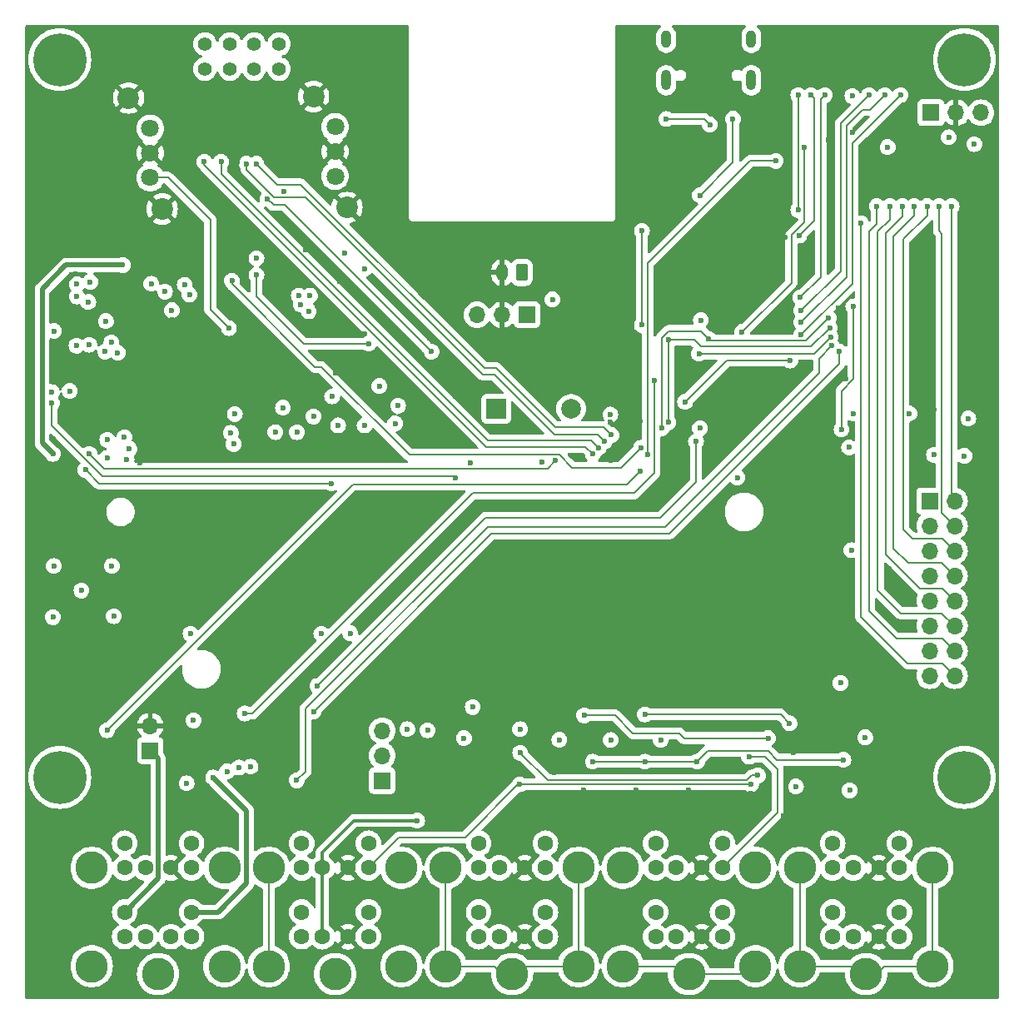
<source format=gbl>
G04 #@! TF.GenerationSoftware,KiCad,Pcbnew,8.0.4*
G04 #@! TF.CreationDate,2025-03-13T03:49:55-05:00*
G04 #@! TF.ProjectId,Unify_1,556e6966-795f-4312-9e6b-696361645f70,rev?*
G04 #@! TF.SameCoordinates,Original*
G04 #@! TF.FileFunction,Copper,L4,Bot*
G04 #@! TF.FilePolarity,Positive*
%FSLAX46Y46*%
G04 Gerber Fmt 4.6, Leading zero omitted, Abs format (unit mm)*
G04 Created by KiCad (PCBNEW 8.0.4) date 2025-03-13 03:49:55*
%MOMM*%
%LPD*%
G01*
G04 APERTURE LIST*
G04 Aperture macros list*
%AMRoundRect*
0 Rectangle with rounded corners*
0 $1 Rounding radius*
0 $2 $3 $4 $5 $6 $7 $8 $9 X,Y pos of 4 corners*
0 Add a 4 corners polygon primitive as box body*
4,1,4,$2,$3,$4,$5,$6,$7,$8,$9,$2,$3,0*
0 Add four circle primitives for the rounded corners*
1,1,$1+$1,$2,$3*
1,1,$1+$1,$4,$5*
1,1,$1+$1,$6,$7*
1,1,$1+$1,$8,$9*
0 Add four rect primitives between the rounded corners*
20,1,$1+$1,$2,$3,$4,$5,0*
20,1,$1+$1,$4,$5,$6,$7,0*
20,1,$1+$1,$6,$7,$8,$9,0*
20,1,$1+$1,$8,$9,$2,$3,0*%
G04 Aperture macros list end*
G04 #@! TA.AperFunction,ComponentPad*
%ADD10C,1.800000*%
G04 #@! TD*
G04 #@! TA.AperFunction,ComponentPad*
%ADD11C,2.200000*%
G04 #@! TD*
G04 #@! TA.AperFunction,ComponentPad*
%ADD12C,1.400000*%
G04 #@! TD*
G04 #@! TA.AperFunction,ComponentPad*
%ADD13R,1.700000X1.700000*%
G04 #@! TD*
G04 #@! TA.AperFunction,ComponentPad*
%ADD14O,1.700000X1.700000*%
G04 #@! TD*
G04 #@! TA.AperFunction,ComponentPad*
%ADD15C,2.000000*%
G04 #@! TD*
G04 #@! TA.AperFunction,ComponentPad*
%ADD16R,2.000000X2.000000*%
G04 #@! TD*
G04 #@! TA.AperFunction,ComponentPad*
%ADD17C,1.600000*%
G04 #@! TD*
G04 #@! TA.AperFunction,ComponentPad*
%ADD18C,3.300000*%
G04 #@! TD*
G04 #@! TA.AperFunction,ComponentPad*
%ADD19O,1.000000X1.800000*%
G04 #@! TD*
G04 #@! TA.AperFunction,ComponentPad*
%ADD20O,1.000000X2.100000*%
G04 #@! TD*
G04 #@! TA.AperFunction,ComponentPad*
%ADD21O,1.200000X1.750000*%
G04 #@! TD*
G04 #@! TA.AperFunction,ComponentPad*
%ADD22RoundRect,0.250000X0.350000X0.625000X-0.350000X0.625000X-0.350000X-0.625000X0.350000X-0.625000X0*%
G04 #@! TD*
G04 #@! TA.AperFunction,ComponentPad*
%ADD23C,5.400000*%
G04 #@! TD*
G04 #@! TA.AperFunction,ViaPad*
%ADD24C,0.600000*%
G04 #@! TD*
G04 #@! TA.AperFunction,Conductor*
%ADD25C,0.200000*%
G04 #@! TD*
G04 #@! TA.AperFunction,Conductor*
%ADD26C,0.300000*%
G04 #@! TD*
G04 #@! TA.AperFunction,Conductor*
%ADD27C,0.500000*%
G04 #@! TD*
G04 APERTURE END LIST*
D10*
X143200000Y-66000000D03*
X143200000Y-63500000D03*
X143200000Y-61000000D03*
D11*
X144400000Y-69200000D03*
X141000000Y-57900000D03*
D10*
X162000000Y-65850000D03*
X162000000Y-63350000D03*
X162000000Y-60850000D03*
D11*
X163200000Y-69050000D03*
X159800000Y-57750000D03*
D12*
X156300000Y-52415816D03*
X156300000Y-54955816D03*
X153760000Y-52415816D03*
X153760000Y-54955816D03*
X151300000Y-52415816D03*
X151300000Y-54955816D03*
X148760000Y-52415816D03*
X148760000Y-54955816D03*
D13*
X143200000Y-124275000D03*
D14*
X143200000Y-121735000D03*
X225000000Y-116660000D03*
X222460000Y-116660000D03*
X225000000Y-114120000D03*
X222460000Y-114120000D03*
X225000000Y-111580000D03*
X222460000Y-111580000D03*
X225000000Y-109040000D03*
X222460000Y-109040000D03*
X225000000Y-106500000D03*
X222460000Y-106500000D03*
X225000000Y-103960000D03*
X222460000Y-103960000D03*
X225000000Y-101420000D03*
X222460000Y-101420000D03*
X225000000Y-98880000D03*
D13*
X222460000Y-98880000D03*
X222600000Y-59400000D03*
D14*
X225140000Y-59400000D03*
X227680000Y-59400000D03*
D13*
X166800000Y-127325000D03*
D14*
X166800000Y-124785000D03*
X166800000Y-122245000D03*
D15*
X186000000Y-89500000D03*
D16*
X178400000Y-89500000D03*
D17*
X145300000Y-143200000D03*
X142700000Y-143200000D03*
X147400000Y-143200000D03*
X140600000Y-143200000D03*
X147400000Y-140700000D03*
X140600000Y-140700000D03*
X145300000Y-136200000D03*
X142700000Y-136200000D03*
X147400000Y-136200000D03*
X140600000Y-136200000D03*
X147400000Y-133700000D03*
X140600000Y-133700000D03*
D18*
X137250000Y-136200000D03*
X137250000Y-146200000D03*
X144000000Y-147000000D03*
X150750000Y-136200000D03*
X150750000Y-146200000D03*
D19*
X195680000Y-51925000D03*
D20*
X195680000Y-56105000D03*
D19*
X204320000Y-51925000D03*
D20*
X204320000Y-56105000D03*
D17*
X181300000Y-143200000D03*
X178700000Y-143200000D03*
X183400000Y-143200000D03*
X176600000Y-143200000D03*
X183400000Y-140700000D03*
X176600000Y-140700000D03*
X181300000Y-136200000D03*
X178700000Y-136200000D03*
X183400000Y-136200000D03*
X176600000Y-136200000D03*
X183400000Y-133700000D03*
X176600000Y-133700000D03*
D18*
X173250000Y-136200000D03*
X173250000Y-146200000D03*
X180000000Y-147000000D03*
X186750000Y-136200000D03*
X186750000Y-146200000D03*
D21*
X179000000Y-75650000D03*
D22*
X181000000Y-75650000D03*
D14*
X176420000Y-79950000D03*
X178960000Y-79950000D03*
D13*
X181500000Y-79950000D03*
D18*
X222750000Y-146200000D03*
X222750000Y-136200000D03*
X216000000Y-147000000D03*
X209250000Y-146200000D03*
X209250000Y-136200000D03*
D17*
X212600000Y-133700000D03*
X219400000Y-133700000D03*
X212600000Y-136200000D03*
X219400000Y-136200000D03*
X214700000Y-136200000D03*
X217300000Y-136200000D03*
X212600000Y-140700000D03*
X219400000Y-140700000D03*
X212600000Y-143200000D03*
X219400000Y-143200000D03*
X214700000Y-143200000D03*
X217300000Y-143200000D03*
X163300000Y-143200000D03*
X160700000Y-143200000D03*
X165400000Y-143200000D03*
X158600000Y-143200000D03*
X165400000Y-140700000D03*
X158600000Y-140700000D03*
X163300000Y-136200000D03*
X160700000Y-136200000D03*
X165400000Y-136200000D03*
X158600000Y-136200000D03*
X165400000Y-133700000D03*
X158600000Y-133700000D03*
D18*
X155250000Y-136200000D03*
X155250000Y-146200000D03*
X162000000Y-147000000D03*
X168750000Y-136200000D03*
X168750000Y-146200000D03*
D23*
X226000000Y-54000000D03*
X134000000Y-54000000D03*
X226000000Y-127000000D03*
X134000000Y-127000000D03*
D18*
X204750000Y-146200000D03*
X204750000Y-136200000D03*
X198000000Y-147000000D03*
X191250000Y-146200000D03*
X191250000Y-136200000D03*
D17*
X194600000Y-133700000D03*
X201400000Y-133700000D03*
X194600000Y-136200000D03*
X201400000Y-136200000D03*
X196700000Y-136200000D03*
X199300000Y-136200000D03*
X194600000Y-140700000D03*
X201400000Y-140700000D03*
X194600000Y-143200000D03*
X201400000Y-143200000D03*
X196700000Y-143200000D03*
X199300000Y-143200000D03*
D24*
X195700000Y-126400000D03*
X190400000Y-126300000D03*
X201000000Y-125600000D03*
X165000000Y-81900000D03*
X155000000Y-77600000D03*
X159000000Y-73300000D03*
X174200000Y-88200000D03*
X165400000Y-79100000D03*
X146400000Y-130700000D03*
X161200000Y-111300000D03*
X148100000Y-111200000D03*
X196400000Y-97500000D03*
X199900000Y-95500000D03*
X214000000Y-126800000D03*
X193000000Y-90800000D03*
X206800000Y-76000000D03*
X202467725Y-60021840D03*
X200100000Y-60600000D03*
X195680077Y-60043788D03*
X200500000Y-58200000D03*
X204600000Y-61600000D03*
X198100000Y-61700000D03*
X224400000Y-61900000D03*
X222800000Y-65900000D03*
X216000000Y-62700000D03*
X212200000Y-62200000D03*
X218200000Y-62900000D03*
X221300000Y-62000000D03*
X203200000Y-85800000D03*
X196900000Y-87500000D03*
X191300000Y-89100000D03*
X198700000Y-89100000D03*
X198900000Y-86000000D03*
X191900000Y-87000000D03*
X214700000Y-79100000D03*
X213500000Y-91600000D03*
X214275717Y-93444465D03*
X210400000Y-94550000D03*
X147300000Y-112400000D03*
X160600000Y-112400000D03*
X212400000Y-75000000D03*
X212400000Y-69100000D03*
X207400000Y-117400000D03*
X180100000Y-117500000D03*
X177700000Y-115800000D03*
X172500000Y-103700000D03*
X170000000Y-105900000D03*
X170000000Y-98200000D03*
X176900000Y-119050000D03*
X164600000Y-111400000D03*
X151800000Y-90050000D03*
X151400000Y-91950000D03*
X145475000Y-80450000D03*
X136900000Y-78650000D03*
X137100000Y-76600000D03*
X135750000Y-76850000D03*
X133200000Y-87800000D03*
X136100000Y-143850000D03*
X138400000Y-143700000D03*
X154100000Y-143650000D03*
X156400000Y-143650000D03*
X172100000Y-143600000D03*
X174350000Y-143500000D03*
X184150000Y-145050000D03*
X187800000Y-138850000D03*
X185400000Y-138750000D03*
X223850000Y-138750000D03*
X221650000Y-138800000D03*
X190100000Y-143650000D03*
X192200000Y-143600000D03*
X190250000Y-138750000D03*
X192300000Y-138750000D03*
X203700000Y-143600000D03*
X203700000Y-138700000D03*
X184350000Y-126500000D03*
X146900000Y-85950000D03*
X149200000Y-83250000D03*
X146400000Y-73550000D03*
X159800000Y-86100000D03*
X168300000Y-94550000D03*
X175750000Y-95000000D03*
X183050000Y-94900000D03*
X186200000Y-94350000D03*
X222350000Y-71250000D03*
X226600000Y-69000000D03*
X215800000Y-69250000D03*
X203750000Y-73600000D03*
X203200000Y-80300000D03*
X208250000Y-85950000D03*
X212000000Y-103650000D03*
X212050000Y-112300000D03*
X207450000Y-110600000D03*
X207500000Y-105350000D03*
X174150000Y-98350000D03*
X186350000Y-85400000D03*
X167050000Y-73700000D03*
X166250000Y-76800000D03*
X155850000Y-75400000D03*
X195550000Y-92600000D03*
X163000000Y-73650000D03*
X164984436Y-75275000D03*
X158500000Y-78900000D03*
X159450000Y-78000000D03*
X158300000Y-78000000D03*
X159300000Y-79600000D03*
X162500735Y-76599265D03*
X176000000Y-119850000D03*
X169350000Y-122100000D03*
X171600000Y-82300000D03*
X182100000Y-91700000D03*
X176200000Y-88000000D03*
X179900000Y-85150000D03*
X183250000Y-88650000D03*
X173250000Y-92350000D03*
X154400000Y-86550000D03*
X139250000Y-85650000D03*
X154500000Y-81650000D03*
X138250000Y-73700000D03*
X151200000Y-69500000D03*
X146600000Y-69500000D03*
X147450000Y-56450000D03*
X156250000Y-56850000D03*
X152400000Y-56200000D03*
X152050000Y-64450000D03*
X159500000Y-66100000D03*
X168550000Y-69650000D03*
X187150000Y-82450000D03*
X220900000Y-59450000D03*
X219650000Y-56100000D03*
X203250000Y-54350000D03*
X197150000Y-52700000D03*
X196200000Y-64450000D03*
X192050000Y-72750000D03*
X191900000Y-80000000D03*
X195150000Y-79500000D03*
X198400000Y-66550000D03*
X207850000Y-67400000D03*
X213900000Y-86450000D03*
X210350000Y-85150000D03*
X213150000Y-79250000D03*
X222550000Y-82000000D03*
X226400000Y-86600000D03*
X222000000Y-87200000D03*
X221950000Y-97000000D03*
X220800000Y-108850000D03*
X207550000Y-130950000D03*
X214550000Y-121350000D03*
X212200000Y-117500000D03*
X211750000Y-123450000D03*
X207150000Y-122200000D03*
X153100000Y-119150000D03*
X158050000Y-118450000D03*
X156100000Y-122150000D03*
X153000000Y-124550000D03*
X164950000Y-126800000D03*
X164450000Y-130100000D03*
X163500000Y-123750000D03*
X162450000Y-130300000D03*
X159350000Y-127600000D03*
X148600000Y-130100000D03*
X151800000Y-127550000D03*
X149750000Y-125650000D03*
X147000000Y-124850000D03*
X145250000Y-126200000D03*
X142650000Y-127000000D03*
X142600000Y-133050000D03*
X138550000Y-133550000D03*
X136250000Y-138500000D03*
X139400000Y-137700000D03*
X148300000Y-145250000D03*
X139950000Y-145950000D03*
X142400000Y-141450000D03*
X149650000Y-138850000D03*
X154000000Y-138500000D03*
X153000000Y-144650000D03*
X157750000Y-145200000D03*
X156250000Y-138700000D03*
X159200000Y-138850000D03*
X166600000Y-142000000D03*
X170950000Y-137600000D03*
X176400000Y-138000000D03*
X174900000Y-134100000D03*
X177950000Y-132350000D03*
X181250000Y-133200000D03*
X181300000Y-130950000D03*
X184450000Y-130900000D03*
X187400000Y-133550000D03*
X192500000Y-133700000D03*
X196650000Y-134400000D03*
X199600000Y-134400000D03*
X203100000Y-132950000D03*
X204250000Y-128600000D03*
X206200000Y-132850000D03*
X216800000Y-134450000D03*
X211400000Y-134900000D03*
X206550000Y-138200000D03*
X210650000Y-138350000D03*
X221100000Y-142150000D03*
X214950000Y-140900000D03*
X210600000Y-140150000D03*
X205750000Y-143450000D03*
X220800000Y-74800000D03*
X220850000Y-73350000D03*
X220850000Y-76200000D03*
X222150000Y-76200000D03*
X222250000Y-74850000D03*
X222200000Y-73400000D03*
X133300000Y-92600000D03*
X131050000Y-91400000D03*
X138600000Y-91000000D03*
X136950000Y-92800000D03*
X226000000Y-94300000D03*
X202900000Y-96500000D03*
X174200000Y-96500000D03*
X161600000Y-97100000D03*
X161700000Y-88250000D03*
X162300000Y-91200000D03*
X165000000Y-91200000D03*
X168100000Y-91000000D03*
X168400000Y-89200000D03*
X166500000Y-87200000D03*
X154000000Y-74200000D03*
X156800000Y-67400000D03*
X138700000Y-80600000D03*
X139250000Y-82750000D03*
X139900000Y-83800000D03*
X138600000Y-83700000D03*
X136200000Y-108000000D03*
X139500000Y-110600000D03*
X133300000Y-110700000D03*
X139300000Y-105500000D03*
X133400000Y-105500000D03*
X163550000Y-112350000D03*
X199200000Y-80500000D03*
X199100000Y-91500000D03*
X213400000Y-117400000D03*
X135750000Y-78100000D03*
X133400000Y-81600000D03*
X137000000Y-83000000D03*
X135700000Y-83100000D03*
X214500000Y-103900000D03*
X203400000Y-81700000D03*
X209700000Y-62900000D03*
X193775367Y-94200367D03*
X206800000Y-64300000D03*
X199100000Y-67800000D03*
X198700000Y-92825000D03*
X170350000Y-131400000D03*
X170925000Y-92500000D03*
X151200000Y-81300000D03*
X193200000Y-71400000D03*
X193200000Y-81000000D03*
X150900000Y-77900000D03*
X146900000Y-127600000D03*
X152200000Y-126000000D03*
X151000000Y-126400000D03*
X147600000Y-121200000D03*
X144700000Y-77600000D03*
X147183160Y-77908542D03*
X145400000Y-79500000D03*
X143300000Y-76800000D03*
X146700000Y-76900000D03*
X141081250Y-93581250D03*
X138832912Y-92675180D03*
X140575496Y-92400149D03*
X140800000Y-94700000D03*
X138800000Y-94500000D03*
X147800000Y-75100000D03*
X143000000Y-74600000D03*
X137000000Y-94100000D03*
X184400000Y-94800000D03*
X154000000Y-75900000D03*
X165400000Y-82900000D03*
X135000000Y-87700000D03*
X133200000Y-88950000D03*
X155916613Y-91883641D03*
X159800000Y-90300000D03*
X156700000Y-89400000D03*
X158121500Y-91889317D03*
X158171500Y-92956339D03*
X155146500Y-93459000D03*
X158646500Y-87884000D03*
X162042279Y-85857721D03*
X165600000Y-85850000D03*
X193000000Y-95900000D03*
X197600000Y-88800000D03*
X195200000Y-91500000D03*
X195900000Y-90900000D03*
X194500000Y-86600000D03*
X208300000Y-84600000D03*
X171800000Y-83700000D03*
X155125735Y-68174265D03*
X138800000Y-122200000D03*
X151500000Y-76500000D03*
X193100000Y-93475000D03*
X148700000Y-64400000D03*
X188200000Y-94125000D03*
X150400000Y-64400000D03*
X188800000Y-93475000D03*
X189400000Y-92825000D03*
X153000000Y-64600000D03*
X154000000Y-64600000D03*
X190100000Y-92175000D03*
X152800000Y-120500000D03*
X141700000Y-82000000D03*
X147100000Y-81800000D03*
X135600000Y-75800000D03*
X133700000Y-82800000D03*
X133400000Y-79800000D03*
X213700000Y-125200000D03*
X209000000Y-129475000D03*
X210500000Y-129475000D03*
X142200000Y-88400000D03*
X142181250Y-95000000D03*
X158000000Y-124800000D03*
X151681250Y-93100000D03*
X152681250Y-91800000D03*
X131000000Y-144000000D03*
X131000000Y-138000000D03*
X131000000Y-132000000D03*
X131000000Y-124000000D03*
X131000000Y-118000000D03*
X131000000Y-113000000D03*
X131000000Y-107000000D03*
X131000000Y-100000000D03*
X131000000Y-95000000D03*
X131000000Y-88000000D03*
X131000000Y-82000000D03*
X131000000Y-76000000D03*
X131000000Y-69000000D03*
X131000000Y-64000000D03*
X131000000Y-58000000D03*
X131000000Y-51000000D03*
X140000000Y-51000000D03*
X147000000Y-51000000D03*
X158000000Y-51000000D03*
X163000000Y-51000000D03*
X169000000Y-56000000D03*
X169000000Y-51000000D03*
X169000000Y-60000000D03*
X169000000Y-65000000D03*
X176000000Y-71000000D03*
X182000000Y-71000000D03*
X188000000Y-71000000D03*
X191000000Y-68000000D03*
X191000000Y-63000000D03*
X191000000Y-57000000D03*
X191000000Y-51000000D03*
X200000000Y-51000000D03*
X206000000Y-51000000D03*
X213000000Y-51000000D03*
X221000000Y-51000000D03*
X229000000Y-57000000D03*
X229000000Y-51000000D03*
X229000000Y-61000000D03*
X229000000Y-70000000D03*
X229000000Y-75000000D03*
X229000000Y-80000000D03*
X229000000Y-87000000D03*
X229000000Y-93000000D03*
X229000000Y-98000000D03*
X229000000Y-103000000D03*
X229000000Y-108000000D03*
X229000000Y-114000000D03*
X229000000Y-120000000D03*
X229000000Y-125000000D03*
X229000000Y-133000000D03*
X229000000Y-138000000D03*
X229000000Y-144000000D03*
X229000000Y-149000000D03*
X220000000Y-149000000D03*
X214000000Y-149000000D03*
X209000000Y-149000000D03*
X202000000Y-149000000D03*
X196000000Y-149000000D03*
X190000000Y-149000000D03*
X184000000Y-149000000D03*
X178000000Y-149000000D03*
X172000000Y-149000000D03*
X166000000Y-149000000D03*
X160000000Y-149000000D03*
X154000000Y-149000000D03*
X148000000Y-149000000D03*
X142000000Y-149000000D03*
X137000000Y-149000000D03*
X131000000Y-149000000D03*
X160200000Y-117700000D03*
X199000000Y-83900000D03*
X195900000Y-82500000D03*
X200000000Y-82400000D03*
X189987500Y-82400000D03*
X189987500Y-85700000D03*
X201887500Y-81400000D03*
X201787500Y-90500000D03*
X190087500Y-94800000D03*
X189987500Y-90099997D03*
X189987500Y-90900000D03*
X212500000Y-83100000D03*
X213300000Y-83700000D03*
X212200000Y-80300000D03*
X212300000Y-81300000D03*
X212400000Y-82200000D03*
X220400000Y-90000000D03*
X214700000Y-90000000D03*
X210400000Y-89550000D03*
X193900000Y-67800000D03*
X189900000Y-75900000D03*
X204000000Y-68900000D03*
X207800000Y-72100000D03*
X218100000Y-110400000D03*
X218371092Y-105728908D03*
X213000000Y-105700000D03*
X213100000Y-110300000D03*
X208300000Y-80600000D03*
X222900000Y-94200000D03*
X222900000Y-89600000D03*
X227500000Y-94300000D03*
X226400000Y-90500000D03*
X228000000Y-90400000D03*
X215500000Y-70650000D03*
X217100000Y-68900000D03*
X218400000Y-68900000D03*
X219700000Y-68900000D03*
X220900000Y-68900000D03*
X222200000Y-68900000D03*
X223400000Y-68900000D03*
X224710000Y-68900000D03*
X196500000Y-61700000D03*
X196000000Y-57900000D03*
X203200000Y-57800000D03*
X209400000Y-82000000D03*
X209400000Y-80700000D03*
X209400000Y-79500000D03*
X209300000Y-78200000D03*
X209200000Y-71900000D03*
X209100000Y-69300000D03*
X209100000Y-57600000D03*
X210400000Y-57600000D03*
X211800000Y-57600000D03*
X214600000Y-57700000D03*
X216300000Y-57600000D03*
X219500000Y-57600000D03*
X217900000Y-57600000D03*
X206900000Y-56500000D03*
X210100000Y-51700000D03*
X215900000Y-54500000D03*
X214600000Y-61375000D03*
X148900000Y-90000000D03*
X146850000Y-88193750D03*
X137300000Y-86100000D03*
X133420000Y-86800000D03*
X135310000Y-91305000D03*
X133220000Y-95700000D03*
X136600000Y-95725000D03*
X150700000Y-124100000D03*
X138800000Y-126200000D03*
X142100000Y-129100000D03*
X149600000Y-127000000D03*
X136000000Y-58200000D03*
X210300000Y-126200000D03*
X199665000Y-75980552D03*
X187300000Y-128300000D03*
X153525000Y-127535000D03*
X159325000Y-128935000D03*
X200125000Y-121800000D03*
X222000000Y-55700000D03*
X189825000Y-121700000D03*
X184662500Y-121737500D03*
X227200000Y-133700000D03*
X211325000Y-126200000D03*
X228500000Y-83695606D03*
X208605000Y-124480000D03*
X195125000Y-121725000D03*
X197900000Y-128300000D03*
X133500000Y-143800000D03*
X200425000Y-129300000D03*
X178889136Y-124513227D03*
X192600000Y-128300000D03*
X135700000Y-122000000D03*
X175200000Y-127575000D03*
X216163461Y-126287725D03*
X158000000Y-61975000D03*
X171462500Y-124500000D03*
X228600000Y-62604394D03*
X226800000Y-138575000D03*
X227000000Y-62600000D03*
X184100000Y-78400000D03*
X153400000Y-125900000D03*
X175100000Y-123000000D03*
X195125000Y-123200000D03*
X208867500Y-127925000D03*
X214325000Y-128325000D03*
X180800000Y-122100000D03*
X215925000Y-122925000D03*
X190025000Y-123200000D03*
X184800000Y-123175000D03*
X171400000Y-122200000D03*
X193500000Y-120600000D03*
X208225000Y-121500000D03*
X187325000Y-120700000D03*
X206025000Y-123000000D03*
X204100000Y-124900000D03*
X180825000Y-124500000D03*
X205000000Y-126800000D03*
X204300000Y-127700000D03*
X180775000Y-127712500D03*
X198825000Y-125400000D03*
X188225000Y-125400000D03*
X193525000Y-125400000D03*
X158100000Y-127300000D03*
X159800000Y-120300000D03*
X133300000Y-94100000D03*
X140400000Y-74900000D03*
D25*
X180825000Y-124525000D02*
X180825000Y-124500000D01*
X204351471Y-126800000D02*
X203851471Y-127300000D01*
X205000000Y-126800000D02*
X204351471Y-126800000D01*
X203851471Y-127300000D02*
X183600000Y-127300000D01*
X183600000Y-127300000D02*
X180825000Y-124525000D01*
X168500000Y-133100000D02*
X165400000Y-136200000D01*
X175225000Y-133100000D02*
X168500000Y-133100000D01*
X180612500Y-127712500D02*
X175225000Y-133100000D01*
X180787500Y-127700000D02*
X204300000Y-127700000D01*
X180775000Y-127712500D02*
X180787500Y-127700000D01*
X180775000Y-127712500D02*
X180612500Y-127712500D01*
X207300000Y-120600000D02*
X208200000Y-121500000D01*
X193500000Y-120600000D02*
X207300000Y-120600000D01*
X208200000Y-121500000D02*
X208225000Y-121500000D01*
X187475000Y-93400000D02*
X188200000Y-94125000D01*
X177400000Y-93400000D02*
X187475000Y-93400000D01*
X148700000Y-64700000D02*
X177400000Y-93400000D01*
X148700000Y-64400000D02*
X148700000Y-64700000D01*
X188025000Y-92700000D02*
X188800000Y-93475000D01*
X177500000Y-92700000D02*
X188025000Y-92700000D01*
X150400000Y-65600000D02*
X177500000Y-92700000D01*
X150400000Y-64400000D02*
X150400000Y-65600000D01*
X165400000Y-82900000D02*
X158800000Y-82900000D01*
X158800000Y-82900000D02*
X154000000Y-78100000D01*
X154000000Y-78100000D02*
X154000000Y-75900000D01*
X156900000Y-68800000D02*
X155751470Y-68800000D01*
X171800000Y-83700000D02*
X156900000Y-68800000D01*
X155751470Y-68800000D02*
X155125735Y-68174265D01*
X189325000Y-91400000D02*
X190100000Y-92175000D01*
X184400000Y-91400000D02*
X189325000Y-91400000D01*
X158500000Y-66700000D02*
X177200000Y-85400000D01*
X156100000Y-66700000D02*
X158500000Y-66700000D01*
X177200000Y-85400000D02*
X178400000Y-85400000D01*
X154000000Y-64600000D02*
X156100000Y-66700000D01*
X178400000Y-85400000D02*
X184400000Y-91400000D01*
X178200000Y-86000000D02*
X184300000Y-92100000D01*
X184300000Y-92100000D02*
X188675000Y-92100000D01*
X153000000Y-65200000D02*
X155800000Y-68000000D01*
X159000000Y-68000000D02*
X177000000Y-86000000D01*
X153000000Y-64600000D02*
X153000000Y-65200000D01*
X155800000Y-68000000D02*
X159000000Y-68000000D01*
X177000000Y-86000000D02*
X178200000Y-86000000D01*
X188675000Y-92100000D02*
X189400000Y-92825000D01*
X204200000Y-64300000D02*
X206800000Y-64300000D01*
X193800000Y-94175734D02*
X193800000Y-74700000D01*
X193775367Y-94200367D02*
X193800000Y-94175734D01*
X193800000Y-74700000D02*
X204200000Y-64300000D01*
X193200000Y-81000000D02*
X193200000Y-71400000D01*
X159959000Y-85259000D02*
X151500000Y-76800000D01*
X169536029Y-94200000D02*
X160595029Y-85259000D01*
X160595029Y-85259000D02*
X159959000Y-85259000D01*
X186100000Y-95500000D02*
X184800000Y-94200000D01*
X191075000Y-95500000D02*
X186100000Y-95500000D01*
X193100000Y-93475000D02*
X191075000Y-95500000D01*
X184800000Y-94200000D02*
X169536029Y-94200000D01*
X151500000Y-76800000D02*
X151500000Y-76500000D01*
X192400000Y-98100000D02*
X176000000Y-98100000D01*
X153600000Y-120500000D02*
X152800000Y-120500000D01*
X194500000Y-96000000D02*
X192400000Y-98100000D01*
X194500000Y-86600000D02*
X194500000Y-96000000D01*
X176000000Y-98100000D02*
X153600000Y-120500000D01*
X201800000Y-84600000D02*
X208300000Y-84600000D01*
X197600000Y-88800000D02*
X201800000Y-84600000D01*
X177300000Y-100600000D02*
X160200000Y-117700000D01*
X195100000Y-100600000D02*
X177300000Y-100600000D01*
X198700000Y-97000000D02*
X195100000Y-100600000D01*
X198700000Y-92825000D02*
X198700000Y-97000000D01*
X206025000Y-124300000D02*
X199925000Y-124300000D01*
X206925000Y-125200000D02*
X206025000Y-124300000D01*
X213700000Y-125200000D02*
X206925000Y-125200000D01*
X199925000Y-124300000D02*
X198825000Y-125400000D01*
X205690686Y-124900000D02*
X207000000Y-126209314D01*
X204100000Y-124900000D02*
X205690686Y-124900000D01*
X207000000Y-126209314D02*
X207000000Y-130600000D01*
X207000000Y-130600000D02*
X201400000Y-136200000D01*
X202467725Y-64432275D02*
X202467725Y-60021840D01*
X202200000Y-64700000D02*
X202467725Y-64432275D01*
X199543788Y-60043788D02*
X195680077Y-60043788D01*
X200100000Y-60600000D02*
X199543788Y-60043788D01*
X202200000Y-64700000D02*
X199100000Y-67800000D01*
X213500000Y-87698529D02*
X214700000Y-86498529D01*
X214700000Y-86498529D02*
X214700000Y-79100000D01*
X213500000Y-91600000D02*
X213500000Y-87698529D01*
X177900000Y-102200000D02*
X159800000Y-120300000D01*
X213300000Y-84900000D02*
X196000000Y-102200000D01*
X213300000Y-83700000D02*
X213300000Y-84900000D01*
X196000000Y-102200000D02*
X177900000Y-102200000D01*
X159000000Y-126400000D02*
X158100000Y-127300000D01*
X177500000Y-101500000D02*
X159000000Y-120000000D01*
X159000000Y-120000000D02*
X159000000Y-126400000D01*
X195559210Y-101500000D02*
X177500000Y-101500000D01*
X211200000Y-85859210D02*
X195559210Y-101500000D01*
X212500000Y-83100000D02*
X211200000Y-84400000D01*
X211200000Y-84400000D02*
X211200000Y-85859210D01*
X198500000Y-82500000D02*
X195900000Y-82500000D01*
X199200000Y-83200000D02*
X198500000Y-82500000D01*
X212300000Y-81300000D02*
X210400000Y-83200000D01*
X210400000Y-83200000D02*
X199200000Y-83200000D01*
X212400000Y-82200000D02*
X210700000Y-83900000D01*
X210700000Y-83900000D02*
X199000000Y-83900000D01*
X200200000Y-82600000D02*
X200000000Y-82400000D01*
X209900000Y-82600000D02*
X200200000Y-82600000D01*
X212200000Y-80300000D02*
X209900000Y-82600000D01*
X161600000Y-97100000D02*
X137975000Y-97100000D01*
X137975000Y-97100000D02*
X136600000Y-95725000D01*
X211400000Y-76100000D02*
X209300000Y-78200000D01*
X211800000Y-57600000D02*
X211400000Y-58000000D01*
X211400000Y-58000000D02*
X211400000Y-76100000D01*
X210400000Y-57600000D02*
X210700000Y-57900000D01*
X210700000Y-57900000D02*
X210700000Y-70400000D01*
X210700000Y-70400000D02*
X209200000Y-71900000D01*
X209100000Y-57600000D02*
X209100000Y-69300000D01*
X174100000Y-96400000D02*
X174200000Y-96500000D01*
X138368529Y-96400000D02*
X174100000Y-96400000D01*
X133200000Y-91231471D02*
X138368529Y-96400000D01*
X133200000Y-88950000D02*
X133200000Y-91231471D01*
X223740000Y-115400000D02*
X225000000Y-116660000D01*
X220200000Y-115400000D02*
X223740000Y-115400000D01*
X215500000Y-110700000D02*
X220200000Y-115400000D01*
X215500000Y-70650000D02*
X215500000Y-110700000D01*
D26*
X160700000Y-134600000D02*
X160700000Y-136200000D01*
X163900000Y-131400000D02*
X160700000Y-134600000D01*
X170350000Y-131400000D02*
X163900000Y-131400000D01*
D25*
X155250000Y-146200000D02*
X155250000Y-136200000D01*
X223740000Y-102700000D02*
X225000000Y-103960000D01*
X220700000Y-102700000D02*
X223740000Y-102700000D01*
X219800000Y-101800000D02*
X220700000Y-102700000D01*
X222200000Y-69875000D02*
X219800000Y-72275000D01*
X219800000Y-72275000D02*
X219800000Y-101800000D01*
X222200000Y-68900000D02*
X222200000Y-69875000D01*
X220300000Y-105200000D02*
X223700000Y-105200000D01*
X223700000Y-105200000D02*
X225000000Y-106500000D01*
X220900000Y-69900000D02*
X218800000Y-72000000D01*
X218800000Y-72000000D02*
X218800000Y-103700000D01*
X220900000Y-68900000D02*
X220900000Y-69900000D01*
X218800000Y-103700000D02*
X220300000Y-105200000D01*
X223760000Y-107800000D02*
X225000000Y-109040000D01*
X218000000Y-104300000D02*
X221500000Y-107800000D01*
X218000000Y-71625000D02*
X218000000Y-104300000D01*
X219700000Y-69925000D02*
X218000000Y-71625000D01*
X221500000Y-107800000D02*
X223760000Y-107800000D01*
X219700000Y-68900000D02*
X219700000Y-69925000D01*
X218400000Y-70300000D02*
X218400000Y-68900000D01*
X217200000Y-71500000D02*
X218400000Y-70300000D01*
X219500000Y-110300000D02*
X217200000Y-108000000D01*
X223720000Y-110300000D02*
X219500000Y-110300000D01*
X225000000Y-111580000D02*
X223720000Y-110300000D01*
D27*
X132200000Y-93000000D02*
X133300000Y-94100000D01*
X132200000Y-77350000D02*
X132200000Y-93000000D01*
X140400000Y-74900000D02*
X134650000Y-74900000D01*
X134650000Y-74900000D02*
X132200000Y-77350000D01*
D25*
X191700000Y-97200000D02*
X163800000Y-97200000D01*
X193000000Y-95900000D02*
X191700000Y-97200000D01*
X163800000Y-97200000D02*
X138800000Y-122200000D01*
X190500000Y-120700000D02*
X187325000Y-120700000D01*
X192300000Y-122500000D02*
X190500000Y-120700000D01*
X197500000Y-123000000D02*
X197000000Y-122500000D01*
X197000000Y-122500000D02*
X192300000Y-122500000D01*
X206025000Y-123000000D02*
X197500000Y-123000000D01*
X188225000Y-125400000D02*
X193525000Y-125400000D01*
X216300000Y-71500000D02*
X216300000Y-110100000D01*
X216300000Y-110100000D02*
X219100000Y-112900000D01*
X217100000Y-68900000D02*
X217100000Y-70700000D01*
X217100000Y-70700000D02*
X216300000Y-71500000D01*
X219100000Y-112900000D02*
X223780000Y-112900000D01*
X223780000Y-112900000D02*
X225000000Y-114120000D01*
X223700000Y-100120000D02*
X225000000Y-101420000D01*
X223700000Y-71700000D02*
X223700000Y-100120000D01*
X223400000Y-71400000D02*
X223700000Y-71700000D01*
X223400000Y-68900000D02*
X223400000Y-71400000D01*
X213400000Y-75500000D02*
X209400000Y-79500000D01*
X216300000Y-57600000D02*
X213400000Y-60500000D01*
X213400000Y-60500000D02*
X213400000Y-75500000D01*
X214000000Y-76100000D02*
X209400000Y-80700000D01*
X215600000Y-59100000D02*
X214000000Y-60700000D01*
X216400000Y-59100000D02*
X215600000Y-59100000D01*
X217900000Y-57600000D02*
X216400000Y-59100000D01*
X214000000Y-60700000D02*
X214000000Y-76100000D01*
X145000000Y-66000000D02*
X143200000Y-66000000D01*
X149300000Y-70300000D02*
X145000000Y-66000000D01*
X149300000Y-79400000D02*
X149300000Y-70300000D01*
X151200000Y-81300000D02*
X149300000Y-79400000D01*
X208400000Y-76700000D02*
X203400000Y-81700000D01*
X208400000Y-71851471D02*
X208400000Y-76700000D01*
X209700000Y-70551471D02*
X208400000Y-71851471D01*
X209700000Y-62900000D02*
X209700000Y-70551471D01*
X138500000Y-95600000D02*
X137000000Y-94100000D01*
X183600000Y-95600000D02*
X138500000Y-95600000D01*
X184400000Y-94800000D02*
X183600000Y-95600000D01*
X199200000Y-81600000D02*
X200000000Y-82400000D01*
X195900000Y-81600000D02*
X199200000Y-81600000D01*
X195200000Y-91500000D02*
X195200000Y-82300000D01*
X195200000Y-82300000D02*
X195900000Y-81600000D01*
X195900000Y-90900000D02*
X195900000Y-82500000D01*
X222750000Y-146200000D02*
X222750000Y-136200000D01*
X217800000Y-146200000D02*
X222750000Y-146200000D01*
X217000000Y-147000000D02*
X217800000Y-146200000D01*
X216000000Y-147000000D02*
X217000000Y-147000000D01*
X215200000Y-146200000D02*
X216000000Y-147000000D01*
X209250000Y-146200000D02*
X215200000Y-146200000D01*
X209250000Y-136200000D02*
X209250000Y-146200000D01*
X203950000Y-147000000D02*
X204750000Y-146200000D01*
X198000000Y-147000000D02*
X203950000Y-147000000D01*
X197200000Y-146200000D02*
X198000000Y-147000000D01*
X191250000Y-146200000D02*
X197200000Y-146200000D01*
X173250000Y-136200000D02*
X173250000Y-146200000D01*
X178200000Y-146200000D02*
X173250000Y-146200000D01*
X179000000Y-147000000D02*
X178200000Y-146200000D01*
X180000000Y-147000000D02*
X179000000Y-147000000D01*
X180800000Y-146200000D02*
X180000000Y-147000000D01*
X186750000Y-146200000D02*
X180800000Y-146200000D01*
X186750000Y-136200000D02*
X186750000Y-146200000D01*
X224700000Y-68910000D02*
X224710000Y-68900000D01*
X224700000Y-98580000D02*
X224700000Y-68910000D01*
X225000000Y-98880000D02*
X224700000Y-98580000D01*
D27*
X150100000Y-140700000D02*
X147400000Y-140700000D01*
X153000000Y-137800000D02*
X150100000Y-140700000D01*
X153000000Y-130400000D02*
X153000000Y-137800000D01*
X153000000Y-130400000D02*
X149600000Y-127000000D01*
X144000000Y-137300000D02*
X140600000Y-140700000D01*
X144000000Y-125075000D02*
X144000000Y-137300000D01*
X143800000Y-124875000D02*
X144000000Y-125075000D01*
D25*
X143200000Y-124275000D02*
X143800000Y-124875000D01*
D26*
X160700000Y-143200000D02*
X160700000Y-136200000D01*
D25*
X198825000Y-125400000D02*
X193525000Y-125400000D01*
X219500000Y-57600000D02*
X214600000Y-62500000D01*
X214600000Y-76800000D02*
X209400000Y-82000000D01*
X214600000Y-62500000D02*
X214600000Y-76800000D01*
X217200000Y-108000000D02*
X217200000Y-71500000D01*
G04 #@! TA.AperFunction,Conductor*
G36*
X200221767Y-136768214D02*
G01*
X200246467Y-136803489D01*
X200269428Y-136852728D01*
X200269432Y-136852735D01*
X200399954Y-137039141D01*
X200560858Y-137200045D01*
X200560861Y-137200047D01*
X200747266Y-137330568D01*
X200953504Y-137426739D01*
X200953509Y-137426740D01*
X200953511Y-137426741D01*
X200971556Y-137431576D01*
X201173308Y-137485635D01*
X201335230Y-137499801D01*
X201399998Y-137505468D01*
X201400000Y-137505468D01*
X201400002Y-137505468D01*
X201456673Y-137500509D01*
X201626692Y-137485635D01*
X201846496Y-137426739D01*
X202052734Y-137330568D01*
X202239139Y-137200047D01*
X202400047Y-137039139D01*
X202504859Y-136889449D01*
X202559434Y-136845826D01*
X202628932Y-136838632D01*
X202691287Y-136870154D01*
X202723273Y-136919049D01*
X202772927Y-137058762D01*
X202908278Y-137319977D01*
X202908282Y-137319983D01*
X203077932Y-137560323D01*
X203278743Y-137775338D01*
X203399914Y-137873918D01*
X203506951Y-137960999D01*
X203506953Y-137961000D01*
X203506954Y-137961001D01*
X203758319Y-138113860D01*
X203758324Y-138113862D01*
X203964999Y-138203633D01*
X204028159Y-138231067D01*
X204311445Y-138310440D01*
X204567681Y-138345659D01*
X204602901Y-138350500D01*
X204602902Y-138350500D01*
X204897099Y-138350500D01*
X204928520Y-138346180D01*
X205188555Y-138310440D01*
X205471841Y-138231067D01*
X205741682Y-138113859D01*
X205993049Y-137960999D01*
X206221260Y-137775335D01*
X206422065Y-137560326D01*
X206591722Y-137319976D01*
X206727072Y-137058764D01*
X206825592Y-136781554D01*
X206878594Y-136526492D01*
X206911506Y-136464862D01*
X206972514Y-136430808D01*
X207042249Y-136435143D01*
X207098571Y-136476491D01*
X207121405Y-136526491D01*
X207152756Y-136677360D01*
X207174408Y-136781556D01*
X207174409Y-136781559D01*
X207272927Y-137058762D01*
X207408278Y-137319977D01*
X207408282Y-137319983D01*
X207577932Y-137560323D01*
X207778743Y-137775338D01*
X207899914Y-137873918D01*
X208006951Y-137960999D01*
X208006953Y-137961000D01*
X208006954Y-137961001D01*
X208258319Y-138113860D01*
X208258324Y-138113862D01*
X208528158Y-138231067D01*
X208558953Y-138239695D01*
X208618196Y-138276736D01*
X208648009Y-138339926D01*
X208649500Y-138359097D01*
X208649500Y-144040902D01*
X208629815Y-144107941D01*
X208577011Y-144153696D01*
X208558956Y-144160303D01*
X208528162Y-144168931D01*
X208528157Y-144168933D01*
X208258319Y-144286139D01*
X208006954Y-144438998D01*
X207778743Y-144624661D01*
X207577932Y-144839676D01*
X207408282Y-145080016D01*
X207408278Y-145080022D01*
X207272927Y-145341237D01*
X207174409Y-145618440D01*
X207174404Y-145618456D01*
X207121406Y-145873504D01*
X207088494Y-145935137D01*
X207027486Y-145969191D01*
X206957751Y-145964856D01*
X206901429Y-145923508D01*
X206878594Y-145873504D01*
X206825595Y-145618456D01*
X206825590Y-145618440D01*
X206756725Y-145424672D01*
X206727072Y-145341236D01*
X206591722Y-145080024D01*
X206591721Y-145080022D01*
X206591717Y-145080016D01*
X206422067Y-144839676D01*
X206221256Y-144624661D01*
X206050367Y-144485633D01*
X205993049Y-144439001D01*
X205993047Y-144439000D01*
X205993045Y-144438998D01*
X205741680Y-144286139D01*
X205741675Y-144286137D01*
X205471845Y-144168934D01*
X205188560Y-144089561D01*
X205188556Y-144089560D01*
X205188555Y-144089560D01*
X205042826Y-144069530D01*
X204897099Y-144049500D01*
X204897098Y-144049500D01*
X204602902Y-144049500D01*
X204602901Y-144049500D01*
X204311445Y-144089560D01*
X204311439Y-144089561D01*
X204028154Y-144168934D01*
X203758324Y-144286137D01*
X203758319Y-144286139D01*
X203506954Y-144438998D01*
X203278743Y-144624661D01*
X203077932Y-144839676D01*
X202908282Y-145080016D01*
X202908278Y-145080022D01*
X202772927Y-145341237D01*
X202674409Y-145618440D01*
X202674404Y-145618456D01*
X202614552Y-145906486D01*
X202614551Y-145906488D01*
X202598494Y-146141242D01*
X202594475Y-146200000D01*
X202599060Y-146267039D01*
X202583998Y-146335264D01*
X202534439Y-146384516D01*
X202475350Y-146399500D01*
X200156388Y-146399500D01*
X200089349Y-146379815D01*
X200043594Y-146327011D01*
X200039548Y-146317025D01*
X199977077Y-146141248D01*
X199977074Y-146141242D01*
X199977072Y-146141236D01*
X199841722Y-145880024D01*
X199841721Y-145880022D01*
X199841717Y-145880016D01*
X199672067Y-145639676D01*
X199557518Y-145517025D01*
X199471260Y-145424665D01*
X199471258Y-145424664D01*
X199471256Y-145424661D01*
X199243045Y-145238998D01*
X198991680Y-145086139D01*
X198991675Y-145086137D01*
X198721845Y-144968934D01*
X198438560Y-144889561D01*
X198438556Y-144889560D01*
X198438555Y-144889560D01*
X198292826Y-144869530D01*
X198147099Y-144849500D01*
X198147098Y-144849500D01*
X197852902Y-144849500D01*
X197852901Y-144849500D01*
X197561445Y-144889560D01*
X197561439Y-144889561D01*
X197278154Y-144968934D01*
X197008324Y-145086137D01*
X197008319Y-145086139D01*
X196756954Y-145238998D01*
X196528743Y-145424662D01*
X196528740Y-145424664D01*
X196528740Y-145424665D01*
X196496935Y-145458718D01*
X196402217Y-145560137D01*
X196342073Y-145595696D01*
X196311594Y-145599500D01*
X193406388Y-145599500D01*
X193339349Y-145579815D01*
X193293594Y-145527011D01*
X193289548Y-145517025D01*
X193227077Y-145341248D01*
X193227074Y-145341242D01*
X193227072Y-145341236D01*
X193091722Y-145080024D01*
X193091721Y-145080022D01*
X193091717Y-145080016D01*
X192922067Y-144839676D01*
X192721256Y-144624661D01*
X192550367Y-144485633D01*
X192493049Y-144439001D01*
X192493047Y-144439000D01*
X192493045Y-144438998D01*
X192241680Y-144286139D01*
X192241675Y-144286137D01*
X191971845Y-144168934D01*
X191688560Y-144089561D01*
X191688556Y-144089560D01*
X191688555Y-144089560D01*
X191542826Y-144069530D01*
X191397099Y-144049500D01*
X191397098Y-144049500D01*
X191102902Y-144049500D01*
X191102901Y-144049500D01*
X190811445Y-144089560D01*
X190811439Y-144089561D01*
X190528154Y-144168934D01*
X190258324Y-144286137D01*
X190258319Y-144286139D01*
X190006954Y-144438998D01*
X189778743Y-144624661D01*
X189577932Y-144839676D01*
X189408282Y-145080016D01*
X189408278Y-145080022D01*
X189272927Y-145341237D01*
X189174409Y-145618440D01*
X189174404Y-145618456D01*
X189121406Y-145873504D01*
X189088494Y-145935137D01*
X189027486Y-145969191D01*
X188957751Y-145964856D01*
X188901429Y-145923508D01*
X188878594Y-145873504D01*
X188825595Y-145618456D01*
X188825590Y-145618440D01*
X188756725Y-145424672D01*
X188727072Y-145341236D01*
X188591722Y-145080024D01*
X188591721Y-145080022D01*
X188591717Y-145080016D01*
X188422067Y-144839676D01*
X188221256Y-144624661D01*
X188050367Y-144485633D01*
X187993049Y-144439001D01*
X187993047Y-144439000D01*
X187993045Y-144438998D01*
X187741680Y-144286139D01*
X187471842Y-144168933D01*
X187471837Y-144168931D01*
X187441044Y-144160303D01*
X187381802Y-144123261D01*
X187351990Y-144060070D01*
X187350500Y-144040902D01*
X187350500Y-140699998D01*
X193294532Y-140699998D01*
X193294532Y-140700001D01*
X193314364Y-140926686D01*
X193314366Y-140926697D01*
X193373258Y-141146488D01*
X193373261Y-141146497D01*
X193469431Y-141352732D01*
X193469432Y-141352734D01*
X193599954Y-141539141D01*
X193760858Y-141700045D01*
X193760861Y-141700047D01*
X193947266Y-141830568D01*
X193962387Y-141837619D01*
X194014825Y-141883791D01*
X194033976Y-141950985D01*
X194013760Y-142017866D01*
X193962387Y-142062380D01*
X193949501Y-142068390D01*
X193947264Y-142069433D01*
X193760858Y-142199954D01*
X193599954Y-142360858D01*
X193469432Y-142547265D01*
X193469431Y-142547267D01*
X193373261Y-142753502D01*
X193373258Y-142753511D01*
X193314366Y-142973302D01*
X193314364Y-142973313D01*
X193294532Y-143199998D01*
X193294532Y-143200001D01*
X193314364Y-143426686D01*
X193314366Y-143426697D01*
X193373258Y-143646488D01*
X193373261Y-143646497D01*
X193469431Y-143852732D01*
X193469432Y-143852734D01*
X193599954Y-144039141D01*
X193760858Y-144200045D01*
X193760861Y-144200047D01*
X193947266Y-144330568D01*
X194153504Y-144426739D01*
X194373308Y-144485635D01*
X194535230Y-144499801D01*
X194599998Y-144505468D01*
X194600000Y-144505468D01*
X194600002Y-144505468D01*
X194656673Y-144500509D01*
X194826692Y-144485635D01*
X195046496Y-144426739D01*
X195252734Y-144330568D01*
X195439139Y-144200047D01*
X195485490Y-144153696D01*
X195562319Y-144076868D01*
X195623642Y-144043383D01*
X195693334Y-144048367D01*
X195737681Y-144076868D01*
X195860858Y-144200045D01*
X195860861Y-144200047D01*
X196047266Y-144330568D01*
X196253504Y-144426739D01*
X196473308Y-144485635D01*
X196635230Y-144499801D01*
X196699998Y-144505468D01*
X196700000Y-144505468D01*
X196700002Y-144505468D01*
X196756673Y-144500509D01*
X196926692Y-144485635D01*
X197146496Y-144426739D01*
X197352734Y-144330568D01*
X197539139Y-144200047D01*
X197700047Y-144039139D01*
X197830568Y-143852734D01*
X197887893Y-143729798D01*
X197934065Y-143677360D01*
X198001259Y-143658208D01*
X198068140Y-143678424D01*
X198112657Y-143729799D01*
X198169864Y-143852480D01*
X198220974Y-143925472D01*
X198776212Y-143370234D01*
X198787482Y-143412292D01*
X198859890Y-143537708D01*
X198962292Y-143640110D01*
X199087708Y-143712518D01*
X199129765Y-143723787D01*
X198574526Y-144279025D01*
X198647513Y-144330132D01*
X198647521Y-144330136D01*
X198853668Y-144426264D01*
X198853682Y-144426269D01*
X199073389Y-144485139D01*
X199073400Y-144485141D01*
X199299998Y-144504966D01*
X199300002Y-144504966D01*
X199526599Y-144485141D01*
X199526610Y-144485139D01*
X199746317Y-144426269D01*
X199746331Y-144426264D01*
X199952478Y-144330136D01*
X200025471Y-144279024D01*
X199470234Y-143723787D01*
X199512292Y-143712518D01*
X199637708Y-143640110D01*
X199740110Y-143537708D01*
X199812518Y-143412292D01*
X199823787Y-143370234D01*
X200221767Y-143768214D01*
X200246467Y-143803489D01*
X200269428Y-143852728D01*
X200269432Y-143852735D01*
X200399954Y-144039141D01*
X200560858Y-144200045D01*
X200560861Y-144200047D01*
X200747266Y-144330568D01*
X200953504Y-144426739D01*
X201173308Y-144485635D01*
X201335230Y-144499801D01*
X201399998Y-144505468D01*
X201400000Y-144505468D01*
X201400002Y-144505468D01*
X201456673Y-144500509D01*
X201626692Y-144485635D01*
X201846496Y-144426739D01*
X202052734Y-144330568D01*
X202239139Y-144200047D01*
X202400047Y-144039139D01*
X202530568Y-143852734D01*
X202626739Y-143646496D01*
X202685635Y-143426692D01*
X202705468Y-143200000D01*
X202685635Y-142973308D01*
X202626739Y-142753504D01*
X202530568Y-142547266D01*
X202400047Y-142360861D01*
X202400045Y-142360858D01*
X202239141Y-142199954D01*
X202052734Y-142069432D01*
X202050499Y-142068390D01*
X202037614Y-142062381D01*
X201985176Y-142016211D01*
X201966023Y-141949018D01*
X201986238Y-141882136D01*
X202037614Y-141837618D01*
X202052734Y-141830568D01*
X202239139Y-141700047D01*
X202400047Y-141539139D01*
X202530568Y-141352734D01*
X202626739Y-141146496D01*
X202685635Y-140926692D01*
X202705468Y-140700000D01*
X202685635Y-140473308D01*
X202626739Y-140253504D01*
X202530568Y-140047266D01*
X202400047Y-139860861D01*
X202400045Y-139860858D01*
X202239141Y-139699954D01*
X202052734Y-139569432D01*
X202052732Y-139569431D01*
X201846497Y-139473261D01*
X201846488Y-139473258D01*
X201626697Y-139414366D01*
X201626693Y-139414365D01*
X201626692Y-139414365D01*
X201626691Y-139414364D01*
X201626686Y-139414364D01*
X201400002Y-139394532D01*
X201399998Y-139394532D01*
X201173313Y-139414364D01*
X201173302Y-139414366D01*
X200953511Y-139473258D01*
X200953502Y-139473261D01*
X200747267Y-139569431D01*
X200747265Y-139569432D01*
X200560858Y-139699954D01*
X200399954Y-139860858D01*
X200269432Y-140047265D01*
X200269431Y-140047267D01*
X200173261Y-140253502D01*
X200173258Y-140253511D01*
X200114366Y-140473302D01*
X200114364Y-140473313D01*
X200094532Y-140699998D01*
X200094532Y-140700001D01*
X200114364Y-140926686D01*
X200114366Y-140926697D01*
X200173258Y-141146488D01*
X200173261Y-141146497D01*
X200269431Y-141352732D01*
X200269432Y-141352734D01*
X200399954Y-141539141D01*
X200560858Y-141700045D01*
X200560861Y-141700047D01*
X200747266Y-141830568D01*
X200762387Y-141837619D01*
X200814825Y-141883791D01*
X200833976Y-141950985D01*
X200813760Y-142017866D01*
X200762387Y-142062380D01*
X200749501Y-142068390D01*
X200747264Y-142069433D01*
X200560858Y-142199954D01*
X200399954Y-142360858D01*
X200269432Y-142547264D01*
X200269431Y-142547266D01*
X200246470Y-142596507D01*
X200221769Y-142631783D01*
X199823787Y-143029764D01*
X199812518Y-142987708D01*
X199740110Y-142862292D01*
X199637708Y-142759890D01*
X199512292Y-142687482D01*
X199470234Y-142676212D01*
X200025472Y-142120974D01*
X199952478Y-142069863D01*
X199746331Y-141973735D01*
X199746317Y-141973730D01*
X199526610Y-141914860D01*
X199526599Y-141914858D01*
X199300002Y-141895034D01*
X199299998Y-141895034D01*
X199073400Y-141914858D01*
X199073389Y-141914860D01*
X198853682Y-141973730D01*
X198853673Y-141973734D01*
X198647516Y-142069866D01*
X198647512Y-142069868D01*
X198574526Y-142120973D01*
X198574526Y-142120974D01*
X199129765Y-142676212D01*
X199087708Y-142687482D01*
X198962292Y-142759890D01*
X198859890Y-142862292D01*
X198787482Y-142987708D01*
X198776212Y-143029764D01*
X198220974Y-142474526D01*
X198220973Y-142474526D01*
X198169868Y-142547512D01*
X198169866Y-142547517D01*
X198112657Y-142670201D01*
X198066484Y-142722640D01*
X197999291Y-142741792D01*
X197932410Y-142721576D01*
X197887893Y-142670200D01*
X197887617Y-142669609D01*
X197830568Y-142547266D01*
X197700047Y-142360861D01*
X197700045Y-142360858D01*
X197539141Y-142199954D01*
X197352734Y-142069432D01*
X197352732Y-142069431D01*
X197146497Y-141973261D01*
X197146488Y-141973258D01*
X196926697Y-141914366D01*
X196926693Y-141914365D01*
X196926692Y-141914365D01*
X196926691Y-141914364D01*
X196926686Y-141914364D01*
X196700002Y-141894532D01*
X196699998Y-141894532D01*
X196473313Y-141914364D01*
X196473302Y-141914366D01*
X196253511Y-141973258D01*
X196253502Y-141973261D01*
X196047267Y-142069431D01*
X196047265Y-142069432D01*
X195860858Y-142199954D01*
X195737681Y-142323132D01*
X195676358Y-142356617D01*
X195606666Y-142351633D01*
X195562319Y-142323132D01*
X195439141Y-142199954D01*
X195252734Y-142069432D01*
X195250499Y-142068390D01*
X195237614Y-142062381D01*
X195185176Y-142016211D01*
X195166023Y-141949018D01*
X195186238Y-141882136D01*
X195237614Y-141837618D01*
X195252734Y-141830568D01*
X195439139Y-141700047D01*
X195600047Y-141539139D01*
X195730568Y-141352734D01*
X195826739Y-141146496D01*
X195885635Y-140926692D01*
X195905468Y-140700000D01*
X195885635Y-140473308D01*
X195826739Y-140253504D01*
X195730568Y-140047266D01*
X195600047Y-139860861D01*
X195600045Y-139860858D01*
X195439141Y-139699954D01*
X195252734Y-139569432D01*
X195252732Y-139569431D01*
X195046497Y-139473261D01*
X195046488Y-139473258D01*
X194826697Y-139414366D01*
X194826693Y-139414365D01*
X194826692Y-139414365D01*
X194826691Y-139414364D01*
X194826686Y-139414364D01*
X194600002Y-139394532D01*
X194599998Y-139394532D01*
X194373313Y-139414364D01*
X194373302Y-139414366D01*
X194153511Y-139473258D01*
X194153502Y-139473261D01*
X193947267Y-139569431D01*
X193947265Y-139569432D01*
X193760858Y-139699954D01*
X193599954Y-139860858D01*
X193469432Y-140047265D01*
X193469431Y-140047267D01*
X193373261Y-140253502D01*
X193373258Y-140253511D01*
X193314366Y-140473302D01*
X193314364Y-140473313D01*
X193294532Y-140699998D01*
X187350500Y-140699998D01*
X187350500Y-138359097D01*
X187370185Y-138292058D01*
X187422989Y-138246303D01*
X187441047Y-138239695D01*
X187471841Y-138231067D01*
X187471842Y-138231067D01*
X187741675Y-138113862D01*
X187741680Y-138113860D01*
X187897807Y-138018917D01*
X187993049Y-137960999D01*
X188221260Y-137775335D01*
X188422065Y-137560326D01*
X188591722Y-137319976D01*
X188727072Y-137058764D01*
X188825592Y-136781554D01*
X188878594Y-136526492D01*
X188911506Y-136464862D01*
X188972514Y-136430808D01*
X189042249Y-136435143D01*
X189098571Y-136476491D01*
X189121405Y-136526491D01*
X189152756Y-136677360D01*
X189174408Y-136781556D01*
X189174409Y-136781559D01*
X189272927Y-137058762D01*
X189408278Y-137319977D01*
X189408282Y-137319983D01*
X189577932Y-137560323D01*
X189778743Y-137775338D01*
X189899914Y-137873918D01*
X190006951Y-137960999D01*
X190006953Y-137961000D01*
X190006954Y-137961001D01*
X190258319Y-138113860D01*
X190258324Y-138113862D01*
X190464999Y-138203633D01*
X190528159Y-138231067D01*
X190811445Y-138310440D01*
X191067681Y-138345659D01*
X191102901Y-138350500D01*
X191102902Y-138350500D01*
X191397099Y-138350500D01*
X191428520Y-138346180D01*
X191688555Y-138310440D01*
X191971841Y-138231067D01*
X192241682Y-138113859D01*
X192493049Y-137960999D01*
X192721260Y-137775335D01*
X192922065Y-137560326D01*
X193091722Y-137319976D01*
X193227072Y-137058764D01*
X193276727Y-136919046D01*
X193317723Y-136862473D01*
X193382800Y-136837042D01*
X193451296Y-136850832D01*
X193495141Y-136889451D01*
X193599954Y-137039141D01*
X193760858Y-137200045D01*
X193760861Y-137200047D01*
X193947266Y-137330568D01*
X194153504Y-137426739D01*
X194153509Y-137426740D01*
X194153511Y-137426741D01*
X194171556Y-137431576D01*
X194373308Y-137485635D01*
X194535230Y-137499801D01*
X194599998Y-137505468D01*
X194600000Y-137505468D01*
X194600002Y-137505468D01*
X194656673Y-137500509D01*
X194826692Y-137485635D01*
X195046496Y-137426739D01*
X195252734Y-137330568D01*
X195439139Y-137200047D01*
X195439144Y-137200042D01*
X195562319Y-137076868D01*
X195623642Y-137043383D01*
X195693334Y-137048367D01*
X195737681Y-137076868D01*
X195860858Y-137200045D01*
X195860861Y-137200047D01*
X196047266Y-137330568D01*
X196253504Y-137426739D01*
X196253509Y-137426740D01*
X196253511Y-137426741D01*
X196271556Y-137431576D01*
X196473308Y-137485635D01*
X196635230Y-137499801D01*
X196699998Y-137505468D01*
X196700000Y-137505468D01*
X196700002Y-137505468D01*
X196756673Y-137500509D01*
X196926692Y-137485635D01*
X197146496Y-137426739D01*
X197352734Y-137330568D01*
X197539139Y-137200047D01*
X197700047Y-137039139D01*
X197830568Y-136852734D01*
X197887893Y-136729798D01*
X197934065Y-136677360D01*
X198001259Y-136658208D01*
X198068140Y-136678424D01*
X198112657Y-136729799D01*
X198169864Y-136852480D01*
X198220974Y-136925472D01*
X198776212Y-136370234D01*
X198787482Y-136412292D01*
X198859890Y-136537708D01*
X198962292Y-136640110D01*
X199087708Y-136712518D01*
X199129765Y-136723787D01*
X198574526Y-137279025D01*
X198647513Y-137330132D01*
X198647521Y-137330136D01*
X198853668Y-137426264D01*
X198853682Y-137426269D01*
X199073389Y-137485139D01*
X199073400Y-137485141D01*
X199299998Y-137504966D01*
X199300002Y-137504966D01*
X199526599Y-137485141D01*
X199526610Y-137485139D01*
X199746317Y-137426269D01*
X199746331Y-137426264D01*
X199952478Y-137330136D01*
X200025471Y-137279024D01*
X199470234Y-136723787D01*
X199512292Y-136712518D01*
X199637708Y-136640110D01*
X199740110Y-136537708D01*
X199812518Y-136412292D01*
X199823787Y-136370234D01*
X200221767Y-136768214D01*
G37*
G04 #@! TD.AperFunction*
G04 #@! TA.AperFunction,Conductor*
G36*
X182221767Y-136768214D02*
G01*
X182246467Y-136803489D01*
X182269428Y-136852728D01*
X182269432Y-136852735D01*
X182399954Y-137039141D01*
X182560858Y-137200045D01*
X182560861Y-137200047D01*
X182747266Y-137330568D01*
X182953504Y-137426739D01*
X182953509Y-137426740D01*
X182953511Y-137426741D01*
X182971556Y-137431576D01*
X183173308Y-137485635D01*
X183335230Y-137499801D01*
X183399998Y-137505468D01*
X183400000Y-137505468D01*
X183400002Y-137505468D01*
X183456673Y-137500509D01*
X183626692Y-137485635D01*
X183846496Y-137426739D01*
X184052734Y-137330568D01*
X184239139Y-137200047D01*
X184400047Y-137039139D01*
X184504859Y-136889449D01*
X184559434Y-136845826D01*
X184628932Y-136838632D01*
X184691287Y-136870154D01*
X184723273Y-136919049D01*
X184772927Y-137058762D01*
X184908278Y-137319977D01*
X184908282Y-137319983D01*
X185077932Y-137560323D01*
X185278743Y-137775338D01*
X185399914Y-137873918D01*
X185506951Y-137960999D01*
X185506953Y-137961000D01*
X185506954Y-137961001D01*
X185758319Y-138113860D01*
X185758324Y-138113862D01*
X186028158Y-138231067D01*
X186058953Y-138239695D01*
X186118196Y-138276736D01*
X186148009Y-138339926D01*
X186149500Y-138359097D01*
X186149500Y-144040902D01*
X186129815Y-144107941D01*
X186077011Y-144153696D01*
X186058956Y-144160303D01*
X186028162Y-144168931D01*
X186028157Y-144168933D01*
X185758319Y-144286139D01*
X185506954Y-144438998D01*
X185278743Y-144624661D01*
X185077932Y-144839676D01*
X184908282Y-145080016D01*
X184908278Y-145080022D01*
X184772925Y-145341242D01*
X184772922Y-145341248D01*
X184710452Y-145517025D01*
X184669454Y-145573602D01*
X184604377Y-145599032D01*
X184593612Y-145599500D01*
X181688406Y-145599500D01*
X181621367Y-145579815D01*
X181597783Y-145560137D01*
X181556027Y-145515428D01*
X181471260Y-145424665D01*
X181243049Y-145239001D01*
X181243047Y-145239000D01*
X181243045Y-145238998D01*
X180991680Y-145086139D01*
X180991675Y-145086137D01*
X180721845Y-144968934D01*
X180438560Y-144889561D01*
X180438556Y-144889560D01*
X180438555Y-144889560D01*
X180292826Y-144869530D01*
X180147099Y-144849500D01*
X180147098Y-144849500D01*
X179852902Y-144849500D01*
X179852901Y-144849500D01*
X179561445Y-144889560D01*
X179561439Y-144889561D01*
X179278154Y-144968934D01*
X179008324Y-145086137D01*
X179008319Y-145086139D01*
X178756954Y-145238998D01*
X178528746Y-145424659D01*
X178528732Y-145424672D01*
X178398972Y-145563611D01*
X178338828Y-145599170D01*
X178287339Y-145598824D01*
X178287111Y-145600560D01*
X178279060Y-145599500D01*
X178279057Y-145599499D01*
X178120943Y-145599499D01*
X178113347Y-145599499D01*
X178113331Y-145599500D01*
X175406388Y-145599500D01*
X175339349Y-145579815D01*
X175293594Y-145527011D01*
X175289548Y-145517025D01*
X175227077Y-145341248D01*
X175227074Y-145341242D01*
X175227072Y-145341236D01*
X175091722Y-145080024D01*
X175091721Y-145080022D01*
X175091717Y-145080016D01*
X174922067Y-144839676D01*
X174721256Y-144624661D01*
X174550367Y-144485633D01*
X174493049Y-144439001D01*
X174493047Y-144439000D01*
X174493045Y-144438998D01*
X174241680Y-144286139D01*
X173971842Y-144168933D01*
X173971837Y-144168931D01*
X173941044Y-144160303D01*
X173881802Y-144123261D01*
X173851990Y-144060070D01*
X173850500Y-144040902D01*
X173850500Y-140699998D01*
X175294532Y-140699998D01*
X175294532Y-140700001D01*
X175314364Y-140926686D01*
X175314366Y-140926697D01*
X175373258Y-141146488D01*
X175373261Y-141146497D01*
X175469431Y-141352732D01*
X175469432Y-141352734D01*
X175599954Y-141539141D01*
X175760858Y-141700045D01*
X175760861Y-141700047D01*
X175947266Y-141830568D01*
X175962387Y-141837619D01*
X176014825Y-141883791D01*
X176033976Y-141950985D01*
X176013760Y-142017866D01*
X175962387Y-142062380D01*
X175949501Y-142068390D01*
X175947264Y-142069433D01*
X175760858Y-142199954D01*
X175599954Y-142360858D01*
X175469432Y-142547265D01*
X175469431Y-142547267D01*
X175373261Y-142753502D01*
X175373258Y-142753511D01*
X175314366Y-142973302D01*
X175314364Y-142973313D01*
X175294532Y-143199998D01*
X175294532Y-143200001D01*
X175314364Y-143426686D01*
X175314366Y-143426697D01*
X175373258Y-143646488D01*
X175373261Y-143646497D01*
X175469431Y-143852732D01*
X175469432Y-143852734D01*
X175599954Y-144039141D01*
X175760858Y-144200045D01*
X175760861Y-144200047D01*
X175947266Y-144330568D01*
X176153504Y-144426739D01*
X176373308Y-144485635D01*
X176535230Y-144499801D01*
X176599998Y-144505468D01*
X176600000Y-144505468D01*
X176600002Y-144505468D01*
X176656673Y-144500509D01*
X176826692Y-144485635D01*
X177046496Y-144426739D01*
X177252734Y-144330568D01*
X177439139Y-144200047D01*
X177485490Y-144153696D01*
X177562319Y-144076868D01*
X177623642Y-144043383D01*
X177693334Y-144048367D01*
X177737681Y-144076868D01*
X177860858Y-144200045D01*
X177860861Y-144200047D01*
X178047266Y-144330568D01*
X178253504Y-144426739D01*
X178473308Y-144485635D01*
X178635230Y-144499801D01*
X178699998Y-144505468D01*
X178700000Y-144505468D01*
X178700002Y-144505468D01*
X178756673Y-144500509D01*
X178926692Y-144485635D01*
X179146496Y-144426739D01*
X179352734Y-144330568D01*
X179539139Y-144200047D01*
X179700047Y-144039139D01*
X179830568Y-143852734D01*
X179887893Y-143729798D01*
X179934065Y-143677360D01*
X180001259Y-143658208D01*
X180068140Y-143678424D01*
X180112657Y-143729799D01*
X180169864Y-143852480D01*
X180220974Y-143925472D01*
X180776212Y-143370234D01*
X180787482Y-143412292D01*
X180859890Y-143537708D01*
X180962292Y-143640110D01*
X181087708Y-143712518D01*
X181129765Y-143723787D01*
X180574526Y-144279025D01*
X180647513Y-144330132D01*
X180647521Y-144330136D01*
X180853668Y-144426264D01*
X180853682Y-144426269D01*
X181073389Y-144485139D01*
X181073400Y-144485141D01*
X181299998Y-144504966D01*
X181300002Y-144504966D01*
X181526599Y-144485141D01*
X181526610Y-144485139D01*
X181746317Y-144426269D01*
X181746331Y-144426264D01*
X181952478Y-144330136D01*
X182025471Y-144279024D01*
X181470234Y-143723787D01*
X181512292Y-143712518D01*
X181637708Y-143640110D01*
X181740110Y-143537708D01*
X181812518Y-143412292D01*
X181823787Y-143370234D01*
X182221767Y-143768214D01*
X182246467Y-143803489D01*
X182269428Y-143852728D01*
X182269432Y-143852735D01*
X182399954Y-144039141D01*
X182560858Y-144200045D01*
X182560861Y-144200047D01*
X182747266Y-144330568D01*
X182953504Y-144426739D01*
X183173308Y-144485635D01*
X183335230Y-144499801D01*
X183399998Y-144505468D01*
X183400000Y-144505468D01*
X183400002Y-144505468D01*
X183456673Y-144500509D01*
X183626692Y-144485635D01*
X183846496Y-144426739D01*
X184052734Y-144330568D01*
X184239139Y-144200047D01*
X184400047Y-144039139D01*
X184530568Y-143852734D01*
X184626739Y-143646496D01*
X184685635Y-143426692D01*
X184705468Y-143200000D01*
X184685635Y-142973308D01*
X184626739Y-142753504D01*
X184530568Y-142547266D01*
X184400047Y-142360861D01*
X184400045Y-142360858D01*
X184239141Y-142199954D01*
X184052734Y-142069432D01*
X184050499Y-142068390D01*
X184037614Y-142062381D01*
X183985176Y-142016211D01*
X183966023Y-141949018D01*
X183986238Y-141882136D01*
X184037614Y-141837618D01*
X184052734Y-141830568D01*
X184239139Y-141700047D01*
X184400047Y-141539139D01*
X184530568Y-141352734D01*
X184626739Y-141146496D01*
X184685635Y-140926692D01*
X184705468Y-140700000D01*
X184685635Y-140473308D01*
X184626739Y-140253504D01*
X184530568Y-140047266D01*
X184400047Y-139860861D01*
X184400045Y-139860858D01*
X184239141Y-139699954D01*
X184052734Y-139569432D01*
X184052732Y-139569431D01*
X183846497Y-139473261D01*
X183846488Y-139473258D01*
X183626697Y-139414366D01*
X183626693Y-139414365D01*
X183626692Y-139414365D01*
X183626691Y-139414364D01*
X183626686Y-139414364D01*
X183400002Y-139394532D01*
X183399998Y-139394532D01*
X183173313Y-139414364D01*
X183173302Y-139414366D01*
X182953511Y-139473258D01*
X182953502Y-139473261D01*
X182747267Y-139569431D01*
X182747265Y-139569432D01*
X182560858Y-139699954D01*
X182399954Y-139860858D01*
X182269432Y-140047265D01*
X182269431Y-140047267D01*
X182173261Y-140253502D01*
X182173258Y-140253511D01*
X182114366Y-140473302D01*
X182114364Y-140473313D01*
X182094532Y-140699998D01*
X182094532Y-140700001D01*
X182114364Y-140926686D01*
X182114366Y-140926697D01*
X182173258Y-141146488D01*
X182173261Y-141146497D01*
X182269431Y-141352732D01*
X182269432Y-141352734D01*
X182399954Y-141539141D01*
X182560858Y-141700045D01*
X182560861Y-141700047D01*
X182747266Y-141830568D01*
X182762387Y-141837619D01*
X182814825Y-141883791D01*
X182833976Y-141950985D01*
X182813760Y-142017866D01*
X182762387Y-142062380D01*
X182749501Y-142068390D01*
X182747264Y-142069433D01*
X182560858Y-142199954D01*
X182399954Y-142360858D01*
X182269432Y-142547264D01*
X182269431Y-142547266D01*
X182246470Y-142596507D01*
X182221769Y-142631783D01*
X181823787Y-143029764D01*
X181812518Y-142987708D01*
X181740110Y-142862292D01*
X181637708Y-142759890D01*
X181512292Y-142687482D01*
X181470234Y-142676212D01*
X182025472Y-142120974D01*
X181952478Y-142069863D01*
X181746331Y-141973735D01*
X181746317Y-141973730D01*
X181526610Y-141914860D01*
X181526599Y-141914858D01*
X181300002Y-141895034D01*
X181299998Y-141895034D01*
X181073400Y-141914858D01*
X181073389Y-141914860D01*
X180853682Y-141973730D01*
X180853673Y-141973734D01*
X180647516Y-142069866D01*
X180647512Y-142069868D01*
X180574526Y-142120973D01*
X180574526Y-142120974D01*
X181129765Y-142676212D01*
X181087708Y-142687482D01*
X180962292Y-142759890D01*
X180859890Y-142862292D01*
X180787482Y-142987708D01*
X180776212Y-143029764D01*
X180220974Y-142474526D01*
X180220973Y-142474526D01*
X180169868Y-142547512D01*
X180169866Y-142547517D01*
X180112657Y-142670201D01*
X180066484Y-142722640D01*
X179999291Y-142741792D01*
X179932410Y-142721576D01*
X179887893Y-142670200D01*
X179887617Y-142669609D01*
X179830568Y-142547266D01*
X179700047Y-142360861D01*
X179700045Y-142360858D01*
X179539141Y-142199954D01*
X179352734Y-142069432D01*
X179352732Y-142069431D01*
X179146497Y-141973261D01*
X179146488Y-141973258D01*
X178926697Y-141914366D01*
X178926693Y-141914365D01*
X178926692Y-141914365D01*
X178926691Y-141914364D01*
X178926686Y-141914364D01*
X178700002Y-141894532D01*
X178699998Y-141894532D01*
X178473313Y-141914364D01*
X178473302Y-141914366D01*
X178253511Y-141973258D01*
X178253502Y-141973261D01*
X178047267Y-142069431D01*
X178047265Y-142069432D01*
X177860858Y-142199954D01*
X177737681Y-142323132D01*
X177676358Y-142356617D01*
X177606666Y-142351633D01*
X177562319Y-142323132D01*
X177439141Y-142199954D01*
X177252734Y-142069432D01*
X177250499Y-142068390D01*
X177237614Y-142062381D01*
X177185176Y-142016211D01*
X177166023Y-141949018D01*
X177186238Y-141882136D01*
X177237614Y-141837618D01*
X177252734Y-141830568D01*
X177439139Y-141700047D01*
X177600047Y-141539139D01*
X177730568Y-141352734D01*
X177826739Y-141146496D01*
X177885635Y-140926692D01*
X177905468Y-140700000D01*
X177885635Y-140473308D01*
X177826739Y-140253504D01*
X177730568Y-140047266D01*
X177600047Y-139860861D01*
X177600045Y-139860858D01*
X177439141Y-139699954D01*
X177252734Y-139569432D01*
X177252732Y-139569431D01*
X177046497Y-139473261D01*
X177046488Y-139473258D01*
X176826697Y-139414366D01*
X176826693Y-139414365D01*
X176826692Y-139414365D01*
X176826691Y-139414364D01*
X176826686Y-139414364D01*
X176600002Y-139394532D01*
X176599998Y-139394532D01*
X176373313Y-139414364D01*
X176373302Y-139414366D01*
X176153511Y-139473258D01*
X176153502Y-139473261D01*
X175947267Y-139569431D01*
X175947265Y-139569432D01*
X175760858Y-139699954D01*
X175599954Y-139860858D01*
X175469432Y-140047265D01*
X175469431Y-140047267D01*
X175373261Y-140253502D01*
X175373258Y-140253511D01*
X175314366Y-140473302D01*
X175314364Y-140473313D01*
X175294532Y-140699998D01*
X173850500Y-140699998D01*
X173850500Y-138359097D01*
X173870185Y-138292058D01*
X173922989Y-138246303D01*
X173941047Y-138239695D01*
X173971841Y-138231067D01*
X173971842Y-138231067D01*
X174241675Y-138113862D01*
X174241680Y-138113860D01*
X174397807Y-138018917D01*
X174493049Y-137960999D01*
X174721260Y-137775335D01*
X174922065Y-137560326D01*
X175091722Y-137319976D01*
X175227072Y-137058764D01*
X175276727Y-136919046D01*
X175317723Y-136862473D01*
X175382800Y-136837042D01*
X175451296Y-136850832D01*
X175495141Y-136889451D01*
X175599954Y-137039141D01*
X175760858Y-137200045D01*
X175760861Y-137200047D01*
X175947266Y-137330568D01*
X176153504Y-137426739D01*
X176153509Y-137426740D01*
X176153511Y-137426741D01*
X176171556Y-137431576D01*
X176373308Y-137485635D01*
X176535230Y-137499801D01*
X176599998Y-137505468D01*
X176600000Y-137505468D01*
X176600002Y-137505468D01*
X176656673Y-137500509D01*
X176826692Y-137485635D01*
X177046496Y-137426739D01*
X177252734Y-137330568D01*
X177439139Y-137200047D01*
X177439144Y-137200042D01*
X177562319Y-137076868D01*
X177623642Y-137043383D01*
X177693334Y-137048367D01*
X177737681Y-137076868D01*
X177860858Y-137200045D01*
X177860861Y-137200047D01*
X178047266Y-137330568D01*
X178253504Y-137426739D01*
X178253509Y-137426740D01*
X178253511Y-137426741D01*
X178271556Y-137431576D01*
X178473308Y-137485635D01*
X178635230Y-137499801D01*
X178699998Y-137505468D01*
X178700000Y-137505468D01*
X178700002Y-137505468D01*
X178756673Y-137500509D01*
X178926692Y-137485635D01*
X179146496Y-137426739D01*
X179352734Y-137330568D01*
X179539139Y-137200047D01*
X179700047Y-137039139D01*
X179830568Y-136852734D01*
X179887893Y-136729798D01*
X179934065Y-136677360D01*
X180001259Y-136658208D01*
X180068140Y-136678424D01*
X180112657Y-136729799D01*
X180169864Y-136852480D01*
X180220974Y-136925472D01*
X180776212Y-136370234D01*
X180787482Y-136412292D01*
X180859890Y-136537708D01*
X180962292Y-136640110D01*
X181087708Y-136712518D01*
X181129765Y-136723787D01*
X180574526Y-137279025D01*
X180647513Y-137330132D01*
X180647521Y-137330136D01*
X180853668Y-137426264D01*
X180853682Y-137426269D01*
X181073389Y-137485139D01*
X181073400Y-137485141D01*
X181299998Y-137504966D01*
X181300002Y-137504966D01*
X181526599Y-137485141D01*
X181526610Y-137485139D01*
X181746317Y-137426269D01*
X181746331Y-137426264D01*
X181952478Y-137330136D01*
X182025471Y-137279024D01*
X181470234Y-136723787D01*
X181512292Y-136712518D01*
X181637708Y-136640110D01*
X181740110Y-136537708D01*
X181812518Y-136412292D01*
X181823787Y-136370234D01*
X182221767Y-136768214D01*
G37*
G04 #@! TD.AperFunction*
G04 #@! TA.AperFunction,Conductor*
G36*
X218221767Y-136768214D02*
G01*
X218246467Y-136803489D01*
X218269428Y-136852728D01*
X218269432Y-136852735D01*
X218399954Y-137039141D01*
X218560858Y-137200045D01*
X218560861Y-137200047D01*
X218747266Y-137330568D01*
X218953504Y-137426739D01*
X218953509Y-137426740D01*
X218953511Y-137426741D01*
X218971556Y-137431576D01*
X219173308Y-137485635D01*
X219335230Y-137499801D01*
X219399998Y-137505468D01*
X219400000Y-137505468D01*
X219400002Y-137505468D01*
X219456673Y-137500509D01*
X219626692Y-137485635D01*
X219846496Y-137426739D01*
X220052734Y-137330568D01*
X220239139Y-137200047D01*
X220400047Y-137039139D01*
X220504859Y-136889449D01*
X220559434Y-136845826D01*
X220628932Y-136838632D01*
X220691287Y-136870154D01*
X220723273Y-136919049D01*
X220772927Y-137058762D01*
X220908278Y-137319977D01*
X220908282Y-137319983D01*
X221077932Y-137560323D01*
X221278743Y-137775338D01*
X221399914Y-137873918D01*
X221506951Y-137960999D01*
X221506953Y-137961000D01*
X221506954Y-137961001D01*
X221758319Y-138113860D01*
X221758324Y-138113862D01*
X222028158Y-138231067D01*
X222058953Y-138239695D01*
X222118196Y-138276736D01*
X222148009Y-138339926D01*
X222149500Y-138359097D01*
X222149500Y-144040902D01*
X222129815Y-144107941D01*
X222077011Y-144153696D01*
X222058956Y-144160303D01*
X222028162Y-144168931D01*
X222028157Y-144168933D01*
X221758319Y-144286139D01*
X221506954Y-144438998D01*
X221278743Y-144624661D01*
X221077932Y-144839676D01*
X220908282Y-145080016D01*
X220908278Y-145080022D01*
X220772925Y-145341242D01*
X220772922Y-145341248D01*
X220710452Y-145517025D01*
X220669454Y-145573602D01*
X220604377Y-145599032D01*
X220593612Y-145599500D01*
X217886669Y-145599500D01*
X217886653Y-145599499D01*
X217879057Y-145599499D01*
X217720943Y-145599499D01*
X217712882Y-145600560D01*
X217712609Y-145598485D01*
X217653878Y-145597080D01*
X217601026Y-145563610D01*
X217471260Y-145424665D01*
X217471258Y-145424664D01*
X217471256Y-145424661D01*
X217243045Y-145238998D01*
X216991680Y-145086139D01*
X216991675Y-145086137D01*
X216721845Y-144968934D01*
X216438560Y-144889561D01*
X216438556Y-144889560D01*
X216438555Y-144889560D01*
X216292826Y-144869530D01*
X216147099Y-144849500D01*
X216147098Y-144849500D01*
X215852902Y-144849500D01*
X215852901Y-144849500D01*
X215561445Y-144889560D01*
X215561439Y-144889561D01*
X215278154Y-144968934D01*
X215008324Y-145086137D01*
X215008319Y-145086139D01*
X214756954Y-145238998D01*
X214528743Y-145424662D01*
X214528740Y-145424664D01*
X214528740Y-145424665D01*
X214496935Y-145458718D01*
X214402217Y-145560137D01*
X214342073Y-145595696D01*
X214311594Y-145599500D01*
X211406388Y-145599500D01*
X211339349Y-145579815D01*
X211293594Y-145527011D01*
X211289548Y-145517025D01*
X211227077Y-145341248D01*
X211227074Y-145341242D01*
X211227072Y-145341236D01*
X211091722Y-145080024D01*
X211091721Y-145080022D01*
X211091717Y-145080016D01*
X210922067Y-144839676D01*
X210721256Y-144624661D01*
X210550367Y-144485633D01*
X210493049Y-144439001D01*
X210493047Y-144439000D01*
X210493045Y-144438998D01*
X210241680Y-144286139D01*
X209971842Y-144168933D01*
X209971837Y-144168931D01*
X209941044Y-144160303D01*
X209881802Y-144123261D01*
X209851990Y-144060070D01*
X209850500Y-144040902D01*
X209850500Y-140699998D01*
X211294532Y-140699998D01*
X211294532Y-140700001D01*
X211314364Y-140926686D01*
X211314366Y-140926697D01*
X211373258Y-141146488D01*
X211373261Y-141146497D01*
X211469431Y-141352732D01*
X211469432Y-141352734D01*
X211599954Y-141539141D01*
X211760858Y-141700045D01*
X211760861Y-141700047D01*
X211947266Y-141830568D01*
X211962387Y-141837619D01*
X212014825Y-141883791D01*
X212033976Y-141950985D01*
X212013760Y-142017866D01*
X211962387Y-142062380D01*
X211949501Y-142068390D01*
X211947264Y-142069433D01*
X211760858Y-142199954D01*
X211599954Y-142360858D01*
X211469432Y-142547265D01*
X211469431Y-142547267D01*
X211373261Y-142753502D01*
X211373258Y-142753511D01*
X211314366Y-142973302D01*
X211314364Y-142973313D01*
X211294532Y-143199998D01*
X211294532Y-143200001D01*
X211314364Y-143426686D01*
X211314366Y-143426697D01*
X211373258Y-143646488D01*
X211373261Y-143646497D01*
X211469431Y-143852732D01*
X211469432Y-143852734D01*
X211599954Y-144039141D01*
X211760858Y-144200045D01*
X211760861Y-144200047D01*
X211947266Y-144330568D01*
X212153504Y-144426739D01*
X212373308Y-144485635D01*
X212535230Y-144499801D01*
X212599998Y-144505468D01*
X212600000Y-144505468D01*
X212600002Y-144505468D01*
X212656673Y-144500509D01*
X212826692Y-144485635D01*
X213046496Y-144426739D01*
X213252734Y-144330568D01*
X213439139Y-144200047D01*
X213485490Y-144153696D01*
X213562319Y-144076868D01*
X213623642Y-144043383D01*
X213693334Y-144048367D01*
X213737681Y-144076868D01*
X213860858Y-144200045D01*
X213860861Y-144200047D01*
X214047266Y-144330568D01*
X214253504Y-144426739D01*
X214473308Y-144485635D01*
X214635230Y-144499801D01*
X214699998Y-144505468D01*
X214700000Y-144505468D01*
X214700002Y-144505468D01*
X214756673Y-144500509D01*
X214926692Y-144485635D01*
X215146496Y-144426739D01*
X215352734Y-144330568D01*
X215539139Y-144200047D01*
X215700047Y-144039139D01*
X215830568Y-143852734D01*
X215887893Y-143729798D01*
X215934065Y-143677360D01*
X216001259Y-143658208D01*
X216068140Y-143678424D01*
X216112657Y-143729799D01*
X216169864Y-143852480D01*
X216220974Y-143925472D01*
X216776212Y-143370234D01*
X216787482Y-143412292D01*
X216859890Y-143537708D01*
X216962292Y-143640110D01*
X217087708Y-143712518D01*
X217129765Y-143723787D01*
X216574526Y-144279025D01*
X216647513Y-144330132D01*
X216647521Y-144330136D01*
X216853668Y-144426264D01*
X216853682Y-144426269D01*
X217073389Y-144485139D01*
X217073400Y-144485141D01*
X217299998Y-144504966D01*
X217300002Y-144504966D01*
X217526599Y-144485141D01*
X217526610Y-144485139D01*
X217746317Y-144426269D01*
X217746331Y-144426264D01*
X217952478Y-144330136D01*
X218025471Y-144279024D01*
X217470234Y-143723787D01*
X217512292Y-143712518D01*
X217637708Y-143640110D01*
X217740110Y-143537708D01*
X217812518Y-143412292D01*
X217823787Y-143370234D01*
X218221767Y-143768214D01*
X218246467Y-143803489D01*
X218269428Y-143852728D01*
X218269432Y-143852735D01*
X218399954Y-144039141D01*
X218560858Y-144200045D01*
X218560861Y-144200047D01*
X218747266Y-144330568D01*
X218953504Y-144426739D01*
X219173308Y-144485635D01*
X219335230Y-144499801D01*
X219399998Y-144505468D01*
X219400000Y-144505468D01*
X219400002Y-144505468D01*
X219456673Y-144500509D01*
X219626692Y-144485635D01*
X219846496Y-144426739D01*
X220052734Y-144330568D01*
X220239139Y-144200047D01*
X220400047Y-144039139D01*
X220530568Y-143852734D01*
X220626739Y-143646496D01*
X220685635Y-143426692D01*
X220705468Y-143200000D01*
X220685635Y-142973308D01*
X220626739Y-142753504D01*
X220530568Y-142547266D01*
X220400047Y-142360861D01*
X220400045Y-142360858D01*
X220239141Y-142199954D01*
X220052734Y-142069432D01*
X220050499Y-142068390D01*
X220037614Y-142062381D01*
X219985176Y-142016211D01*
X219966023Y-141949018D01*
X219986238Y-141882136D01*
X220037614Y-141837618D01*
X220052734Y-141830568D01*
X220239139Y-141700047D01*
X220400047Y-141539139D01*
X220530568Y-141352734D01*
X220626739Y-141146496D01*
X220685635Y-140926692D01*
X220705468Y-140700000D01*
X220685635Y-140473308D01*
X220626739Y-140253504D01*
X220530568Y-140047266D01*
X220400047Y-139860861D01*
X220400045Y-139860858D01*
X220239141Y-139699954D01*
X220052734Y-139569432D01*
X220052732Y-139569431D01*
X219846497Y-139473261D01*
X219846488Y-139473258D01*
X219626697Y-139414366D01*
X219626693Y-139414365D01*
X219626692Y-139414365D01*
X219626691Y-139414364D01*
X219626686Y-139414364D01*
X219400002Y-139394532D01*
X219399998Y-139394532D01*
X219173313Y-139414364D01*
X219173302Y-139414366D01*
X218953511Y-139473258D01*
X218953502Y-139473261D01*
X218747267Y-139569431D01*
X218747265Y-139569432D01*
X218560858Y-139699954D01*
X218399954Y-139860858D01*
X218269432Y-140047265D01*
X218269431Y-140047267D01*
X218173261Y-140253502D01*
X218173258Y-140253511D01*
X218114366Y-140473302D01*
X218114364Y-140473313D01*
X218094532Y-140699998D01*
X218094532Y-140700001D01*
X218114364Y-140926686D01*
X218114366Y-140926697D01*
X218173258Y-141146488D01*
X218173261Y-141146497D01*
X218269431Y-141352732D01*
X218269432Y-141352734D01*
X218399954Y-141539141D01*
X218560858Y-141700045D01*
X218560861Y-141700047D01*
X218747266Y-141830568D01*
X218762387Y-141837619D01*
X218814825Y-141883791D01*
X218833976Y-141950985D01*
X218813760Y-142017866D01*
X218762387Y-142062380D01*
X218749501Y-142068390D01*
X218747264Y-142069433D01*
X218560858Y-142199954D01*
X218399954Y-142360858D01*
X218269432Y-142547264D01*
X218269431Y-142547266D01*
X218246470Y-142596507D01*
X218221769Y-142631783D01*
X217823787Y-143029764D01*
X217812518Y-142987708D01*
X217740110Y-142862292D01*
X217637708Y-142759890D01*
X217512292Y-142687482D01*
X217470234Y-142676212D01*
X218025472Y-142120974D01*
X217952478Y-142069863D01*
X217746331Y-141973735D01*
X217746317Y-141973730D01*
X217526610Y-141914860D01*
X217526599Y-141914858D01*
X217300002Y-141895034D01*
X217299998Y-141895034D01*
X217073400Y-141914858D01*
X217073389Y-141914860D01*
X216853682Y-141973730D01*
X216853673Y-141973734D01*
X216647516Y-142069866D01*
X216647512Y-142069868D01*
X216574526Y-142120973D01*
X216574526Y-142120974D01*
X217129765Y-142676212D01*
X217087708Y-142687482D01*
X216962292Y-142759890D01*
X216859890Y-142862292D01*
X216787482Y-142987708D01*
X216776212Y-143029764D01*
X216220974Y-142474526D01*
X216220973Y-142474526D01*
X216169868Y-142547512D01*
X216169866Y-142547517D01*
X216112657Y-142670201D01*
X216066484Y-142722640D01*
X215999291Y-142741792D01*
X215932410Y-142721576D01*
X215887893Y-142670200D01*
X215887617Y-142669609D01*
X215830568Y-142547266D01*
X215700047Y-142360861D01*
X215700045Y-142360858D01*
X215539141Y-142199954D01*
X215352734Y-142069432D01*
X215352732Y-142069431D01*
X215146497Y-141973261D01*
X215146488Y-141973258D01*
X214926697Y-141914366D01*
X214926693Y-141914365D01*
X214926692Y-141914365D01*
X214926691Y-141914364D01*
X214926686Y-141914364D01*
X214700002Y-141894532D01*
X214699998Y-141894532D01*
X214473313Y-141914364D01*
X214473302Y-141914366D01*
X214253511Y-141973258D01*
X214253502Y-141973261D01*
X214047267Y-142069431D01*
X214047265Y-142069432D01*
X213860858Y-142199954D01*
X213737681Y-142323132D01*
X213676358Y-142356617D01*
X213606666Y-142351633D01*
X213562319Y-142323132D01*
X213439141Y-142199954D01*
X213252734Y-142069432D01*
X213250499Y-142068390D01*
X213237614Y-142062381D01*
X213185176Y-142016211D01*
X213166023Y-141949018D01*
X213186238Y-141882136D01*
X213237614Y-141837618D01*
X213252734Y-141830568D01*
X213439139Y-141700047D01*
X213600047Y-141539139D01*
X213730568Y-141352734D01*
X213826739Y-141146496D01*
X213885635Y-140926692D01*
X213905468Y-140700000D01*
X213885635Y-140473308D01*
X213826739Y-140253504D01*
X213730568Y-140047266D01*
X213600047Y-139860861D01*
X213600045Y-139860858D01*
X213439141Y-139699954D01*
X213252734Y-139569432D01*
X213252732Y-139569431D01*
X213046497Y-139473261D01*
X213046488Y-139473258D01*
X212826697Y-139414366D01*
X212826693Y-139414365D01*
X212826692Y-139414365D01*
X212826691Y-139414364D01*
X212826686Y-139414364D01*
X212600002Y-139394532D01*
X212599998Y-139394532D01*
X212373313Y-139414364D01*
X212373302Y-139414366D01*
X212153511Y-139473258D01*
X212153502Y-139473261D01*
X211947267Y-139569431D01*
X211947265Y-139569432D01*
X211760858Y-139699954D01*
X211599954Y-139860858D01*
X211469432Y-140047265D01*
X211469431Y-140047267D01*
X211373261Y-140253502D01*
X211373258Y-140253511D01*
X211314366Y-140473302D01*
X211314364Y-140473313D01*
X211294532Y-140699998D01*
X209850500Y-140699998D01*
X209850500Y-138359097D01*
X209870185Y-138292058D01*
X209922989Y-138246303D01*
X209941047Y-138239695D01*
X209971841Y-138231067D01*
X209971842Y-138231067D01*
X210241675Y-138113862D01*
X210241680Y-138113860D01*
X210397807Y-138018917D01*
X210493049Y-137960999D01*
X210721260Y-137775335D01*
X210922065Y-137560326D01*
X211091722Y-137319976D01*
X211227072Y-137058764D01*
X211276727Y-136919046D01*
X211317723Y-136862473D01*
X211382800Y-136837042D01*
X211451296Y-136850832D01*
X211495141Y-136889451D01*
X211599954Y-137039141D01*
X211760858Y-137200045D01*
X211760861Y-137200047D01*
X211947266Y-137330568D01*
X212153504Y-137426739D01*
X212153509Y-137426740D01*
X212153511Y-137426741D01*
X212171556Y-137431576D01*
X212373308Y-137485635D01*
X212535230Y-137499801D01*
X212599998Y-137505468D01*
X212600000Y-137505468D01*
X212600002Y-137505468D01*
X212656673Y-137500509D01*
X212826692Y-137485635D01*
X213046496Y-137426739D01*
X213252734Y-137330568D01*
X213439139Y-137200047D01*
X213439144Y-137200042D01*
X213562319Y-137076868D01*
X213623642Y-137043383D01*
X213693334Y-137048367D01*
X213737681Y-137076868D01*
X213860858Y-137200045D01*
X213860861Y-137200047D01*
X214047266Y-137330568D01*
X214253504Y-137426739D01*
X214253509Y-137426740D01*
X214253511Y-137426741D01*
X214271556Y-137431576D01*
X214473308Y-137485635D01*
X214635230Y-137499801D01*
X214699998Y-137505468D01*
X214700000Y-137505468D01*
X214700002Y-137505468D01*
X214756673Y-137500509D01*
X214926692Y-137485635D01*
X215146496Y-137426739D01*
X215352734Y-137330568D01*
X215539139Y-137200047D01*
X215700047Y-137039139D01*
X215830568Y-136852734D01*
X215887893Y-136729798D01*
X215934065Y-136677360D01*
X216001259Y-136658208D01*
X216068140Y-136678424D01*
X216112657Y-136729799D01*
X216169864Y-136852480D01*
X216220974Y-136925472D01*
X216776212Y-136370234D01*
X216787482Y-136412292D01*
X216859890Y-136537708D01*
X216962292Y-136640110D01*
X217087708Y-136712518D01*
X217129765Y-136723787D01*
X216574526Y-137279025D01*
X216647513Y-137330132D01*
X216647521Y-137330136D01*
X216853668Y-137426264D01*
X216853682Y-137426269D01*
X217073389Y-137485139D01*
X217073400Y-137485141D01*
X217299998Y-137504966D01*
X217300002Y-137504966D01*
X217526599Y-137485141D01*
X217526610Y-137485139D01*
X217746317Y-137426269D01*
X217746331Y-137426264D01*
X217952478Y-137330136D01*
X218025471Y-137279024D01*
X217470234Y-136723787D01*
X217512292Y-136712518D01*
X217637708Y-136640110D01*
X217740110Y-136537708D01*
X217812518Y-136412292D01*
X217823787Y-136370234D01*
X218221767Y-136768214D01*
G37*
G04 #@! TD.AperFunction*
G04 #@! TA.AperFunction,Conductor*
G36*
X146221767Y-136768214D02*
G01*
X146246467Y-136803489D01*
X146269428Y-136852728D01*
X146269432Y-136852735D01*
X146399954Y-137039141D01*
X146560858Y-137200045D01*
X146560861Y-137200047D01*
X146747266Y-137330568D01*
X146953504Y-137426739D01*
X146953509Y-137426740D01*
X146953511Y-137426741D01*
X146971556Y-137431576D01*
X147173308Y-137485635D01*
X147335230Y-137499801D01*
X147399998Y-137505468D01*
X147400000Y-137505468D01*
X147400002Y-137505468D01*
X147456673Y-137500509D01*
X147626692Y-137485635D01*
X147846496Y-137426739D01*
X148052734Y-137330568D01*
X148239139Y-137200047D01*
X148400047Y-137039139D01*
X148504859Y-136889449D01*
X148559434Y-136845826D01*
X148628932Y-136838632D01*
X148691287Y-136870154D01*
X148723273Y-136919049D01*
X148772927Y-137058762D01*
X148908278Y-137319977D01*
X148908282Y-137319983D01*
X149077932Y-137560323D01*
X149278743Y-137775338D01*
X149399914Y-137873918D01*
X149506951Y-137960999D01*
X149506953Y-137961000D01*
X149506954Y-137961001D01*
X149758319Y-138113860D01*
X149758324Y-138113862D01*
X149964999Y-138203633D01*
X150028159Y-138231067D01*
X150311445Y-138310440D01*
X150567681Y-138345659D01*
X150602901Y-138350500D01*
X150602902Y-138350500D01*
X150897099Y-138350500D01*
X150924214Y-138346772D01*
X151101078Y-138322463D01*
X151170170Y-138332835D01*
X151222689Y-138378917D01*
X151241958Y-138446077D01*
X151221858Y-138512993D01*
X151205641Y-138532989D01*
X149825451Y-139913181D01*
X149764128Y-139946666D01*
X149737770Y-139949500D01*
X148526663Y-139949500D01*
X148459624Y-139929815D01*
X148425088Y-139896623D01*
X148400045Y-139860858D01*
X148239141Y-139699954D01*
X148052734Y-139569432D01*
X148052732Y-139569431D01*
X147846497Y-139473261D01*
X147846488Y-139473258D01*
X147626697Y-139414366D01*
X147626693Y-139414365D01*
X147626692Y-139414365D01*
X147626691Y-139414364D01*
X147626686Y-139414364D01*
X147400002Y-139394532D01*
X147399998Y-139394532D01*
X147173313Y-139414364D01*
X147173302Y-139414366D01*
X146953511Y-139473258D01*
X146953502Y-139473261D01*
X146747267Y-139569431D01*
X146747265Y-139569432D01*
X146560858Y-139699954D01*
X146399954Y-139860858D01*
X146269432Y-140047265D01*
X146269431Y-140047267D01*
X146173261Y-140253502D01*
X146173258Y-140253511D01*
X146114366Y-140473302D01*
X146114364Y-140473313D01*
X146094532Y-140699998D01*
X146094532Y-140700001D01*
X146114364Y-140926686D01*
X146114366Y-140926697D01*
X146173258Y-141146488D01*
X146173261Y-141146497D01*
X146269431Y-141352732D01*
X146269432Y-141352734D01*
X146399954Y-141539141D01*
X146560858Y-141700045D01*
X146560861Y-141700047D01*
X146747266Y-141830568D01*
X146762387Y-141837619D01*
X146814825Y-141883791D01*
X146833976Y-141950985D01*
X146813760Y-142017866D01*
X146762387Y-142062380D01*
X146749501Y-142068390D01*
X146747264Y-142069433D01*
X146560858Y-142199954D01*
X146437681Y-142323132D01*
X146376358Y-142356617D01*
X146306666Y-142351633D01*
X146262319Y-142323132D01*
X146139141Y-142199954D01*
X145952734Y-142069432D01*
X145952732Y-142069431D01*
X145746497Y-141973261D01*
X145746488Y-141973258D01*
X145526697Y-141914366D01*
X145526693Y-141914365D01*
X145526692Y-141914365D01*
X145526691Y-141914364D01*
X145526686Y-141914364D01*
X145300002Y-141894532D01*
X145299998Y-141894532D01*
X145073313Y-141914364D01*
X145073302Y-141914366D01*
X144853511Y-141973258D01*
X144853502Y-141973261D01*
X144647267Y-142069431D01*
X144647265Y-142069432D01*
X144460858Y-142199954D01*
X144299954Y-142360858D01*
X144169432Y-142547265D01*
X144169431Y-142547267D01*
X144112382Y-142669609D01*
X144066209Y-142722048D01*
X143999016Y-142741200D01*
X143932135Y-142720984D01*
X143887618Y-142669609D01*
X143869979Y-142631783D01*
X143830568Y-142547266D01*
X143700047Y-142360861D01*
X143700045Y-142360858D01*
X143539141Y-142199954D01*
X143352734Y-142069432D01*
X143352732Y-142069431D01*
X143146497Y-141973261D01*
X143146488Y-141973258D01*
X142926697Y-141914366D01*
X142926693Y-141914365D01*
X142926692Y-141914365D01*
X142926691Y-141914364D01*
X142926686Y-141914364D01*
X142700002Y-141894532D01*
X142699998Y-141894532D01*
X142473313Y-141914364D01*
X142473302Y-141914366D01*
X142253511Y-141973258D01*
X142253502Y-141973261D01*
X142047267Y-142069431D01*
X142047265Y-142069432D01*
X141860858Y-142199954D01*
X141737681Y-142323132D01*
X141676358Y-142356617D01*
X141606666Y-142351633D01*
X141562319Y-142323132D01*
X141439141Y-142199954D01*
X141252734Y-142069432D01*
X141250499Y-142068390D01*
X141237614Y-142062381D01*
X141185176Y-142016211D01*
X141166023Y-141949018D01*
X141186238Y-141882136D01*
X141237614Y-141837618D01*
X141252734Y-141830568D01*
X141439139Y-141700047D01*
X141600047Y-141539139D01*
X141730568Y-141352734D01*
X141826739Y-141146496D01*
X141885635Y-140926692D01*
X141905468Y-140700000D01*
X141890869Y-140533137D01*
X141904635Y-140464639D01*
X141926713Y-140434653D01*
X144582951Y-137778416D01*
X144593977Y-137761914D01*
X144615583Y-137729580D01*
X144665083Y-137655496D01*
X144665085Y-137655493D01*
X144721657Y-137518915D01*
X144722735Y-137515362D01*
X144723806Y-137513727D01*
X144723989Y-137513286D01*
X144724072Y-137513320D01*
X144761029Y-137456921D01*
X144824840Y-137428461D01*
X144873491Y-137431576D01*
X145073393Y-137485140D01*
X145073400Y-137485141D01*
X145299998Y-137504966D01*
X145300002Y-137504966D01*
X145526599Y-137485141D01*
X145526610Y-137485139D01*
X145746317Y-137426269D01*
X145746331Y-137426264D01*
X145952478Y-137330136D01*
X146025471Y-137279024D01*
X145470234Y-136723787D01*
X145512292Y-136712518D01*
X145637708Y-136640110D01*
X145740110Y-136537708D01*
X145812518Y-136412292D01*
X145823787Y-136370234D01*
X146221767Y-136768214D01*
G37*
G04 #@! TD.AperFunction*
G04 #@! TA.AperFunction,Conductor*
G36*
X175138347Y-133700501D02*
G01*
X175145943Y-133700501D01*
X175180951Y-133700501D01*
X175247990Y-133720186D01*
X175293745Y-133772990D01*
X175304479Y-133813694D01*
X175314364Y-133926686D01*
X175314366Y-133926697D01*
X175373258Y-134146488D01*
X175373261Y-134146497D01*
X175469431Y-134352732D01*
X175469432Y-134352734D01*
X175599954Y-134539141D01*
X175760858Y-134700045D01*
X175760861Y-134700047D01*
X175947266Y-134830568D01*
X175962387Y-134837619D01*
X176014825Y-134883791D01*
X176033976Y-134950985D01*
X176013760Y-135017866D01*
X175962387Y-135062380D01*
X175949501Y-135068390D01*
X175947264Y-135069433D01*
X175760858Y-135199954D01*
X175599953Y-135360859D01*
X175495141Y-135510548D01*
X175440564Y-135554173D01*
X175371066Y-135561367D01*
X175308711Y-135529844D01*
X175276727Y-135480953D01*
X175227072Y-135341236D01*
X175091722Y-135080024D01*
X175091721Y-135080022D01*
X175091717Y-135080016D01*
X174922067Y-134839676D01*
X174721256Y-134624661D01*
X174493045Y-134438998D01*
X174241680Y-134286139D01*
X174241675Y-134286137D01*
X173971845Y-134168934D01*
X173688560Y-134089561D01*
X173688556Y-134089560D01*
X173688555Y-134089560D01*
X173542826Y-134069530D01*
X173397099Y-134049500D01*
X173397098Y-134049500D01*
X173102902Y-134049500D01*
X173102901Y-134049500D01*
X172811445Y-134089560D01*
X172811439Y-134089561D01*
X172528154Y-134168934D01*
X172258324Y-134286137D01*
X172258319Y-134286139D01*
X172006954Y-134438998D01*
X171778743Y-134624661D01*
X171577932Y-134839676D01*
X171408282Y-135080016D01*
X171408278Y-135080022D01*
X171272927Y-135341237D01*
X171174409Y-135618440D01*
X171174404Y-135618456D01*
X171121406Y-135873504D01*
X171088494Y-135935137D01*
X171027486Y-135969191D01*
X170957751Y-135964856D01*
X170901429Y-135923508D01*
X170878594Y-135873504D01*
X170825595Y-135618456D01*
X170825590Y-135618440D01*
X170759401Y-135432201D01*
X170727072Y-135341236D01*
X170591722Y-135080024D01*
X170591721Y-135080022D01*
X170591717Y-135080016D01*
X170422067Y-134839676D01*
X170221256Y-134624661D01*
X169993045Y-134438998D01*
X169741680Y-134286139D01*
X169741675Y-134286137D01*
X169471845Y-134168934D01*
X169188560Y-134089561D01*
X169188556Y-134089560D01*
X169188555Y-134089560D01*
X169042826Y-134069530D01*
X168897099Y-134049500D01*
X168897098Y-134049500D01*
X168699097Y-134049500D01*
X168632058Y-134029815D01*
X168586303Y-133977011D01*
X168576359Y-133907853D01*
X168605384Y-133844297D01*
X168611416Y-133837819D01*
X168712416Y-133736819D01*
X168773739Y-133703334D01*
X168800097Y-133700500D01*
X175138331Y-133700500D01*
X175138347Y-133700501D01*
G37*
G04 #@! TD.AperFunction*
G04 #@! TA.AperFunction,Conductor*
G36*
X198266942Y-83120185D02*
G01*
X198287584Y-83136819D01*
X198371661Y-83220896D01*
X198405146Y-83282219D01*
X198400162Y-83351911D01*
X198374321Y-83392125D01*
X198374528Y-83392290D01*
X198372922Y-83394302D01*
X198371675Y-83396245D01*
X198370188Y-83397731D01*
X198370186Y-83397734D01*
X198274211Y-83550476D01*
X198214631Y-83720745D01*
X198214630Y-83720750D01*
X198194435Y-83899996D01*
X198194435Y-83900003D01*
X198214630Y-84079249D01*
X198214631Y-84079254D01*
X198274211Y-84249523D01*
X198318344Y-84319759D01*
X198370184Y-84402262D01*
X198497738Y-84529816D01*
X198586148Y-84585368D01*
X198648426Y-84624500D01*
X198650478Y-84625789D01*
X198743958Y-84658499D01*
X198820745Y-84685368D01*
X198820750Y-84685369D01*
X198999996Y-84705565D01*
X199000000Y-84705565D01*
X199000004Y-84705565D01*
X199179249Y-84685369D01*
X199179252Y-84685368D01*
X199179255Y-84685368D01*
X199349522Y-84625789D01*
X199502262Y-84529816D01*
X199502267Y-84529810D01*
X199505097Y-84527555D01*
X199507275Y-84526665D01*
X199508158Y-84526111D01*
X199508255Y-84526265D01*
X199569783Y-84501145D01*
X199582412Y-84500500D01*
X200750903Y-84500500D01*
X200817942Y-84520185D01*
X200863697Y-84572989D01*
X200873641Y-84642147D01*
X200844616Y-84705703D01*
X200838584Y-84712181D01*
X197581465Y-87969298D01*
X197520142Y-88002783D01*
X197507668Y-88004837D01*
X197420750Y-88014630D01*
X197250478Y-88074210D01*
X197097737Y-88170184D01*
X196970184Y-88297737D01*
X196874211Y-88450476D01*
X196814631Y-88620745D01*
X196814630Y-88620750D01*
X196794435Y-88799996D01*
X196794435Y-88800003D01*
X196814630Y-88979249D01*
X196814631Y-88979254D01*
X196874211Y-89149523D01*
X196933849Y-89244435D01*
X196970184Y-89302262D01*
X197097738Y-89429816D01*
X197180117Y-89481578D01*
X197232721Y-89514632D01*
X197250478Y-89525789D01*
X197318306Y-89549523D01*
X197420745Y-89585368D01*
X197420750Y-89585369D01*
X197599996Y-89605565D01*
X197600000Y-89605565D01*
X197600004Y-89605565D01*
X197779249Y-89585369D01*
X197779252Y-89585368D01*
X197779255Y-89585368D01*
X197949522Y-89525789D01*
X198102262Y-89429816D01*
X198229816Y-89302262D01*
X198325789Y-89149522D01*
X198385368Y-88979255D01*
X198395161Y-88892329D01*
X198422226Y-88827918D01*
X198430690Y-88818543D01*
X202012416Y-85236819D01*
X202073739Y-85203334D01*
X202100097Y-85200500D01*
X207717588Y-85200500D01*
X207784627Y-85220185D01*
X207794903Y-85227555D01*
X207797736Y-85229814D01*
X207797738Y-85229816D01*
X207859636Y-85268709D01*
X207949559Y-85325212D01*
X207950478Y-85325789D01*
X208082736Y-85372068D01*
X208120745Y-85385368D01*
X208120750Y-85385369D01*
X208299996Y-85405565D01*
X208300000Y-85405565D01*
X208300004Y-85405565D01*
X208479249Y-85385369D01*
X208479252Y-85385368D01*
X208479255Y-85385368D01*
X208649522Y-85325789D01*
X208802262Y-85229816D01*
X208929816Y-85102262D01*
X209025789Y-84949522D01*
X209085368Y-84779255D01*
X209085456Y-84778481D01*
X209104369Y-84610617D01*
X209131435Y-84546203D01*
X209189030Y-84506648D01*
X209227589Y-84500500D01*
X210475500Y-84500500D01*
X210542539Y-84520185D01*
X210588294Y-84572989D01*
X210599500Y-84624500D01*
X210599500Y-85559113D01*
X210579815Y-85626152D01*
X210563181Y-85646794D01*
X199512181Y-96697794D01*
X199450858Y-96731279D01*
X199381166Y-96726295D01*
X199325233Y-96684423D01*
X199300816Y-96618959D01*
X199300500Y-96610113D01*
X199300500Y-93407412D01*
X199320185Y-93340373D01*
X199327555Y-93330097D01*
X199329810Y-93327267D01*
X199329816Y-93327262D01*
X199425789Y-93174522D01*
X199485368Y-93004255D01*
X199488919Y-92972738D01*
X199505565Y-92825003D01*
X199505565Y-92824996D01*
X199485369Y-92645750D01*
X199485368Y-92645745D01*
X199425788Y-92475475D01*
X199384181Y-92409259D01*
X199365180Y-92342022D01*
X199385547Y-92275187D01*
X199438815Y-92229972D01*
X199448227Y-92226242D01*
X199449522Y-92225789D01*
X199602262Y-92129816D01*
X199729816Y-92002262D01*
X199825789Y-91849522D01*
X199885368Y-91679255D01*
X199885920Y-91674360D01*
X199905565Y-91500003D01*
X199905565Y-91499996D01*
X199885369Y-91320750D01*
X199885368Y-91320745D01*
X199861952Y-91253825D01*
X199825789Y-91150478D01*
X199790864Y-91094896D01*
X199766264Y-91055745D01*
X199729816Y-90997738D01*
X199602262Y-90870184D01*
X199590439Y-90862755D01*
X199449523Y-90774211D01*
X199279254Y-90714631D01*
X199279249Y-90714630D01*
X199100004Y-90694435D01*
X199099996Y-90694435D01*
X198920750Y-90714630D01*
X198920745Y-90714631D01*
X198750476Y-90774211D01*
X198597737Y-90870184D01*
X198470184Y-90997737D01*
X198374211Y-91150476D01*
X198314631Y-91320745D01*
X198314630Y-91320750D01*
X198294435Y-91499996D01*
X198294435Y-91500003D01*
X198314630Y-91679249D01*
X198314631Y-91679254D01*
X198374212Y-91849525D01*
X198415819Y-91915743D01*
X198434819Y-91982979D01*
X198414451Y-92049814D01*
X198361183Y-92095028D01*
X198351792Y-92098751D01*
X198350641Y-92099153D01*
X198350475Y-92099212D01*
X198197737Y-92195184D01*
X198070184Y-92322737D01*
X197974211Y-92475476D01*
X197914631Y-92645745D01*
X197914630Y-92645750D01*
X197894435Y-92824996D01*
X197894435Y-92825003D01*
X197914630Y-93004249D01*
X197914631Y-93004254D01*
X197974211Y-93174523D01*
X198010156Y-93231728D01*
X198062247Y-93314631D01*
X198070185Y-93327263D01*
X198072445Y-93330097D01*
X198073334Y-93332275D01*
X198073889Y-93333158D01*
X198073734Y-93333255D01*
X198098855Y-93394783D01*
X198099500Y-93407412D01*
X198099500Y-96699903D01*
X198079815Y-96766942D01*
X198063181Y-96787584D01*
X194887584Y-99963181D01*
X194826261Y-99996666D01*
X194799903Y-99999500D01*
X177386669Y-99999500D01*
X177386653Y-99999499D01*
X177379057Y-99999499D01*
X177220943Y-99999499D01*
X177106397Y-100030192D01*
X177068214Y-100040423D01*
X177049623Y-100051157D01*
X177044639Y-100054035D01*
X177025396Y-100065145D01*
X176931285Y-100119479D01*
X176931282Y-100119481D01*
X176819478Y-100231286D01*
X164562310Y-112488453D01*
X164500987Y-112521938D01*
X164431295Y-112516954D01*
X164375362Y-112475082D01*
X164350945Y-112409618D01*
X164351409Y-112386888D01*
X164355565Y-112350002D01*
X164355565Y-112349996D01*
X164335369Y-112170750D01*
X164335368Y-112170745D01*
X164275789Y-112000478D01*
X164253226Y-111964570D01*
X164236582Y-111938080D01*
X164179816Y-111847738D01*
X164052262Y-111720184D01*
X163899523Y-111624211D01*
X163729254Y-111564631D01*
X163729250Y-111564630D01*
X163675372Y-111558560D01*
X163610958Y-111531493D01*
X163571403Y-111473898D01*
X163569266Y-111404061D01*
X163601573Y-111347661D01*
X176212417Y-98736819D01*
X176273740Y-98703334D01*
X176300098Y-98700500D01*
X192313331Y-98700500D01*
X192313347Y-98700501D01*
X192320943Y-98700501D01*
X192479054Y-98700501D01*
X192479057Y-98700501D01*
X192631785Y-98659577D01*
X192681904Y-98630639D01*
X192768716Y-98580520D01*
X192880520Y-98468716D01*
X192880520Y-98468714D01*
X192890728Y-98458507D01*
X192890730Y-98458504D01*
X194858506Y-96490728D01*
X194858511Y-96490724D01*
X194868714Y-96480520D01*
X194868716Y-96480520D01*
X194980520Y-96368716D01*
X195059577Y-96231784D01*
X195094754Y-96100501D01*
X195100500Y-96079058D01*
X195100500Y-95920943D01*
X195100500Y-92427589D01*
X195120185Y-92360550D01*
X195172989Y-92314795D01*
X195210617Y-92304369D01*
X195379249Y-92285369D01*
X195379252Y-92285368D01*
X195379255Y-92285368D01*
X195549522Y-92225789D01*
X195702262Y-92129816D01*
X195829816Y-92002262D01*
X195925789Y-91849522D01*
X195953553Y-91770174D01*
X195994274Y-91713398D01*
X196056711Y-91687907D01*
X196079255Y-91685368D01*
X196249522Y-91625789D01*
X196402262Y-91529816D01*
X196529816Y-91402262D01*
X196625789Y-91249522D01*
X196685368Y-91079255D01*
X196691392Y-91025789D01*
X196705565Y-90900003D01*
X196705565Y-90899996D01*
X196685369Y-90720750D01*
X196685368Y-90720745D01*
X196683228Y-90714630D01*
X196625789Y-90550478D01*
X196624158Y-90547883D01*
X196592645Y-90497730D01*
X196529816Y-90397738D01*
X196529814Y-90397736D01*
X196529813Y-90397734D01*
X196527550Y-90394896D01*
X196526659Y-90392715D01*
X196526111Y-90391842D01*
X196526264Y-90391745D01*
X196501144Y-90330209D01*
X196500500Y-90317587D01*
X196500500Y-83224500D01*
X196520185Y-83157461D01*
X196572989Y-83111706D01*
X196624500Y-83100500D01*
X198199903Y-83100500D01*
X198266942Y-83120185D01*
G37*
G04 #@! TD.AperFunction*
G04 #@! TA.AperFunction,Conductor*
G36*
X217105703Y-108755384D02*
G01*
X217112181Y-108761416D01*
X219015139Y-110664374D01*
X219015149Y-110664385D01*
X219019479Y-110668715D01*
X219019480Y-110668716D01*
X219131284Y-110780520D01*
X219218095Y-110830639D01*
X219218097Y-110830641D01*
X219268213Y-110859576D01*
X219268215Y-110859577D01*
X219420942Y-110900500D01*
X219420943Y-110900500D01*
X221092103Y-110900500D01*
X221159142Y-110920185D01*
X221204897Y-110972989D01*
X221214841Y-111042147D01*
X221204485Y-111076905D01*
X221186097Y-111116335D01*
X221186094Y-111116344D01*
X221124938Y-111344586D01*
X221124936Y-111344596D01*
X221104341Y-111579999D01*
X221104341Y-111580000D01*
X221124936Y-111815403D01*
X221124938Y-111815413D01*
X221186094Y-112043655D01*
X221186096Y-112043659D01*
X221186097Y-112043663D01*
X221189274Y-112050476D01*
X221223137Y-112123095D01*
X221233629Y-112192173D01*
X221205109Y-112255957D01*
X221146633Y-112294196D01*
X221110755Y-112299500D01*
X219400097Y-112299500D01*
X219333058Y-112279815D01*
X219312416Y-112263181D01*
X216936819Y-109887584D01*
X216903334Y-109826261D01*
X216900500Y-109799903D01*
X216900500Y-108849097D01*
X216920185Y-108782058D01*
X216972989Y-108736303D01*
X217042147Y-108726359D01*
X217105703Y-108755384D01*
G37*
G04 #@! TD.AperFunction*
G04 #@! TA.AperFunction,Conductor*
G36*
X218005703Y-105155384D02*
G01*
X218012181Y-105161416D01*
X221015139Y-108164374D01*
X221015149Y-108164385D01*
X221019479Y-108168715D01*
X221019480Y-108168716D01*
X221131284Y-108280520D01*
X221184750Y-108311388D01*
X221232965Y-108361954D01*
X221246189Y-108430560D01*
X221235132Y-108471179D01*
X221186099Y-108576330D01*
X221186094Y-108576344D01*
X221124938Y-108804586D01*
X221124936Y-108804596D01*
X221104341Y-109039999D01*
X221104341Y-109040000D01*
X221124936Y-109275403D01*
X221124938Y-109275413D01*
X221186094Y-109503655D01*
X221186097Y-109503663D01*
X221195158Y-109523094D01*
X221205651Y-109592171D01*
X221177133Y-109655955D01*
X221118657Y-109694196D01*
X221082777Y-109699500D01*
X219800097Y-109699500D01*
X219733058Y-109679815D01*
X219712416Y-109663181D01*
X217836819Y-107787584D01*
X217803334Y-107726261D01*
X217800500Y-107699903D01*
X217800500Y-105249097D01*
X217820185Y-105182058D01*
X217872989Y-105136303D01*
X217942147Y-105126359D01*
X218005703Y-105155384D01*
G37*
G04 #@! TD.AperFunction*
G04 #@! TA.AperFunction,Conductor*
G36*
X222718834Y-70307915D02*
G01*
X222774767Y-70349787D01*
X222799184Y-70415251D01*
X222799500Y-70424097D01*
X222799500Y-71313330D01*
X222799499Y-71313348D01*
X222799499Y-71479054D01*
X222799498Y-71479054D01*
X222840424Y-71631789D01*
X222840425Y-71631790D01*
X222861455Y-71668214D01*
X222861456Y-71668216D01*
X222919475Y-71768709D01*
X222919481Y-71768717D01*
X223038349Y-71887585D01*
X223038355Y-71887590D01*
X223063181Y-71912416D01*
X223096666Y-71973739D01*
X223099500Y-72000097D01*
X223099500Y-93278156D01*
X223079815Y-93345195D01*
X223027011Y-93390950D01*
X222961618Y-93401377D01*
X222921815Y-93396892D01*
X222900000Y-93394435D01*
X222899998Y-93394435D01*
X222899997Y-93394435D01*
X222899996Y-93394435D01*
X222720750Y-93414630D01*
X222720745Y-93414631D01*
X222550476Y-93474211D01*
X222397737Y-93570184D01*
X222270184Y-93697737D01*
X222174211Y-93850476D01*
X222114631Y-94020745D01*
X222114630Y-94020750D01*
X222094435Y-94199996D01*
X222094435Y-94200003D01*
X222114630Y-94379249D01*
X222114631Y-94379254D01*
X222174211Y-94549523D01*
X222256523Y-94680521D01*
X222270184Y-94702262D01*
X222397738Y-94829816D01*
X222469277Y-94874767D01*
X222521011Y-94907274D01*
X222550478Y-94925789D01*
X222710600Y-94981818D01*
X222720745Y-94985368D01*
X222720750Y-94985369D01*
X222899996Y-95005565D01*
X222900000Y-95005565D01*
X222900001Y-95005565D01*
X222908324Y-95004627D01*
X222961617Y-94998622D01*
X223030437Y-95010676D01*
X223081817Y-95058024D01*
X223099500Y-95121842D01*
X223099500Y-97405500D01*
X223079815Y-97472539D01*
X223027011Y-97518294D01*
X222975500Y-97529500D01*
X221562129Y-97529500D01*
X221562123Y-97529501D01*
X221502516Y-97535908D01*
X221367671Y-97586202D01*
X221367664Y-97586206D01*
X221252455Y-97672452D01*
X221252452Y-97672455D01*
X221166206Y-97787664D01*
X221166202Y-97787671D01*
X221115908Y-97922517D01*
X221109501Y-97982116D01*
X221109500Y-97982135D01*
X221109500Y-99777870D01*
X221109501Y-99777876D01*
X221115908Y-99837483D01*
X221166202Y-99972328D01*
X221166206Y-99972335D01*
X221252452Y-100087544D01*
X221252455Y-100087547D01*
X221367664Y-100173793D01*
X221367671Y-100173797D01*
X221499081Y-100222810D01*
X221555015Y-100264681D01*
X221579432Y-100330145D01*
X221564580Y-100398418D01*
X221543430Y-100426673D01*
X221421503Y-100548600D01*
X221285965Y-100742169D01*
X221285964Y-100742171D01*
X221186098Y-100956335D01*
X221186094Y-100956344D01*
X221124938Y-101184586D01*
X221124936Y-101184596D01*
X221104341Y-101419999D01*
X221104341Y-101420000D01*
X221124936Y-101655403D01*
X221124938Y-101655413D01*
X221186094Y-101883655D01*
X221186097Y-101883664D01*
X221194938Y-101902624D01*
X221204485Y-101923096D01*
X221214977Y-101992172D01*
X221186458Y-102055956D01*
X221127981Y-102094196D01*
X221092103Y-102099500D01*
X221000097Y-102099500D01*
X220933058Y-102079815D01*
X220912416Y-102063181D01*
X220436819Y-101587584D01*
X220403334Y-101526261D01*
X220400500Y-101499903D01*
X220400500Y-90916321D01*
X220420185Y-90849282D01*
X220472989Y-90803527D01*
X220510612Y-90793101D01*
X220579255Y-90785368D01*
X220749522Y-90725789D01*
X220902262Y-90629816D01*
X221029816Y-90502262D01*
X221125789Y-90349522D01*
X221185368Y-90179255D01*
X221185369Y-90179249D01*
X221205565Y-90000003D01*
X221205565Y-89999996D01*
X221185369Y-89820750D01*
X221185368Y-89820745D01*
X221125789Y-89650478D01*
X221029816Y-89497738D01*
X220902262Y-89370184D01*
X220839766Y-89330915D01*
X220749521Y-89274210D01*
X220579249Y-89214630D01*
X220510616Y-89206897D01*
X220446202Y-89179830D01*
X220406647Y-89122235D01*
X220400500Y-89083677D01*
X220400500Y-72575097D01*
X220420185Y-72508058D01*
X220436819Y-72487416D01*
X221524239Y-71399996D01*
X222587821Y-70336414D01*
X222649142Y-70302931D01*
X222718834Y-70307915D01*
G37*
G04 #@! TD.AperFunction*
G04 #@! TA.AperFunction,Conductor*
G36*
X187241942Y-94020185D02*
G01*
X187262584Y-94036819D01*
X187369298Y-94143533D01*
X187402783Y-94204856D01*
X187404837Y-94217330D01*
X187414630Y-94304249D01*
X187474210Y-94474521D01*
X187570184Y-94627262D01*
X187630741Y-94687819D01*
X187664226Y-94749142D01*
X187659242Y-94818834D01*
X187617370Y-94874767D01*
X187551906Y-94899184D01*
X187543060Y-94899500D01*
X186400098Y-94899500D01*
X186333059Y-94879815D01*
X186312417Y-94863181D01*
X185998758Y-94549522D01*
X185661415Y-94212180D01*
X185627931Y-94150858D01*
X185632915Y-94081167D01*
X185674786Y-94025233D01*
X185740251Y-94000816D01*
X185749097Y-94000500D01*
X187174903Y-94000500D01*
X187241942Y-94020185D01*
G37*
G04 #@! TD.AperFunction*
G04 #@! TA.AperFunction,Conductor*
G36*
X166305996Y-83163379D02*
G01*
X166336486Y-83185721D01*
X176538584Y-93387819D01*
X176572069Y-93449142D01*
X176567085Y-93518834D01*
X176525213Y-93574767D01*
X176459749Y-93599184D01*
X176450903Y-93599500D01*
X169836126Y-93599500D01*
X169769087Y-93579815D01*
X169748445Y-93563181D01*
X168183956Y-91998692D01*
X168150471Y-91937369D01*
X168155455Y-91867677D01*
X168197327Y-91811744D01*
X168257755Y-91787791D01*
X168279249Y-91785369D01*
X168279252Y-91785368D01*
X168279255Y-91785368D01*
X168449522Y-91725789D01*
X168602262Y-91629816D01*
X168729816Y-91502262D01*
X168825789Y-91349522D01*
X168885368Y-91179255D01*
X168887780Y-91157852D01*
X168905565Y-91000003D01*
X168905565Y-90999996D01*
X168885369Y-90820750D01*
X168885368Y-90820745D01*
X168879343Y-90803527D01*
X168825789Y-90650478D01*
X168825188Y-90649522D01*
X168762955Y-90550478D01*
X168729816Y-90497738D01*
X168602262Y-90370184D01*
X168523580Y-90320745D01*
X168449519Y-90274209D01*
X168369507Y-90246211D01*
X168312731Y-90205489D01*
X168286984Y-90140536D01*
X168300441Y-90071975D01*
X168348828Y-90021572D01*
X168396579Y-90005950D01*
X168399998Y-90005564D01*
X168400000Y-90005565D01*
X168498126Y-89994509D01*
X168579250Y-89985369D01*
X168579253Y-89985368D01*
X168579255Y-89985368D01*
X168749522Y-89925789D01*
X168902262Y-89829816D01*
X169029816Y-89702262D01*
X169125789Y-89549522D01*
X169185368Y-89379255D01*
X169192650Y-89314627D01*
X169205565Y-89200003D01*
X169205565Y-89199996D01*
X169185369Y-89020750D01*
X169185368Y-89020745D01*
X169142326Y-88897738D01*
X169125789Y-88850478D01*
X169124995Y-88849215D01*
X169082797Y-88782057D01*
X169029816Y-88697738D01*
X168902262Y-88570184D01*
X168799422Y-88505565D01*
X168749523Y-88474211D01*
X168579254Y-88414631D01*
X168579249Y-88414630D01*
X168400004Y-88394435D01*
X168399996Y-88394435D01*
X168220750Y-88414630D01*
X168220745Y-88414631D01*
X168050476Y-88474211D01*
X167897737Y-88570184D01*
X167770184Y-88697737D01*
X167674211Y-88850476D01*
X167614631Y-89020745D01*
X167614630Y-89020750D01*
X167594435Y-89199996D01*
X167594435Y-89200003D01*
X167614630Y-89379249D01*
X167614631Y-89379254D01*
X167674211Y-89549523D01*
X167737646Y-89650478D01*
X167770184Y-89702262D01*
X167897738Y-89829816D01*
X167962876Y-89870745D01*
X168050478Y-89925789D01*
X168130491Y-89953787D01*
X168187268Y-89994509D01*
X168213015Y-90059462D01*
X168199559Y-90128023D01*
X168151172Y-90178426D01*
X168103420Y-90194049D01*
X167920750Y-90214630D01*
X167920745Y-90214631D01*
X167750476Y-90274211D01*
X167597737Y-90370184D01*
X167470184Y-90497737D01*
X167374211Y-90650476D01*
X167314631Y-90820745D01*
X167314631Y-90820748D01*
X167312208Y-90842249D01*
X167285139Y-90906662D01*
X167227543Y-90946216D01*
X167157706Y-90948351D01*
X167101307Y-90916043D01*
X163385260Y-87199996D01*
X165694435Y-87199996D01*
X165694435Y-87200003D01*
X165714630Y-87379249D01*
X165714631Y-87379254D01*
X165774211Y-87549523D01*
X165818611Y-87620184D01*
X165870184Y-87702262D01*
X165997738Y-87829816D01*
X166073970Y-87877716D01*
X166142528Y-87920794D01*
X166150478Y-87925789D01*
X166274820Y-87969298D01*
X166320745Y-87985368D01*
X166320750Y-87985369D01*
X166499996Y-88005565D01*
X166500000Y-88005565D01*
X166500004Y-88005565D01*
X166679249Y-87985369D01*
X166679252Y-87985368D01*
X166679255Y-87985368D01*
X166849522Y-87925789D01*
X167002262Y-87829816D01*
X167129816Y-87702262D01*
X167225789Y-87549522D01*
X167285368Y-87379255D01*
X167287896Y-87356818D01*
X167305565Y-87200003D01*
X167305565Y-87199996D01*
X167285369Y-87020750D01*
X167285368Y-87020745D01*
X167269085Y-86974211D01*
X167225789Y-86850478D01*
X167129816Y-86697738D01*
X167002262Y-86570184D01*
X166939327Y-86530639D01*
X166849523Y-86474211D01*
X166679254Y-86414631D01*
X166679249Y-86414630D01*
X166500004Y-86394435D01*
X166499996Y-86394435D01*
X166320750Y-86414630D01*
X166320745Y-86414631D01*
X166150476Y-86474211D01*
X165997737Y-86570184D01*
X165870184Y-86697737D01*
X165774211Y-86850476D01*
X165714631Y-87020745D01*
X165714630Y-87020750D01*
X165694435Y-87199996D01*
X163385260Y-87199996D01*
X161082619Y-84897355D01*
X161082617Y-84897352D01*
X160963746Y-84778481D01*
X160963745Y-84778480D01*
X160876933Y-84728360D01*
X160876933Y-84728359D01*
X160876929Y-84728358D01*
X160826814Y-84699423D01*
X160674086Y-84658499D01*
X160515972Y-84658499D01*
X160508376Y-84658499D01*
X160508360Y-84658500D01*
X160259098Y-84658500D01*
X160192059Y-84638815D01*
X160171417Y-84622181D01*
X159261417Y-83712181D01*
X159227932Y-83650858D01*
X159232916Y-83581166D01*
X159274788Y-83525233D01*
X159340252Y-83500816D01*
X159349098Y-83500500D01*
X164817588Y-83500500D01*
X164884627Y-83520185D01*
X164894903Y-83527555D01*
X164897736Y-83529814D01*
X164897738Y-83529816D01*
X164995522Y-83591258D01*
X165042924Y-83621043D01*
X165050478Y-83625789D01*
X165220745Y-83685368D01*
X165220750Y-83685369D01*
X165399996Y-83705565D01*
X165400000Y-83705565D01*
X165400004Y-83705565D01*
X165579249Y-83685369D01*
X165579252Y-83685368D01*
X165579255Y-83685368D01*
X165749522Y-83625789D01*
X165902262Y-83529816D01*
X166029816Y-83402262D01*
X166125789Y-83249522D01*
X166131762Y-83232449D01*
X166172482Y-83175674D01*
X166237434Y-83149924D01*
X166305996Y-83163379D01*
G37*
G04 #@! TD.AperFunction*
G04 #@! TA.AperFunction,Conductor*
G36*
X154939940Y-68957344D02*
G01*
X154946480Y-68959633D01*
X155033404Y-68969426D01*
X155097815Y-68996491D01*
X155107200Y-69004965D01*
X155266609Y-69164374D01*
X155266619Y-69164385D01*
X155270949Y-69168715D01*
X155270950Y-69168716D01*
X155382754Y-69280520D01*
X155469565Y-69330639D01*
X155469567Y-69330641D01*
X155507621Y-69352611D01*
X155519685Y-69359577D01*
X155672413Y-69400501D01*
X155672416Y-69400501D01*
X155838123Y-69400501D01*
X155838139Y-69400500D01*
X156599903Y-69400500D01*
X156666942Y-69420185D01*
X156687584Y-69436819D01*
X170969298Y-83718533D01*
X171002783Y-83779856D01*
X171004837Y-83792330D01*
X171014630Y-83879249D01*
X171074210Y-84049521D01*
X171137045Y-84149522D01*
X171170184Y-84202262D01*
X171297738Y-84329816D01*
X171450478Y-84425789D01*
X171461984Y-84429815D01*
X171620745Y-84485368D01*
X171620750Y-84485369D01*
X171799996Y-84505565D01*
X171800000Y-84505565D01*
X171800004Y-84505565D01*
X171979249Y-84485369D01*
X171979252Y-84485368D01*
X171979255Y-84485368D01*
X172149522Y-84425789D01*
X172302262Y-84329816D01*
X172429816Y-84202262D01*
X172525789Y-84049522D01*
X172585368Y-83879255D01*
X172591392Y-83825789D01*
X172605565Y-83700003D01*
X172605565Y-83699996D01*
X172585369Y-83520750D01*
X172585368Y-83520745D01*
X172581162Y-83508724D01*
X172525789Y-83350478D01*
X172525188Y-83349522D01*
X172462354Y-83249522D01*
X172429816Y-83197738D01*
X172302262Y-83070184D01*
X172280046Y-83056225D01*
X172149521Y-82974210D01*
X171979249Y-82914630D01*
X171892330Y-82904837D01*
X171827916Y-82877770D01*
X171818533Y-82869298D01*
X165189088Y-76239853D01*
X165155603Y-76178530D01*
X165160587Y-76108838D01*
X165202459Y-76052905D01*
X165235811Y-76035132D01*
X165333958Y-76000789D01*
X165486698Y-75904816D01*
X165614252Y-75777262D01*
X165652606Y-75716220D01*
X165704937Y-75669932D01*
X165773991Y-75659283D01*
X165837840Y-75687658D01*
X165845279Y-75694514D01*
X176515139Y-86364374D01*
X176515149Y-86364385D01*
X176519479Y-86368715D01*
X176519480Y-86368716D01*
X176631284Y-86480520D01*
X176718095Y-86530639D01*
X176718097Y-86530641D01*
X176756151Y-86552611D01*
X176768215Y-86559577D01*
X176920943Y-86600500D01*
X177899903Y-86600500D01*
X177966942Y-86620185D01*
X177987584Y-86636819D01*
X179138583Y-87787819D01*
X179172068Y-87849142D01*
X179167084Y-87918834D01*
X179125212Y-87974767D01*
X179059748Y-87999184D01*
X179050902Y-87999500D01*
X177352129Y-87999500D01*
X177352123Y-87999501D01*
X177292516Y-88005908D01*
X177157671Y-88056202D01*
X177157664Y-88056206D01*
X177042455Y-88142452D01*
X177042452Y-88142455D01*
X176956206Y-88257664D01*
X176956202Y-88257671D01*
X176905908Y-88392517D01*
X176899501Y-88452116D01*
X176899500Y-88452135D01*
X176899500Y-90547870D01*
X176899501Y-90547876D01*
X176905908Y-90607483D01*
X176956202Y-90742328D01*
X176956206Y-90742335D01*
X177042452Y-90857544D01*
X177042455Y-90857547D01*
X177157664Y-90943793D01*
X177157671Y-90943797D01*
X177292517Y-90994091D01*
X177292516Y-90994091D01*
X177299444Y-90994835D01*
X177352127Y-91000500D01*
X179447872Y-91000499D01*
X179507483Y-90994091D01*
X179642331Y-90943796D01*
X179757546Y-90857546D01*
X179843796Y-90742331D01*
X179894091Y-90607483D01*
X179900500Y-90547873D01*
X179900499Y-88849095D01*
X179920184Y-88782057D01*
X179972987Y-88736302D01*
X180042146Y-88726358D01*
X180105702Y-88755383D01*
X180112180Y-88761415D01*
X183238583Y-91887819D01*
X183272068Y-91949142D01*
X183267084Y-92018834D01*
X183225212Y-92074767D01*
X183159748Y-92099184D01*
X183150902Y-92099500D01*
X177800098Y-92099500D01*
X177733059Y-92079815D01*
X177712417Y-92063181D01*
X154811302Y-69162066D01*
X154777817Y-69100743D01*
X154782801Y-69031051D01*
X154824673Y-68975118D01*
X154890137Y-68950701D01*
X154939940Y-68957344D01*
G37*
G04 #@! TD.AperFunction*
G04 #@! TA.AperFunction,Conductor*
G36*
X214818834Y-77532914D02*
G01*
X214874767Y-77574786D01*
X214899184Y-77640250D01*
X214899500Y-77649096D01*
X214899500Y-78178156D01*
X214879815Y-78245195D01*
X214827011Y-78290950D01*
X214761618Y-78301377D01*
X214721815Y-78296892D01*
X214700000Y-78294435D01*
X214699998Y-78294435D01*
X214699997Y-78294435D01*
X214699996Y-78294435D01*
X214520750Y-78314630D01*
X214520745Y-78314631D01*
X214350476Y-78374211D01*
X214197737Y-78470184D01*
X214070184Y-78597737D01*
X213974211Y-78750476D01*
X213914631Y-78920745D01*
X213914630Y-78920750D01*
X213894435Y-79099996D01*
X213894435Y-79100003D01*
X213914630Y-79279249D01*
X213914631Y-79279254D01*
X213974211Y-79449523D01*
X214005926Y-79499996D01*
X214068760Y-79599996D01*
X214070185Y-79602263D01*
X214072445Y-79605097D01*
X214073334Y-79607275D01*
X214073889Y-79608158D01*
X214073734Y-79608255D01*
X214098855Y-79669783D01*
X214099500Y-79682412D01*
X214099500Y-83068060D01*
X214079815Y-83135099D01*
X214027011Y-83180854D01*
X213957853Y-83190798D01*
X213894297Y-83161773D01*
X213887819Y-83155741D01*
X213802262Y-83070184D01*
X213649523Y-82974211D01*
X213479254Y-82914631D01*
X213479250Y-82914630D01*
X213352607Y-82900361D01*
X213288193Y-82873294D01*
X213249449Y-82818095D01*
X213225788Y-82750476D01*
X213225787Y-82750475D01*
X213148162Y-82626936D01*
X213129162Y-82559701D01*
X213136113Y-82520014D01*
X213177942Y-82400478D01*
X213185367Y-82379259D01*
X213185369Y-82379249D01*
X213205565Y-82200003D01*
X213205565Y-82199996D01*
X213185369Y-82020750D01*
X213185368Y-82020745D01*
X213125788Y-81850475D01*
X213062161Y-81749215D01*
X213048162Y-81726936D01*
X213029162Y-81659701D01*
X213036113Y-81620014D01*
X213085368Y-81479255D01*
X213085369Y-81479249D01*
X213105565Y-81300003D01*
X213105565Y-81299996D01*
X213085369Y-81120750D01*
X213085368Y-81120745D01*
X213079417Y-81103739D01*
X213025789Y-80950478D01*
X213025188Y-80949522D01*
X212944681Y-80821395D01*
X212929816Y-80797738D01*
X212929815Y-80797737D01*
X212926111Y-80791842D01*
X212927345Y-80791066D01*
X212903923Y-80733712D01*
X212916671Y-80665015D01*
X212922268Y-80655125D01*
X212925789Y-80649522D01*
X212937480Y-80616110D01*
X212985366Y-80479262D01*
X212985369Y-80479249D01*
X213005565Y-80300003D01*
X213005565Y-80299996D01*
X212985369Y-80120750D01*
X212985368Y-80120745D01*
X212925789Y-79950478D01*
X212925188Y-79949522D01*
X212840431Y-79814632D01*
X212829816Y-79797738D01*
X212728337Y-79696259D01*
X212694852Y-79634936D01*
X212699836Y-79565244D01*
X212728337Y-79520897D01*
X213746972Y-78502262D01*
X214687820Y-77561413D01*
X214749142Y-77527930D01*
X214818834Y-77532914D01*
G37*
G04 #@! TD.AperFunction*
G04 #@! TA.AperFunction,Conductor*
G36*
X210718834Y-71332914D02*
G01*
X210774767Y-71374786D01*
X210799184Y-71440250D01*
X210799500Y-71449096D01*
X210799500Y-75799902D01*
X210779815Y-75866941D01*
X210763181Y-75887583D01*
X209281465Y-77369298D01*
X209220142Y-77402783D01*
X209207668Y-77404837D01*
X209120750Y-77414630D01*
X208950478Y-77474210D01*
X208797737Y-77570184D01*
X208670184Y-77697737D01*
X208574211Y-77850476D01*
X208514631Y-78020745D01*
X208514630Y-78020750D01*
X208494435Y-78199996D01*
X208494435Y-78200003D01*
X208514630Y-78379249D01*
X208514631Y-78379254D01*
X208574211Y-78549523D01*
X208670184Y-78702262D01*
X208780240Y-78812318D01*
X208813725Y-78873641D01*
X208808741Y-78943333D01*
X208780243Y-78987677D01*
X208770187Y-78997732D01*
X208770186Y-78997734D01*
X208674211Y-79150476D01*
X208614631Y-79320745D01*
X208614630Y-79320750D01*
X208594435Y-79499996D01*
X208594435Y-79500003D01*
X208614630Y-79679249D01*
X208614631Y-79679254D01*
X208674211Y-79849523D01*
X208770184Y-80002262D01*
X208780241Y-80012319D01*
X208813726Y-80073642D01*
X208808742Y-80143334D01*
X208780241Y-80187681D01*
X208770184Y-80197737D01*
X208674211Y-80350476D01*
X208614631Y-80520745D01*
X208614630Y-80520750D01*
X208594435Y-80699996D01*
X208594435Y-80700003D01*
X208614630Y-80879249D01*
X208614631Y-80879254D01*
X208674211Y-81049523D01*
X208770184Y-81202262D01*
X208830241Y-81262319D01*
X208863726Y-81323642D01*
X208858742Y-81393334D01*
X208830241Y-81437681D01*
X208770184Y-81497737D01*
X208674210Y-81650478D01*
X208614630Y-81820750D01*
X208606898Y-81889383D01*
X208579832Y-81953797D01*
X208522237Y-81993352D01*
X208483678Y-81999500D01*
X204310576Y-81999500D01*
X204243537Y-81979815D01*
X204197782Y-81927011D01*
X204187355Y-81861619D01*
X204188610Y-81850478D01*
X204195161Y-81792329D01*
X204222226Y-81727919D01*
X204230690Y-81718543D01*
X208758506Y-77190728D01*
X208758511Y-77190724D01*
X208768714Y-77180520D01*
X208768716Y-77180520D01*
X208880520Y-77068716D01*
X208957992Y-76934530D01*
X208959577Y-76931785D01*
X209000501Y-76779057D01*
X209000501Y-76620943D01*
X209000501Y-76613348D01*
X209000500Y-76613330D01*
X209000500Y-72821842D01*
X209020185Y-72754803D01*
X209072989Y-72709048D01*
X209138382Y-72698622D01*
X209191675Y-72704627D01*
X209199999Y-72705565D01*
X209200000Y-72705565D01*
X209200004Y-72705565D01*
X209379249Y-72685369D01*
X209379252Y-72685368D01*
X209379255Y-72685368D01*
X209549522Y-72625789D01*
X209702262Y-72529816D01*
X209829816Y-72402262D01*
X209925789Y-72249522D01*
X209985368Y-72079255D01*
X209995161Y-71992329D01*
X210022226Y-71927918D01*
X210030690Y-71918543D01*
X210587820Y-71361414D01*
X210649142Y-71327930D01*
X210718834Y-71332914D01*
G37*
G04 #@! TD.AperFunction*
G04 #@! TA.AperFunction,Conductor*
G36*
X216317941Y-59720185D02*
G01*
X216363696Y-59772989D01*
X216373640Y-59842147D01*
X216344615Y-59905703D01*
X216338583Y-59912181D01*
X214812181Y-61438583D01*
X214750858Y-61472068D01*
X214681166Y-61467084D01*
X214625233Y-61425212D01*
X214600816Y-61359748D01*
X214600500Y-61350902D01*
X214600500Y-61000097D01*
X214620185Y-60933058D01*
X214636819Y-60912416D01*
X215812417Y-59736819D01*
X215873740Y-59703334D01*
X215900098Y-59700500D01*
X216250902Y-59700500D01*
X216317941Y-59720185D01*
G37*
G04 #@! TD.AperFunction*
G04 #@! TA.AperFunction,Conductor*
G36*
X169442539Y-50520185D02*
G01*
X169488294Y-50572989D01*
X169499500Y-50624500D01*
X169499500Y-69934108D01*
X169499500Y-70065892D01*
X169504718Y-70085367D01*
X169533608Y-70193187D01*
X169549634Y-70220944D01*
X169599500Y-70307314D01*
X169692686Y-70400500D01*
X169806814Y-70466392D01*
X169934108Y-70500500D01*
X169934110Y-70500500D01*
X190065890Y-70500500D01*
X190065892Y-70500500D01*
X190193186Y-70466392D01*
X190307314Y-70400500D01*
X190400500Y-70307314D01*
X190466392Y-70193186D01*
X190500500Y-70065892D01*
X190500500Y-60043784D01*
X194874512Y-60043784D01*
X194874512Y-60043791D01*
X194894707Y-60223037D01*
X194894708Y-60223042D01*
X194954288Y-60393311D01*
X195036470Y-60524102D01*
X195050261Y-60546050D01*
X195177815Y-60673604D01*
X195268157Y-60730370D01*
X195308404Y-60755659D01*
X195330555Y-60769577D01*
X195500822Y-60829156D01*
X195500827Y-60829157D01*
X195680073Y-60849353D01*
X195680077Y-60849353D01*
X195680081Y-60849353D01*
X195859326Y-60829157D01*
X195859329Y-60829156D01*
X195859332Y-60829156D01*
X196029599Y-60769577D01*
X196182339Y-60673604D01*
X196182344Y-60673598D01*
X196185174Y-60671343D01*
X196187352Y-60670453D01*
X196188235Y-60669899D01*
X196188332Y-60670053D01*
X196249860Y-60644933D01*
X196262489Y-60644288D01*
X199188611Y-60644288D01*
X199255650Y-60663973D01*
X199301405Y-60716777D01*
X199311831Y-60754403D01*
X199314630Y-60779249D01*
X199374210Y-60949521D01*
X199405924Y-60999993D01*
X199470184Y-61102262D01*
X199597738Y-61229816D01*
X199750478Y-61325789D01*
X199920745Y-61385368D01*
X199920750Y-61385369D01*
X200099996Y-61405565D01*
X200100000Y-61405565D01*
X200100004Y-61405565D01*
X200279249Y-61385369D01*
X200279252Y-61385368D01*
X200279255Y-61385368D01*
X200449522Y-61325789D01*
X200602262Y-61229816D01*
X200729816Y-61102262D01*
X200825789Y-60949522D01*
X200885368Y-60779255D01*
X200885369Y-60779249D01*
X200905565Y-60600003D01*
X200905565Y-60599996D01*
X200885369Y-60420750D01*
X200885368Y-60420745D01*
X200825789Y-60250478D01*
X200808550Y-60223043D01*
X200729815Y-60097737D01*
X200602262Y-59970184D01*
X200449521Y-59874210D01*
X200283413Y-59816087D01*
X200279255Y-59814632D01*
X200279254Y-59814631D01*
X200279249Y-59814630D01*
X200192331Y-59804837D01*
X200127917Y-59777770D01*
X200118534Y-59769298D01*
X199912505Y-59563269D01*
X199912500Y-59563265D01*
X199800393Y-59498541D01*
X199800391Y-59498539D01*
X199775576Y-59484212D01*
X199775575Y-59484211D01*
X199706960Y-59465826D01*
X199622845Y-59443287D01*
X199464731Y-59443287D01*
X199457135Y-59443287D01*
X199457119Y-59443288D01*
X196262489Y-59443288D01*
X196195450Y-59423603D01*
X196185174Y-59416233D01*
X196182340Y-59413973D01*
X196182339Y-59413972D01*
X196125573Y-59378303D01*
X196029600Y-59317999D01*
X195859331Y-59258419D01*
X195859326Y-59258418D01*
X195680081Y-59238223D01*
X195680073Y-59238223D01*
X195500827Y-59258418D01*
X195500822Y-59258419D01*
X195330553Y-59317999D01*
X195177814Y-59413972D01*
X195050261Y-59541525D01*
X194954288Y-59694264D01*
X194894708Y-59864533D01*
X194894707Y-59864538D01*
X194874512Y-60043784D01*
X190500500Y-60043784D01*
X190500500Y-56753543D01*
X194679499Y-56753543D01*
X194717947Y-56946829D01*
X194717950Y-56946839D01*
X194793364Y-57128907D01*
X194793371Y-57128920D01*
X194902860Y-57292781D01*
X194902863Y-57292785D01*
X195042214Y-57432136D01*
X195042218Y-57432139D01*
X195206079Y-57541628D01*
X195206092Y-57541635D01*
X195346990Y-57599996D01*
X195388165Y-57617051D01*
X195388169Y-57617051D01*
X195388170Y-57617052D01*
X195581456Y-57655500D01*
X195581459Y-57655500D01*
X195778543Y-57655500D01*
X195908582Y-57629632D01*
X195971835Y-57617051D01*
X196132244Y-57550608D01*
X196153907Y-57541635D01*
X196153907Y-57541634D01*
X196153914Y-57541632D01*
X196317782Y-57432139D01*
X196457139Y-57292782D01*
X196566632Y-57128914D01*
X196574988Y-57108742D01*
X196590959Y-57070184D01*
X196642051Y-56946835D01*
X196668348Y-56814632D01*
X196680500Y-56753543D01*
X196680500Y-56236333D01*
X196700185Y-56169294D01*
X196752989Y-56123539D01*
X196822147Y-56113595D01*
X196866501Y-56128947D01*
X196887859Y-56141278D01*
X196887860Y-56141278D01*
X196887865Y-56141281D01*
X197034234Y-56180500D01*
X197034236Y-56180500D01*
X197185764Y-56180500D01*
X197185766Y-56180500D01*
X197332135Y-56141281D01*
X197463365Y-56065515D01*
X197570515Y-55958365D01*
X197646281Y-55827135D01*
X197685500Y-55680766D01*
X197685500Y-55529234D01*
X202314500Y-55529234D01*
X202314500Y-55680765D01*
X202353719Y-55827136D01*
X202391602Y-55892750D01*
X202429485Y-55958365D01*
X202536635Y-56065515D01*
X202623097Y-56115434D01*
X202667861Y-56141279D01*
X202667865Y-56141281D01*
X202814234Y-56180500D01*
X202814236Y-56180500D01*
X202965764Y-56180500D01*
X202965766Y-56180500D01*
X203112135Y-56141281D01*
X203122451Y-56135325D01*
X203133499Y-56128947D01*
X203201398Y-56112473D01*
X203267426Y-56135325D01*
X203310617Y-56190245D01*
X203319500Y-56236333D01*
X203319500Y-56753541D01*
X203319500Y-56753543D01*
X203319499Y-56753543D01*
X203357947Y-56946829D01*
X203357950Y-56946839D01*
X203433364Y-57128907D01*
X203433371Y-57128920D01*
X203542860Y-57292781D01*
X203542863Y-57292785D01*
X203682214Y-57432136D01*
X203682218Y-57432139D01*
X203846079Y-57541628D01*
X203846092Y-57541635D01*
X203986990Y-57599996D01*
X204028165Y-57617051D01*
X204028169Y-57617051D01*
X204028170Y-57617052D01*
X204221456Y-57655500D01*
X204221459Y-57655500D01*
X204418543Y-57655500D01*
X204548582Y-57629632D01*
X204611835Y-57617051D01*
X204772244Y-57550608D01*
X204793907Y-57541635D01*
X204793907Y-57541634D01*
X204793914Y-57541632D01*
X204957782Y-57432139D01*
X205097139Y-57292782D01*
X205206632Y-57128914D01*
X205214988Y-57108742D01*
X205230959Y-57070184D01*
X205282051Y-56946835D01*
X205308348Y-56814632D01*
X205320500Y-56753543D01*
X205320500Y-55456456D01*
X205282052Y-55263170D01*
X205282051Y-55263169D01*
X205282051Y-55263165D01*
X205246507Y-55177353D01*
X205206635Y-55081092D01*
X205206628Y-55081079D01*
X205097139Y-54917218D01*
X205097136Y-54917214D01*
X204957785Y-54777863D01*
X204957781Y-54777860D01*
X204793920Y-54668371D01*
X204793907Y-54668364D01*
X204611839Y-54592950D01*
X204611829Y-54592947D01*
X204418543Y-54554500D01*
X204418541Y-54554500D01*
X204221459Y-54554500D01*
X204221457Y-54554500D01*
X204028170Y-54592947D01*
X204028160Y-54592950D01*
X203846092Y-54668364D01*
X203846079Y-54668371D01*
X203682218Y-54777860D01*
X203682214Y-54777863D01*
X203542863Y-54917214D01*
X203542860Y-54917218D01*
X203433371Y-55081079D01*
X203433363Y-55081094D01*
X203429456Y-55090528D01*
X203385615Y-55144931D01*
X203319320Y-55166995D01*
X203251621Y-55149715D01*
X203246968Y-55146566D01*
X203243366Y-55144486D01*
X203243365Y-55144485D01*
X203149899Y-55090522D01*
X203112136Y-55068719D01*
X203038950Y-55049109D01*
X202965766Y-55029500D01*
X202814234Y-55029500D01*
X202667863Y-55068719D01*
X202536635Y-55144485D01*
X202536632Y-55144487D01*
X202429487Y-55251632D01*
X202429485Y-55251635D01*
X202353719Y-55382863D01*
X202314500Y-55529234D01*
X197685500Y-55529234D01*
X197646281Y-55382865D01*
X197570515Y-55251635D01*
X197463365Y-55144485D01*
X197392838Y-55103766D01*
X197332136Y-55068719D01*
X197258950Y-55049109D01*
X197185766Y-55029500D01*
X197034234Y-55029500D01*
X196887863Y-55068719D01*
X196796428Y-55121510D01*
X196756635Y-55144485D01*
X196756633Y-55144486D01*
X196749597Y-55148549D01*
X196748254Y-55146224D01*
X196695391Y-55166647D01*
X196626949Y-55152592D01*
X196576971Y-55103766D01*
X196570540Y-55090522D01*
X196566632Y-55081087D01*
X196566628Y-55081079D01*
X196457139Y-54917218D01*
X196457136Y-54917214D01*
X196317785Y-54777863D01*
X196317781Y-54777860D01*
X196153920Y-54668371D01*
X196153907Y-54668364D01*
X195971839Y-54592950D01*
X195971829Y-54592947D01*
X195778543Y-54554500D01*
X195778541Y-54554500D01*
X195581459Y-54554500D01*
X195581457Y-54554500D01*
X195388170Y-54592947D01*
X195388160Y-54592950D01*
X195206092Y-54668364D01*
X195206079Y-54668371D01*
X195042218Y-54777860D01*
X195042214Y-54777863D01*
X194902863Y-54917214D01*
X194902860Y-54917218D01*
X194793371Y-55081079D01*
X194793364Y-55081092D01*
X194717950Y-55263160D01*
X194717947Y-55263170D01*
X194679500Y-55456456D01*
X194679500Y-55456459D01*
X194679500Y-56753541D01*
X194679500Y-56753543D01*
X194679499Y-56753543D01*
X190500500Y-56753543D01*
X190500500Y-54000000D01*
X222794457Y-54000000D01*
X222814612Y-54358902D01*
X222814614Y-54358914D01*
X222874826Y-54713296D01*
X222874828Y-54713305D01*
X222944694Y-54955816D01*
X222974341Y-55058724D01*
X223059456Y-55264209D01*
X223108605Y-55382865D01*
X223111906Y-55390833D01*
X223112194Y-55391354D01*
X223285790Y-55705454D01*
X223493805Y-55998622D01*
X223493806Y-55998623D01*
X223733339Y-56266661D01*
X224001377Y-56506194D01*
X224294548Y-56714211D01*
X224609167Y-56888094D01*
X224941276Y-57025659D01*
X225286700Y-57125173D01*
X225641093Y-57185387D01*
X226000000Y-57205543D01*
X226358907Y-57185387D01*
X226713300Y-57125173D01*
X227058724Y-57025659D01*
X227390833Y-56888094D01*
X227705452Y-56714211D01*
X227998623Y-56506194D01*
X228266661Y-56266661D01*
X228506194Y-55998623D01*
X228714211Y-55705452D01*
X228888094Y-55390833D01*
X229025659Y-55058724D01*
X229125173Y-54713300D01*
X229185387Y-54358907D01*
X229205543Y-54000000D01*
X229185387Y-53641093D01*
X229125173Y-53286700D01*
X229025659Y-52941276D01*
X228888094Y-52609167D01*
X228714211Y-52294548D01*
X228599257Y-52132537D01*
X228506194Y-52001377D01*
X228309371Y-51781132D01*
X228266661Y-51733339D01*
X227998623Y-51493806D01*
X227942088Y-51453692D01*
X227705454Y-51285790D01*
X227390831Y-51111905D01*
X227244016Y-51051092D01*
X227058724Y-50974341D01*
X227058720Y-50974339D01*
X227058718Y-50974339D01*
X226713305Y-50874828D01*
X226713296Y-50874826D01*
X226358914Y-50814614D01*
X226358902Y-50814612D01*
X226000000Y-50794457D01*
X225641097Y-50814612D01*
X225641085Y-50814614D01*
X225286703Y-50874826D01*
X225286694Y-50874828D01*
X224941281Y-50974339D01*
X224609168Y-51111905D01*
X224294545Y-51285790D01*
X224001377Y-51493805D01*
X223733339Y-51733339D01*
X223493805Y-52001377D01*
X223285790Y-52294545D01*
X223111905Y-52609168D01*
X222974339Y-52941281D01*
X222874828Y-53286694D01*
X222874826Y-53286703D01*
X222814614Y-53641085D01*
X222814612Y-53641097D01*
X222794457Y-54000000D01*
X190500500Y-54000000D01*
X190500500Y-50624500D01*
X190520185Y-50557461D01*
X190572989Y-50511706D01*
X190624500Y-50500500D01*
X194934108Y-50500500D01*
X195003646Y-50500500D01*
X195070685Y-50520185D01*
X195116440Y-50572989D01*
X195126384Y-50642147D01*
X195097359Y-50705703D01*
X195072537Y-50727602D01*
X195042218Y-50747860D01*
X195042214Y-50747863D01*
X194902863Y-50887214D01*
X194902860Y-50887218D01*
X194793371Y-51051079D01*
X194793364Y-51051092D01*
X194717950Y-51233160D01*
X194717947Y-51233170D01*
X194679500Y-51426456D01*
X194679500Y-51426459D01*
X194679500Y-52423541D01*
X194679500Y-52423543D01*
X194679499Y-52423543D01*
X194717947Y-52616829D01*
X194717950Y-52616839D01*
X194793364Y-52798907D01*
X194793371Y-52798920D01*
X194902860Y-52962781D01*
X194902863Y-52962785D01*
X195042214Y-53102136D01*
X195042218Y-53102139D01*
X195206079Y-53211628D01*
X195206092Y-53211635D01*
X195387325Y-53286703D01*
X195388165Y-53287051D01*
X195388169Y-53287051D01*
X195388170Y-53287052D01*
X195581456Y-53325500D01*
X195581459Y-53325500D01*
X195778543Y-53325500D01*
X195908582Y-53299632D01*
X195971835Y-53287051D01*
X196153914Y-53211632D01*
X196317782Y-53102139D01*
X196457139Y-52962782D01*
X196566632Y-52798914D01*
X196642051Y-52616835D01*
X196680500Y-52423541D01*
X196680500Y-51426459D01*
X196680500Y-51426456D01*
X196642052Y-51233170D01*
X196642051Y-51233169D01*
X196642051Y-51233165D01*
X196634658Y-51215316D01*
X196566635Y-51051092D01*
X196566628Y-51051079D01*
X196457139Y-50887218D01*
X196457136Y-50887214D01*
X196317785Y-50747863D01*
X196317781Y-50747860D01*
X196287463Y-50727602D01*
X196242658Y-50673990D01*
X196233951Y-50604665D01*
X196264106Y-50541637D01*
X196323549Y-50504918D01*
X196356354Y-50500500D01*
X203643646Y-50500500D01*
X203710685Y-50520185D01*
X203756440Y-50572989D01*
X203766384Y-50642147D01*
X203737359Y-50705703D01*
X203712537Y-50727602D01*
X203682218Y-50747860D01*
X203682214Y-50747863D01*
X203542863Y-50887214D01*
X203542860Y-50887218D01*
X203433371Y-51051079D01*
X203433364Y-51051092D01*
X203357950Y-51233160D01*
X203357947Y-51233170D01*
X203319500Y-51426456D01*
X203319500Y-51426459D01*
X203319500Y-52423541D01*
X203319500Y-52423543D01*
X203319499Y-52423543D01*
X203357947Y-52616829D01*
X203357950Y-52616839D01*
X203433364Y-52798907D01*
X203433371Y-52798920D01*
X203542860Y-52962781D01*
X203542863Y-52962785D01*
X203682214Y-53102136D01*
X203682218Y-53102139D01*
X203846079Y-53211628D01*
X203846092Y-53211635D01*
X204027325Y-53286703D01*
X204028165Y-53287051D01*
X204028169Y-53287051D01*
X204028170Y-53287052D01*
X204221456Y-53325500D01*
X204221459Y-53325500D01*
X204418543Y-53325500D01*
X204548582Y-53299632D01*
X204611835Y-53287051D01*
X204793914Y-53211632D01*
X204957782Y-53102139D01*
X205097139Y-52962782D01*
X205206632Y-52798914D01*
X205282051Y-52616835D01*
X205320500Y-52423541D01*
X205320500Y-51426459D01*
X205320500Y-51426456D01*
X205282052Y-51233170D01*
X205282051Y-51233169D01*
X205282051Y-51233165D01*
X205274658Y-51215316D01*
X205206635Y-51051092D01*
X205206628Y-51051079D01*
X205097139Y-50887218D01*
X205097136Y-50887214D01*
X204957785Y-50747863D01*
X204957781Y-50747860D01*
X204927463Y-50727602D01*
X204882658Y-50673990D01*
X204873951Y-50604665D01*
X204904106Y-50541637D01*
X204963549Y-50504918D01*
X204996354Y-50500500D01*
X229375500Y-50500500D01*
X229442539Y-50520185D01*
X229488294Y-50572989D01*
X229499500Y-50624500D01*
X229499500Y-149375500D01*
X229479815Y-149442539D01*
X229427011Y-149488294D01*
X229375500Y-149499500D01*
X130624500Y-149499500D01*
X130557461Y-149479815D01*
X130511706Y-149427011D01*
X130500500Y-149375500D01*
X130500500Y-146200000D01*
X135094475Y-146200000D01*
X135114551Y-146493511D01*
X135114552Y-146493513D01*
X135174404Y-146781543D01*
X135174409Y-146781559D01*
X135272927Y-147058762D01*
X135408278Y-147319977D01*
X135408282Y-147319983D01*
X135577932Y-147560323D01*
X135778743Y-147775338D01*
X135881272Y-147858751D01*
X136006951Y-147960999D01*
X136006953Y-147961000D01*
X136006954Y-147961001D01*
X136258319Y-148113860D01*
X136258324Y-148113862D01*
X136528154Y-148231065D01*
X136528159Y-148231067D01*
X136811445Y-148310440D01*
X137067681Y-148345659D01*
X137102901Y-148350500D01*
X137102902Y-148350500D01*
X137397099Y-148350500D01*
X137428520Y-148346180D01*
X137688555Y-148310440D01*
X137971841Y-148231067D01*
X138241682Y-148113859D01*
X138493049Y-147960999D01*
X138721260Y-147775335D01*
X138922065Y-147560326D01*
X139091722Y-147319976D01*
X139227072Y-147058764D01*
X139247957Y-147000000D01*
X141844475Y-147000000D01*
X141864551Y-147293511D01*
X141864552Y-147293513D01*
X141924404Y-147581543D01*
X141924409Y-147581559D01*
X142022927Y-147858762D01*
X142158278Y-148119977D01*
X142158282Y-148119983D01*
X142327932Y-148360323D01*
X142528743Y-148575338D01*
X142656384Y-148679181D01*
X142756951Y-148760999D01*
X142756953Y-148761000D01*
X142756954Y-148761001D01*
X143008319Y-148913860D01*
X143008324Y-148913862D01*
X143278154Y-149031065D01*
X143278159Y-149031067D01*
X143561445Y-149110440D01*
X143817681Y-149145659D01*
X143852901Y-149150500D01*
X143852902Y-149150500D01*
X144147099Y-149150500D01*
X144178520Y-149146180D01*
X144438555Y-149110440D01*
X144721841Y-149031067D01*
X144991682Y-148913859D01*
X145243049Y-148760999D01*
X145471260Y-148575335D01*
X145672065Y-148360326D01*
X145841722Y-148119976D01*
X145977072Y-147858764D01*
X146075592Y-147581554D01*
X146075592Y-147581549D01*
X146075595Y-147581543D01*
X146129948Y-147319977D01*
X146135448Y-147293511D01*
X146155525Y-147000000D01*
X146135448Y-146706489D01*
X146098045Y-146526495D01*
X146075595Y-146418456D01*
X146075590Y-146418440D01*
X146021781Y-146267037D01*
X145977072Y-146141236D01*
X145841722Y-145880024D01*
X145841721Y-145880022D01*
X145841717Y-145880016D01*
X145672067Y-145639676D01*
X145557518Y-145517025D01*
X145471260Y-145424665D01*
X145471258Y-145424664D01*
X145471256Y-145424661D01*
X145243045Y-145238998D01*
X144991680Y-145086139D01*
X144991675Y-145086137D01*
X144721845Y-144968934D01*
X144438560Y-144889561D01*
X144438556Y-144889560D01*
X144438555Y-144889560D01*
X144292826Y-144869530D01*
X144147099Y-144849500D01*
X144147098Y-144849500D01*
X143852902Y-144849500D01*
X143852901Y-144849500D01*
X143561445Y-144889560D01*
X143561439Y-144889561D01*
X143278154Y-144968934D01*
X143008324Y-145086137D01*
X143008319Y-145086139D01*
X142756954Y-145238998D01*
X142528743Y-145424661D01*
X142327932Y-145639676D01*
X142158282Y-145880016D01*
X142158278Y-145880022D01*
X142022927Y-146141237D01*
X141924409Y-146418440D01*
X141924404Y-146418456D01*
X141864552Y-146706486D01*
X141864551Y-146706488D01*
X141844475Y-147000000D01*
X139247957Y-147000000D01*
X139325592Y-146781554D01*
X139325592Y-146781549D01*
X139325595Y-146781543D01*
X139358511Y-146623135D01*
X139385448Y-146493511D01*
X139405525Y-146200000D01*
X139385448Y-145906489D01*
X139330004Y-145639676D01*
X139325595Y-145618456D01*
X139325590Y-145618440D01*
X139256725Y-145424672D01*
X139227072Y-145341236D01*
X139091722Y-145080024D01*
X139091721Y-145080022D01*
X139091717Y-145080016D01*
X138922067Y-144839676D01*
X138721256Y-144624661D01*
X138550367Y-144485633D01*
X138493049Y-144439001D01*
X138493047Y-144439000D01*
X138493045Y-144438998D01*
X138241680Y-144286139D01*
X138241675Y-144286137D01*
X137971845Y-144168934D01*
X137688560Y-144089561D01*
X137688556Y-144089560D01*
X137688555Y-144089560D01*
X137542826Y-144069530D01*
X137397099Y-144049500D01*
X137397098Y-144049500D01*
X137102902Y-144049500D01*
X137102901Y-144049500D01*
X136811445Y-144089560D01*
X136811439Y-144089561D01*
X136528154Y-144168934D01*
X136258324Y-144286137D01*
X136258319Y-144286139D01*
X136006954Y-144438998D01*
X135778743Y-144624661D01*
X135577932Y-144839676D01*
X135408282Y-145080016D01*
X135408278Y-145080022D01*
X135272927Y-145341237D01*
X135174409Y-145618440D01*
X135174404Y-145618456D01*
X135114552Y-145906486D01*
X135114551Y-145906488D01*
X135094475Y-146200000D01*
X130500500Y-146200000D01*
X130500500Y-136200000D01*
X135094475Y-136200000D01*
X135114551Y-136493511D01*
X135114552Y-136493513D01*
X135174404Y-136781543D01*
X135174409Y-136781559D01*
X135272927Y-137058762D01*
X135408278Y-137319977D01*
X135408282Y-137319983D01*
X135577932Y-137560323D01*
X135778743Y-137775338D01*
X135899914Y-137873918D01*
X136006951Y-137960999D01*
X136006953Y-137961000D01*
X136006954Y-137961001D01*
X136258319Y-138113860D01*
X136258324Y-138113862D01*
X136464999Y-138203633D01*
X136528159Y-138231067D01*
X136811445Y-138310440D01*
X137067681Y-138345659D01*
X137102901Y-138350500D01*
X137102902Y-138350500D01*
X137397099Y-138350500D01*
X137428520Y-138346180D01*
X137688555Y-138310440D01*
X137971841Y-138231067D01*
X138241682Y-138113859D01*
X138493049Y-137960999D01*
X138721260Y-137775335D01*
X138922065Y-137560326D01*
X139091722Y-137319976D01*
X139227072Y-137058764D01*
X139276727Y-136919046D01*
X139317723Y-136862473D01*
X139382800Y-136837042D01*
X139451296Y-136850832D01*
X139495141Y-136889451D01*
X139599954Y-137039141D01*
X139760858Y-137200045D01*
X139760861Y-137200047D01*
X139947266Y-137330568D01*
X140153504Y-137426739D01*
X140153509Y-137426740D01*
X140153511Y-137426741D01*
X140171556Y-137431576D01*
X140373308Y-137485635D01*
X140535230Y-137499801D01*
X140599998Y-137505468D01*
X140600000Y-137505468D01*
X140600002Y-137505468D01*
X140656673Y-137500509D01*
X140826692Y-137485635D01*
X141046496Y-137426739D01*
X141252734Y-137330568D01*
X141439139Y-137200047D01*
X141439144Y-137200042D01*
X141562319Y-137076868D01*
X141623642Y-137043383D01*
X141693334Y-137048367D01*
X141737681Y-137076868D01*
X141860858Y-137200045D01*
X141860861Y-137200047D01*
X142047266Y-137330568D01*
X142253504Y-137426739D01*
X142253509Y-137426740D01*
X142253511Y-137426741D01*
X142271556Y-137431576D01*
X142471464Y-137485141D01*
X142473312Y-137485636D01*
X142476488Y-137486196D01*
X142477766Y-137486829D01*
X142478537Y-137487036D01*
X142478495Y-137487190D01*
X142539091Y-137517222D01*
X142574982Y-137577169D01*
X142572766Y-137647003D01*
X142542638Y-137695993D01*
X140865348Y-139373282D01*
X140804025Y-139406767D01*
X140766861Y-139409129D01*
X140600003Y-139394532D01*
X140599998Y-139394532D01*
X140373313Y-139414364D01*
X140373302Y-139414366D01*
X140153511Y-139473258D01*
X140153502Y-139473261D01*
X139947267Y-139569431D01*
X139947265Y-139569432D01*
X139760858Y-139699954D01*
X139599954Y-139860858D01*
X139469432Y-140047265D01*
X139469431Y-140047267D01*
X139373261Y-140253502D01*
X139373258Y-140253511D01*
X139314366Y-140473302D01*
X139314364Y-140473313D01*
X139294532Y-140699998D01*
X139294532Y-140700001D01*
X139314364Y-140926686D01*
X139314366Y-140926697D01*
X139373258Y-141146488D01*
X139373261Y-141146497D01*
X139469431Y-141352732D01*
X139469432Y-141352734D01*
X139599954Y-141539141D01*
X139760858Y-141700045D01*
X139760861Y-141700047D01*
X139947266Y-141830568D01*
X139962387Y-141837619D01*
X140014825Y-141883791D01*
X140033976Y-141950985D01*
X140013760Y-142017866D01*
X139962387Y-142062380D01*
X139949501Y-142068390D01*
X139947264Y-142069433D01*
X139760858Y-142199954D01*
X139599954Y-142360858D01*
X139469432Y-142547265D01*
X139469431Y-142547267D01*
X139373261Y-142753502D01*
X139373258Y-142753511D01*
X139314366Y-142973302D01*
X139314364Y-142973313D01*
X139294532Y-143199998D01*
X139294532Y-143200001D01*
X139314364Y-143426686D01*
X139314366Y-143426697D01*
X139373258Y-143646488D01*
X139373261Y-143646497D01*
X139469431Y-143852732D01*
X139469432Y-143852734D01*
X139599954Y-144039141D01*
X139760858Y-144200045D01*
X139760861Y-144200047D01*
X139947266Y-144330568D01*
X140153504Y-144426739D01*
X140373308Y-144485635D01*
X140535230Y-144499801D01*
X140599998Y-144505468D01*
X140600000Y-144505468D01*
X140600002Y-144505468D01*
X140656673Y-144500509D01*
X140826692Y-144485635D01*
X141046496Y-144426739D01*
X141252734Y-144330568D01*
X141439139Y-144200047D01*
X141485490Y-144153696D01*
X141562319Y-144076868D01*
X141623642Y-144043383D01*
X141693334Y-144048367D01*
X141737681Y-144076868D01*
X141860858Y-144200045D01*
X141860861Y-144200047D01*
X142047266Y-144330568D01*
X142253504Y-144426739D01*
X142473308Y-144485635D01*
X142635230Y-144499801D01*
X142699998Y-144505468D01*
X142700000Y-144505468D01*
X142700002Y-144505468D01*
X142756673Y-144500509D01*
X142926692Y-144485635D01*
X143146496Y-144426739D01*
X143352734Y-144330568D01*
X143539139Y-144200047D01*
X143700047Y-144039139D01*
X143830568Y-143852734D01*
X143887618Y-143730389D01*
X143933790Y-143677951D01*
X144000984Y-143658799D01*
X144067865Y-143679015D01*
X144112381Y-143730389D01*
X144146469Y-143803489D01*
X144169431Y-143852732D01*
X144169432Y-143852734D01*
X144299954Y-144039141D01*
X144460858Y-144200045D01*
X144460861Y-144200047D01*
X144647266Y-144330568D01*
X144853504Y-144426739D01*
X145073308Y-144485635D01*
X145235230Y-144499801D01*
X145299998Y-144505468D01*
X145300000Y-144505468D01*
X145300002Y-144505468D01*
X145356673Y-144500509D01*
X145526692Y-144485635D01*
X145746496Y-144426739D01*
X145952734Y-144330568D01*
X146139139Y-144200047D01*
X146185490Y-144153696D01*
X146262319Y-144076868D01*
X146323642Y-144043383D01*
X146393334Y-144048367D01*
X146437681Y-144076868D01*
X146560858Y-144200045D01*
X146560861Y-144200047D01*
X146747266Y-144330568D01*
X146953504Y-144426739D01*
X147173308Y-144485635D01*
X147335230Y-144499801D01*
X147399998Y-144505468D01*
X147400000Y-144505468D01*
X147400002Y-144505468D01*
X147456673Y-144500509D01*
X147626692Y-144485635D01*
X147846496Y-144426739D01*
X148052734Y-144330568D01*
X148239139Y-144200047D01*
X148400047Y-144039139D01*
X148530568Y-143852734D01*
X148626739Y-143646496D01*
X148685635Y-143426692D01*
X148705468Y-143200000D01*
X148685635Y-142973308D01*
X148626739Y-142753504D01*
X148530568Y-142547266D01*
X148400047Y-142360861D01*
X148400045Y-142360858D01*
X148239141Y-142199954D01*
X148052734Y-142069432D01*
X148050499Y-142068390D01*
X148037614Y-142062381D01*
X147985176Y-142016211D01*
X147966023Y-141949018D01*
X147986238Y-141882136D01*
X148037614Y-141837618D01*
X148052734Y-141830568D01*
X148239139Y-141700047D01*
X148400047Y-141539139D01*
X148425088Y-141503377D01*
X148479665Y-141459752D01*
X148526663Y-141450500D01*
X150173920Y-141450500D01*
X150271462Y-141431096D01*
X150318913Y-141421658D01*
X150455495Y-141365084D01*
X150504729Y-141332186D01*
X150578416Y-141282952D01*
X153582951Y-138278416D01*
X153665084Y-138155495D01*
X153721658Y-138018913D01*
X153731145Y-137971217D01*
X153763529Y-137909308D01*
X153824244Y-137874734D01*
X153894014Y-137878473D01*
X153931017Y-137899222D01*
X154006951Y-137960999D01*
X154006953Y-137961000D01*
X154006954Y-137961001D01*
X154258319Y-138113860D01*
X154258324Y-138113862D01*
X154528158Y-138231067D01*
X154558953Y-138239695D01*
X154618196Y-138276736D01*
X154648009Y-138339926D01*
X154649500Y-138359097D01*
X154649500Y-144040902D01*
X154629815Y-144107941D01*
X154577011Y-144153696D01*
X154558956Y-144160303D01*
X154528162Y-144168931D01*
X154528157Y-144168933D01*
X154258319Y-144286139D01*
X154006954Y-144438998D01*
X153778743Y-144624661D01*
X153577932Y-144839676D01*
X153408282Y-145080016D01*
X153408278Y-145080022D01*
X153272927Y-145341237D01*
X153174409Y-145618440D01*
X153174404Y-145618456D01*
X153121406Y-145873504D01*
X153088494Y-145935137D01*
X153027486Y-145969191D01*
X152957751Y-145964856D01*
X152901429Y-145923508D01*
X152878594Y-145873504D01*
X152825595Y-145618456D01*
X152825590Y-145618440D01*
X152756725Y-145424672D01*
X152727072Y-145341236D01*
X152591722Y-145080024D01*
X152591721Y-145080022D01*
X152591717Y-145080016D01*
X152422067Y-144839676D01*
X152221256Y-144624661D01*
X152050367Y-144485633D01*
X151993049Y-144439001D01*
X151993047Y-144439000D01*
X151993045Y-144438998D01*
X151741680Y-144286139D01*
X151741675Y-144286137D01*
X151471845Y-144168934D01*
X151188560Y-144089561D01*
X151188556Y-144089560D01*
X151188555Y-144089560D01*
X151042826Y-144069530D01*
X150897099Y-144049500D01*
X150897098Y-144049500D01*
X150602902Y-144049500D01*
X150602901Y-144049500D01*
X150311445Y-144089560D01*
X150311439Y-144089561D01*
X150028154Y-144168934D01*
X149758324Y-144286137D01*
X149758319Y-144286139D01*
X149506954Y-144438998D01*
X149278743Y-144624661D01*
X149077932Y-144839676D01*
X148908282Y-145080016D01*
X148908278Y-145080022D01*
X148772927Y-145341237D01*
X148674409Y-145618440D01*
X148674404Y-145618456D01*
X148614552Y-145906486D01*
X148614551Y-145906488D01*
X148594475Y-146200000D01*
X148614551Y-146493511D01*
X148614552Y-146493513D01*
X148674404Y-146781543D01*
X148674409Y-146781559D01*
X148772927Y-147058762D01*
X148908278Y-147319977D01*
X148908282Y-147319983D01*
X149077932Y-147560323D01*
X149278743Y-147775338D01*
X149381272Y-147858751D01*
X149506951Y-147960999D01*
X149506953Y-147961000D01*
X149506954Y-147961001D01*
X149758319Y-148113860D01*
X149758324Y-148113862D01*
X150028154Y-148231065D01*
X150028159Y-148231067D01*
X150311445Y-148310440D01*
X150567681Y-148345659D01*
X150602901Y-148350500D01*
X150602902Y-148350500D01*
X150897099Y-148350500D01*
X150928520Y-148346180D01*
X151188555Y-148310440D01*
X151471841Y-148231067D01*
X151741682Y-148113859D01*
X151993049Y-147960999D01*
X152221260Y-147775335D01*
X152422065Y-147560326D01*
X152591722Y-147319976D01*
X152727072Y-147058764D01*
X152825592Y-146781554D01*
X152878594Y-146526492D01*
X152911506Y-146464862D01*
X152972514Y-146430808D01*
X153042249Y-146435143D01*
X153098571Y-146476491D01*
X153121405Y-146526491D01*
X153156985Y-146697711D01*
X153174408Y-146781556D01*
X153174409Y-146781559D01*
X153272927Y-147058762D01*
X153408278Y-147319977D01*
X153408282Y-147319983D01*
X153577932Y-147560323D01*
X153778743Y-147775338D01*
X153881272Y-147858751D01*
X154006951Y-147960999D01*
X154006953Y-147961000D01*
X154006954Y-147961001D01*
X154258319Y-148113860D01*
X154258324Y-148113862D01*
X154528154Y-148231065D01*
X154528159Y-148231067D01*
X154811445Y-148310440D01*
X155067681Y-148345659D01*
X155102901Y-148350500D01*
X155102902Y-148350500D01*
X155397099Y-148350500D01*
X155428520Y-148346180D01*
X155688555Y-148310440D01*
X155971841Y-148231067D01*
X156241682Y-148113859D01*
X156493049Y-147960999D01*
X156721260Y-147775335D01*
X156922065Y-147560326D01*
X157091722Y-147319976D01*
X157227072Y-147058764D01*
X157247957Y-147000000D01*
X159844475Y-147000000D01*
X159864551Y-147293511D01*
X159864552Y-147293513D01*
X159924404Y-147581543D01*
X159924409Y-147581559D01*
X160022927Y-147858762D01*
X160158278Y-148119977D01*
X160158282Y-148119983D01*
X160327932Y-148360323D01*
X160528743Y-148575338D01*
X160656384Y-148679181D01*
X160756951Y-148760999D01*
X160756953Y-148761000D01*
X160756954Y-148761001D01*
X161008319Y-148913860D01*
X161008324Y-148913862D01*
X161278154Y-149031065D01*
X161278159Y-149031067D01*
X161561445Y-149110440D01*
X161817681Y-149145659D01*
X161852901Y-149150500D01*
X161852902Y-149150500D01*
X162147099Y-149150500D01*
X162178520Y-149146180D01*
X162438555Y-149110440D01*
X162721841Y-149031067D01*
X162991682Y-148913859D01*
X163243049Y-148760999D01*
X163471260Y-148575335D01*
X163672065Y-148360326D01*
X163841722Y-148119976D01*
X163977072Y-147858764D01*
X164075592Y-147581554D01*
X164075592Y-147581549D01*
X164075595Y-147581543D01*
X164129948Y-147319977D01*
X164135448Y-147293511D01*
X164155525Y-147000000D01*
X164135448Y-146706489D01*
X164098045Y-146526495D01*
X164075595Y-146418456D01*
X164075590Y-146418440D01*
X164021781Y-146267037D01*
X163977072Y-146141236D01*
X163841722Y-145880024D01*
X163841721Y-145880022D01*
X163841717Y-145880016D01*
X163672067Y-145639676D01*
X163557518Y-145517025D01*
X163471260Y-145424665D01*
X163471258Y-145424664D01*
X163471256Y-145424661D01*
X163243045Y-145238998D01*
X162991680Y-145086139D01*
X162991675Y-145086137D01*
X162721845Y-144968934D01*
X162438560Y-144889561D01*
X162438556Y-144889560D01*
X162438555Y-144889560D01*
X162292826Y-144869530D01*
X162147099Y-144849500D01*
X162147098Y-144849500D01*
X161852902Y-144849500D01*
X161852901Y-144849500D01*
X161561445Y-144889560D01*
X161561439Y-144889561D01*
X161278154Y-144968934D01*
X161008324Y-145086137D01*
X161008319Y-145086139D01*
X160756954Y-145238998D01*
X160528743Y-145424661D01*
X160327932Y-145639676D01*
X160158282Y-145880016D01*
X160158278Y-145880022D01*
X160022927Y-146141237D01*
X159924409Y-146418440D01*
X159924404Y-146418456D01*
X159864552Y-146706486D01*
X159864551Y-146706488D01*
X159844475Y-147000000D01*
X157247957Y-147000000D01*
X157325592Y-146781554D01*
X157325592Y-146781549D01*
X157325595Y-146781543D01*
X157358511Y-146623135D01*
X157385448Y-146493511D01*
X157405525Y-146200000D01*
X157385448Y-145906489D01*
X157330004Y-145639676D01*
X157325595Y-145618456D01*
X157325590Y-145618440D01*
X157256725Y-145424672D01*
X157227072Y-145341236D01*
X157091722Y-145080024D01*
X157091721Y-145080022D01*
X157091717Y-145080016D01*
X156922067Y-144839676D01*
X156721256Y-144624661D01*
X156550367Y-144485633D01*
X156493049Y-144439001D01*
X156493047Y-144439000D01*
X156493045Y-144438998D01*
X156241680Y-144286139D01*
X155971842Y-144168933D01*
X155971837Y-144168931D01*
X155941044Y-144160303D01*
X155881802Y-144123261D01*
X155851990Y-144060070D01*
X155850500Y-144040902D01*
X155850500Y-138359097D01*
X155870185Y-138292058D01*
X155922989Y-138246303D01*
X155941047Y-138239695D01*
X155971841Y-138231067D01*
X155971842Y-138231067D01*
X156241675Y-138113862D01*
X156241680Y-138113860D01*
X156397807Y-138018917D01*
X156493049Y-137960999D01*
X156721260Y-137775335D01*
X156922065Y-137560326D01*
X157091722Y-137319976D01*
X157227072Y-137058764D01*
X157276727Y-136919046D01*
X157317723Y-136862473D01*
X157382800Y-136837042D01*
X157451296Y-136850832D01*
X157495141Y-136889451D01*
X157599954Y-137039141D01*
X157760858Y-137200045D01*
X157760861Y-137200047D01*
X157947266Y-137330568D01*
X158153504Y-137426739D01*
X158153509Y-137426740D01*
X158153511Y-137426741D01*
X158171556Y-137431576D01*
X158373308Y-137485635D01*
X158535230Y-137499801D01*
X158599998Y-137505468D01*
X158600000Y-137505468D01*
X158600002Y-137505468D01*
X158656673Y-137500509D01*
X158826692Y-137485635D01*
X159046496Y-137426739D01*
X159252734Y-137330568D01*
X159439139Y-137200047D01*
X159439144Y-137200042D01*
X159562319Y-137076868D01*
X159623642Y-137043383D01*
X159693334Y-137048367D01*
X159737681Y-137076868D01*
X159860855Y-137200042D01*
X159860858Y-137200044D01*
X159860861Y-137200047D01*
X159996626Y-137295109D01*
X160040248Y-137349683D01*
X160049500Y-137396682D01*
X160049500Y-140171889D01*
X160029815Y-140238928D01*
X159977011Y-140284683D01*
X159907853Y-140294627D01*
X159844297Y-140265602D01*
X159813118Y-140224294D01*
X159730568Y-140047267D01*
X159730567Y-140047265D01*
X159600045Y-139860858D01*
X159439141Y-139699954D01*
X159252734Y-139569432D01*
X159252732Y-139569431D01*
X159046497Y-139473261D01*
X159046488Y-139473258D01*
X158826697Y-139414366D01*
X158826693Y-139414365D01*
X158826692Y-139414365D01*
X158826691Y-139414364D01*
X158826686Y-139414364D01*
X158600002Y-139394532D01*
X158599998Y-139394532D01*
X158373313Y-139414364D01*
X158373302Y-139414366D01*
X158153511Y-139473258D01*
X158153502Y-139473261D01*
X157947267Y-139569431D01*
X157947265Y-139569432D01*
X157760858Y-139699954D01*
X157599954Y-139860858D01*
X157469432Y-140047265D01*
X157469431Y-140047267D01*
X157373261Y-140253502D01*
X157373258Y-140253511D01*
X157314366Y-140473302D01*
X157314364Y-140473313D01*
X157294532Y-140699998D01*
X157294532Y-140700001D01*
X157314364Y-140926686D01*
X157314366Y-140926697D01*
X157373258Y-141146488D01*
X157373261Y-141146497D01*
X157469431Y-141352732D01*
X157469432Y-141352734D01*
X157599954Y-141539141D01*
X157760858Y-141700045D01*
X157760861Y-141700047D01*
X157947266Y-141830568D01*
X157962387Y-141837619D01*
X158014825Y-141883791D01*
X158033976Y-141950985D01*
X158013760Y-142017866D01*
X157962387Y-142062380D01*
X157949501Y-142068390D01*
X157947264Y-142069433D01*
X157760858Y-142199954D01*
X157599954Y-142360858D01*
X157469432Y-142547265D01*
X157469431Y-142547267D01*
X157373261Y-142753502D01*
X157373258Y-142753511D01*
X157314366Y-142973302D01*
X157314364Y-142973313D01*
X157294532Y-143199998D01*
X157294532Y-143200001D01*
X157314364Y-143426686D01*
X157314366Y-143426697D01*
X157373258Y-143646488D01*
X157373261Y-143646497D01*
X157469431Y-143852732D01*
X157469432Y-143852734D01*
X157599954Y-144039141D01*
X157760858Y-144200045D01*
X157760861Y-144200047D01*
X157947266Y-144330568D01*
X158153504Y-144426739D01*
X158373308Y-144485635D01*
X158535230Y-144499801D01*
X158599998Y-144505468D01*
X158600000Y-144505468D01*
X158600002Y-144505468D01*
X158656673Y-144500509D01*
X158826692Y-144485635D01*
X159046496Y-144426739D01*
X159252734Y-144330568D01*
X159439139Y-144200047D01*
X159485490Y-144153696D01*
X159562319Y-144076868D01*
X159623642Y-144043383D01*
X159693334Y-144048367D01*
X159737681Y-144076868D01*
X159860858Y-144200045D01*
X159860861Y-144200047D01*
X160047266Y-144330568D01*
X160253504Y-144426739D01*
X160473308Y-144485635D01*
X160635230Y-144499801D01*
X160699998Y-144505468D01*
X160700000Y-144505468D01*
X160700002Y-144505468D01*
X160756673Y-144500509D01*
X160926692Y-144485635D01*
X161146496Y-144426739D01*
X161352734Y-144330568D01*
X161539139Y-144200047D01*
X161700047Y-144039139D01*
X161830568Y-143852734D01*
X161887893Y-143729798D01*
X161934065Y-143677360D01*
X162001259Y-143658208D01*
X162068140Y-143678424D01*
X162112657Y-143729799D01*
X162169864Y-143852480D01*
X162220974Y-143925472D01*
X162776212Y-143370234D01*
X162787482Y-143412292D01*
X162859890Y-143537708D01*
X162962292Y-143640110D01*
X163087708Y-143712518D01*
X163129765Y-143723787D01*
X162574526Y-144279025D01*
X162647513Y-144330132D01*
X162647521Y-144330136D01*
X162853668Y-144426264D01*
X162853682Y-144426269D01*
X163073389Y-144485139D01*
X163073400Y-144485141D01*
X163299998Y-144504966D01*
X163300002Y-144504966D01*
X163526599Y-144485141D01*
X163526610Y-144485139D01*
X163746317Y-144426269D01*
X163746331Y-144426264D01*
X163952478Y-144330136D01*
X164025471Y-144279024D01*
X163470234Y-143723787D01*
X163512292Y-143712518D01*
X163637708Y-143640110D01*
X163740110Y-143537708D01*
X163812518Y-143412292D01*
X163823787Y-143370234D01*
X164221767Y-143768214D01*
X164246467Y-143803489D01*
X164269428Y-143852728D01*
X164269432Y-143852735D01*
X164399954Y-144039141D01*
X164560858Y-144200045D01*
X164560861Y-144200047D01*
X164747266Y-144330568D01*
X164953504Y-144426739D01*
X165173308Y-144485635D01*
X165335230Y-144499801D01*
X165399998Y-144505468D01*
X165400000Y-144505468D01*
X165400002Y-144505468D01*
X165456673Y-144500509D01*
X165626692Y-144485635D01*
X165846496Y-144426739D01*
X166052734Y-144330568D01*
X166239139Y-144200047D01*
X166400047Y-144039139D01*
X166530568Y-143852734D01*
X166626739Y-143646496D01*
X166685635Y-143426692D01*
X166705468Y-143200000D01*
X166685635Y-142973308D01*
X166626739Y-142753504D01*
X166530568Y-142547266D01*
X166400047Y-142360861D01*
X166400045Y-142360858D01*
X166239141Y-142199954D01*
X166052734Y-142069432D01*
X166050499Y-142068390D01*
X166037614Y-142062381D01*
X165985176Y-142016211D01*
X165966023Y-141949018D01*
X165986238Y-141882136D01*
X166037614Y-141837618D01*
X166052734Y-141830568D01*
X166239139Y-141700047D01*
X166400047Y-141539139D01*
X166530568Y-141352734D01*
X166626739Y-141146496D01*
X166685635Y-140926692D01*
X166705468Y-140700000D01*
X166685635Y-140473308D01*
X166626739Y-140253504D01*
X166530568Y-140047266D01*
X166400047Y-139860861D01*
X166400045Y-139860858D01*
X166239141Y-139699954D01*
X166052734Y-139569432D01*
X166052732Y-139569431D01*
X165846497Y-139473261D01*
X165846488Y-139473258D01*
X165626697Y-139414366D01*
X165626693Y-139414365D01*
X165626692Y-139414365D01*
X165626691Y-139414364D01*
X165626686Y-139414364D01*
X165400002Y-139394532D01*
X165399998Y-139394532D01*
X165173313Y-139414364D01*
X165173302Y-139414366D01*
X164953511Y-139473258D01*
X164953502Y-139473261D01*
X164747267Y-139569431D01*
X164747265Y-139569432D01*
X164560858Y-139699954D01*
X164399954Y-139860858D01*
X164269432Y-140047265D01*
X164269431Y-140047267D01*
X164173261Y-140253502D01*
X164173258Y-140253511D01*
X164114366Y-140473302D01*
X164114364Y-140473313D01*
X164094532Y-140699998D01*
X164094532Y-140700001D01*
X164114364Y-140926686D01*
X164114366Y-140926697D01*
X164173258Y-141146488D01*
X164173261Y-141146497D01*
X164269431Y-141352732D01*
X164269432Y-141352734D01*
X164399954Y-141539141D01*
X164560858Y-141700045D01*
X164560861Y-141700047D01*
X164747266Y-141830568D01*
X164762387Y-141837619D01*
X164814825Y-141883791D01*
X164833976Y-141950985D01*
X164813760Y-142017866D01*
X164762387Y-142062380D01*
X164749501Y-142068390D01*
X164747264Y-142069433D01*
X164560858Y-142199954D01*
X164399954Y-142360858D01*
X164269432Y-142547264D01*
X164269431Y-142547266D01*
X164246470Y-142596507D01*
X164221769Y-142631783D01*
X163823787Y-143029764D01*
X163812518Y-142987708D01*
X163740110Y-142862292D01*
X163637708Y-142759890D01*
X163512292Y-142687482D01*
X163470234Y-142676212D01*
X164025472Y-142120974D01*
X163952478Y-142069863D01*
X163746331Y-141973735D01*
X163746317Y-141973730D01*
X163526610Y-141914860D01*
X163526599Y-141914858D01*
X163300002Y-141895034D01*
X163299998Y-141895034D01*
X163073400Y-141914858D01*
X163073389Y-141914860D01*
X162853682Y-141973730D01*
X162853673Y-141973734D01*
X162647516Y-142069866D01*
X162647512Y-142069868D01*
X162574526Y-142120973D01*
X162574526Y-142120974D01*
X163129765Y-142676212D01*
X163087708Y-142687482D01*
X162962292Y-142759890D01*
X162859890Y-142862292D01*
X162787482Y-142987708D01*
X162776212Y-143029764D01*
X162220974Y-142474526D01*
X162220973Y-142474526D01*
X162169868Y-142547512D01*
X162169866Y-142547517D01*
X162112657Y-142670201D01*
X162066484Y-142722640D01*
X161999291Y-142741792D01*
X161932410Y-142721576D01*
X161887893Y-142670200D01*
X161887617Y-142669609D01*
X161830568Y-142547266D01*
X161700047Y-142360861D01*
X161700045Y-142360858D01*
X161539140Y-142199953D01*
X161403377Y-142104891D01*
X161359752Y-142050314D01*
X161350500Y-142003316D01*
X161350500Y-137396682D01*
X161370185Y-137329643D01*
X161403371Y-137295111D01*
X161539139Y-137200047D01*
X161700047Y-137039139D01*
X161830568Y-136852734D01*
X161887893Y-136729798D01*
X161934065Y-136677360D01*
X162001259Y-136658208D01*
X162068140Y-136678424D01*
X162112657Y-136729799D01*
X162169864Y-136852480D01*
X162220974Y-136925472D01*
X162776212Y-136370234D01*
X162787482Y-136412292D01*
X162859890Y-136537708D01*
X162962292Y-136640110D01*
X163087708Y-136712518D01*
X163129765Y-136723787D01*
X162574526Y-137279025D01*
X162647513Y-137330132D01*
X162647521Y-137330136D01*
X162853668Y-137426264D01*
X162853682Y-137426269D01*
X163073389Y-137485139D01*
X163073400Y-137485141D01*
X163299998Y-137504966D01*
X163300002Y-137504966D01*
X163526599Y-137485141D01*
X163526610Y-137485139D01*
X163746317Y-137426269D01*
X163746331Y-137426264D01*
X163952478Y-137330136D01*
X164025471Y-137279024D01*
X163470234Y-136723787D01*
X163512292Y-136712518D01*
X163637708Y-136640110D01*
X163740110Y-136537708D01*
X163812518Y-136412292D01*
X163823787Y-136370234D01*
X164221767Y-136768214D01*
X164246467Y-136803489D01*
X164269428Y-136852728D01*
X164269432Y-136852735D01*
X164399954Y-137039141D01*
X164560858Y-137200045D01*
X164560861Y-137200047D01*
X164747266Y-137330568D01*
X164953504Y-137426739D01*
X164953509Y-137426740D01*
X164953511Y-137426741D01*
X164971556Y-137431576D01*
X165173308Y-137485635D01*
X165335230Y-137499801D01*
X165399998Y-137505468D01*
X165400000Y-137505468D01*
X165400002Y-137505468D01*
X165456673Y-137500509D01*
X165626692Y-137485635D01*
X165846496Y-137426739D01*
X166052734Y-137330568D01*
X166239139Y-137200047D01*
X166400047Y-137039139D01*
X166504859Y-136889449D01*
X166559434Y-136845826D01*
X166628932Y-136838632D01*
X166691287Y-136870154D01*
X166723273Y-136919049D01*
X166772927Y-137058762D01*
X166908278Y-137319977D01*
X166908282Y-137319983D01*
X167077932Y-137560323D01*
X167278743Y-137775338D01*
X167399914Y-137873918D01*
X167506951Y-137960999D01*
X167506953Y-137961000D01*
X167506954Y-137961001D01*
X167758319Y-138113860D01*
X167758324Y-138113862D01*
X167964999Y-138203633D01*
X168028159Y-138231067D01*
X168311445Y-138310440D01*
X168567681Y-138345659D01*
X168602901Y-138350500D01*
X168602902Y-138350500D01*
X168897099Y-138350500D01*
X168928520Y-138346180D01*
X169188555Y-138310440D01*
X169471841Y-138231067D01*
X169741682Y-138113859D01*
X169993049Y-137960999D01*
X170221260Y-137775335D01*
X170422065Y-137560326D01*
X170591722Y-137319976D01*
X170727072Y-137058764D01*
X170825592Y-136781554D01*
X170878594Y-136526492D01*
X170911506Y-136464862D01*
X170972514Y-136430808D01*
X171042249Y-136435143D01*
X171098571Y-136476491D01*
X171121405Y-136526491D01*
X171152756Y-136677360D01*
X171174408Y-136781556D01*
X171174409Y-136781559D01*
X171272927Y-137058762D01*
X171408278Y-137319977D01*
X171408282Y-137319983D01*
X171577932Y-137560323D01*
X171778743Y-137775338D01*
X171899914Y-137873918D01*
X172006951Y-137960999D01*
X172006953Y-137961000D01*
X172006954Y-137961001D01*
X172258319Y-138113860D01*
X172258324Y-138113862D01*
X172528158Y-138231067D01*
X172558953Y-138239695D01*
X172618196Y-138276736D01*
X172648009Y-138339926D01*
X172649500Y-138359097D01*
X172649500Y-144040902D01*
X172629815Y-144107941D01*
X172577011Y-144153696D01*
X172558956Y-144160303D01*
X172528162Y-144168931D01*
X172528157Y-144168933D01*
X172258319Y-144286139D01*
X172006954Y-144438998D01*
X171778743Y-144624661D01*
X171577932Y-144839676D01*
X171408282Y-145080016D01*
X171408278Y-145080022D01*
X171272927Y-145341237D01*
X171174409Y-145618440D01*
X171174404Y-145618456D01*
X171121406Y-145873504D01*
X171088494Y-145935137D01*
X171027486Y-145969191D01*
X170957751Y-145964856D01*
X170901429Y-145923508D01*
X170878594Y-145873504D01*
X170825595Y-145618456D01*
X170825590Y-145618440D01*
X170756725Y-145424672D01*
X170727072Y-145341236D01*
X170591722Y-145080024D01*
X170591721Y-145080022D01*
X170591717Y-145080016D01*
X170422067Y-144839676D01*
X170221256Y-144624661D01*
X170050367Y-144485633D01*
X169993049Y-144439001D01*
X169993047Y-144439000D01*
X169993045Y-144438998D01*
X169741680Y-144286139D01*
X169741675Y-144286137D01*
X169471845Y-144168934D01*
X169188560Y-144089561D01*
X169188556Y-144089560D01*
X169188555Y-144089560D01*
X169042826Y-144069530D01*
X168897099Y-144049500D01*
X168897098Y-144049500D01*
X168602902Y-144049500D01*
X168602901Y-144049500D01*
X168311445Y-144089560D01*
X168311439Y-144089561D01*
X168028154Y-144168934D01*
X167758324Y-144286137D01*
X167758319Y-144286139D01*
X167506954Y-144438998D01*
X167278743Y-144624661D01*
X167077932Y-144839676D01*
X166908282Y-145080016D01*
X166908278Y-145080022D01*
X166772927Y-145341237D01*
X166674409Y-145618440D01*
X166674404Y-145618456D01*
X166614552Y-145906486D01*
X166614551Y-145906488D01*
X166594475Y-146200000D01*
X166614551Y-146493511D01*
X166614552Y-146493513D01*
X166674404Y-146781543D01*
X166674409Y-146781559D01*
X166772927Y-147058762D01*
X166908278Y-147319977D01*
X166908282Y-147319983D01*
X167077932Y-147560323D01*
X167278743Y-147775338D01*
X167381272Y-147858751D01*
X167506951Y-147960999D01*
X167506953Y-147961000D01*
X167506954Y-147961001D01*
X167758319Y-148113860D01*
X167758324Y-148113862D01*
X168028154Y-148231065D01*
X168028159Y-148231067D01*
X168311445Y-148310440D01*
X168567681Y-148345659D01*
X168602901Y-148350500D01*
X168602902Y-148350500D01*
X168897099Y-148350500D01*
X168928520Y-148346180D01*
X169188555Y-148310440D01*
X169471841Y-148231067D01*
X169741682Y-148113859D01*
X169993049Y-147960999D01*
X170221260Y-147775335D01*
X170422065Y-147560326D01*
X170591722Y-147319976D01*
X170727072Y-147058764D01*
X170825592Y-146781554D01*
X170878594Y-146526492D01*
X170911506Y-146464862D01*
X170972514Y-146430808D01*
X171042249Y-146435143D01*
X171098571Y-146476491D01*
X171121405Y-146526491D01*
X171156985Y-146697711D01*
X171174408Y-146781556D01*
X171174409Y-146781559D01*
X171272927Y-147058762D01*
X171408278Y-147319977D01*
X171408282Y-147319983D01*
X171577932Y-147560323D01*
X171778743Y-147775338D01*
X171881272Y-147858751D01*
X172006951Y-147960999D01*
X172006953Y-147961000D01*
X172006954Y-147961001D01*
X172258319Y-148113860D01*
X172258324Y-148113862D01*
X172528154Y-148231065D01*
X172528159Y-148231067D01*
X172811445Y-148310440D01*
X173067681Y-148345659D01*
X173102901Y-148350500D01*
X173102902Y-148350500D01*
X173397099Y-148350500D01*
X173428520Y-148346180D01*
X173688555Y-148310440D01*
X173971841Y-148231067D01*
X174241682Y-148113859D01*
X174493049Y-147960999D01*
X174721260Y-147775335D01*
X174922065Y-147560326D01*
X175091722Y-147319976D01*
X175227072Y-147058764D01*
X175271782Y-146932963D01*
X175289548Y-146882975D01*
X175330546Y-146826398D01*
X175395623Y-146800968D01*
X175406388Y-146800500D01*
X177725350Y-146800500D01*
X177792389Y-146820185D01*
X177838144Y-146872989D01*
X177849060Y-146932960D01*
X177844475Y-147000000D01*
X177864551Y-147293511D01*
X177864552Y-147293513D01*
X177924404Y-147581543D01*
X177924409Y-147581559D01*
X178022927Y-147858762D01*
X178158278Y-148119977D01*
X178158282Y-148119983D01*
X178327932Y-148360323D01*
X178528743Y-148575338D01*
X178656384Y-148679181D01*
X178756951Y-148760999D01*
X178756953Y-148761000D01*
X178756954Y-148761001D01*
X179008319Y-148913860D01*
X179008324Y-148913862D01*
X179278154Y-149031065D01*
X179278159Y-149031067D01*
X179561445Y-149110440D01*
X179817681Y-149145659D01*
X179852901Y-149150500D01*
X179852902Y-149150500D01*
X180147099Y-149150500D01*
X180178520Y-149146180D01*
X180438555Y-149110440D01*
X180721841Y-149031067D01*
X180991682Y-148913859D01*
X181243049Y-148760999D01*
X181471260Y-148575335D01*
X181672065Y-148360326D01*
X181841722Y-148119976D01*
X181977072Y-147858764D01*
X182075592Y-147581554D01*
X182075592Y-147581549D01*
X182075595Y-147581543D01*
X182129948Y-147319977D01*
X182135448Y-147293511D01*
X182155525Y-147000000D01*
X182150939Y-146932960D01*
X182166002Y-146864736D01*
X182215561Y-146815484D01*
X182274650Y-146800500D01*
X184593612Y-146800500D01*
X184660651Y-146820185D01*
X184706406Y-146872989D01*
X184710452Y-146882975D01*
X184772922Y-147058751D01*
X184772925Y-147058757D01*
X184772926Y-147058760D01*
X184772928Y-147058764D01*
X184847040Y-147201793D01*
X184908278Y-147319977D01*
X184908282Y-147319983D01*
X185077932Y-147560323D01*
X185278743Y-147775338D01*
X185381272Y-147858751D01*
X185506951Y-147960999D01*
X185506953Y-147961000D01*
X185506954Y-147961001D01*
X185758319Y-148113860D01*
X185758324Y-148113862D01*
X186028154Y-148231065D01*
X186028159Y-148231067D01*
X186311445Y-148310440D01*
X186567681Y-148345659D01*
X186602901Y-148350500D01*
X186602902Y-148350500D01*
X186897099Y-148350500D01*
X186928520Y-148346180D01*
X187188555Y-148310440D01*
X187471841Y-148231067D01*
X187741682Y-148113859D01*
X187993049Y-147960999D01*
X188221260Y-147775335D01*
X188422065Y-147560326D01*
X188591722Y-147319976D01*
X188727072Y-147058764D01*
X188825592Y-146781554D01*
X188878594Y-146526492D01*
X188911506Y-146464862D01*
X188972514Y-146430808D01*
X189042249Y-146435143D01*
X189098571Y-146476491D01*
X189121405Y-146526491D01*
X189156985Y-146697711D01*
X189174408Y-146781556D01*
X189174409Y-146781559D01*
X189272927Y-147058762D01*
X189408278Y-147319977D01*
X189408282Y-147319983D01*
X189577932Y-147560323D01*
X189778743Y-147775338D01*
X189881272Y-147858751D01*
X190006951Y-147960999D01*
X190006953Y-147961000D01*
X190006954Y-147961001D01*
X190258319Y-148113860D01*
X190258324Y-148113862D01*
X190528154Y-148231065D01*
X190528159Y-148231067D01*
X190811445Y-148310440D01*
X191067681Y-148345659D01*
X191102901Y-148350500D01*
X191102902Y-148350500D01*
X191397099Y-148350500D01*
X191428520Y-148346180D01*
X191688555Y-148310440D01*
X191971841Y-148231067D01*
X192241682Y-148113859D01*
X192493049Y-147960999D01*
X192721260Y-147775335D01*
X192922065Y-147560326D01*
X193091722Y-147319976D01*
X193227072Y-147058764D01*
X193271782Y-146932963D01*
X193289548Y-146882975D01*
X193330546Y-146826398D01*
X193395623Y-146800968D01*
X193406388Y-146800500D01*
X195725350Y-146800500D01*
X195792389Y-146820185D01*
X195838144Y-146872989D01*
X195849060Y-146932960D01*
X195844475Y-147000000D01*
X195864551Y-147293511D01*
X195864552Y-147293513D01*
X195924404Y-147581543D01*
X195924409Y-147581559D01*
X196022927Y-147858762D01*
X196158278Y-148119977D01*
X196158282Y-148119983D01*
X196327932Y-148360323D01*
X196528743Y-148575338D01*
X196656384Y-148679181D01*
X196756951Y-148760999D01*
X196756953Y-148761000D01*
X196756954Y-148761001D01*
X197008319Y-148913860D01*
X197008324Y-148913862D01*
X197278154Y-149031065D01*
X197278159Y-149031067D01*
X197561445Y-149110440D01*
X197817681Y-149145659D01*
X197852901Y-149150500D01*
X197852902Y-149150500D01*
X198147099Y-149150500D01*
X198178520Y-149146180D01*
X198438555Y-149110440D01*
X198721841Y-149031067D01*
X198991682Y-148913859D01*
X199243049Y-148760999D01*
X199471260Y-148575335D01*
X199672065Y-148360326D01*
X199841722Y-148119976D01*
X199977072Y-147858764D01*
X200006723Y-147775335D01*
X200039548Y-147682975D01*
X200080546Y-147626398D01*
X200145623Y-147600968D01*
X200156388Y-147600500D01*
X203061594Y-147600500D01*
X203128633Y-147620185D01*
X203152217Y-147639863D01*
X203195573Y-147686285D01*
X203278740Y-147775335D01*
X203506951Y-147960999D01*
X203506953Y-147961000D01*
X203506954Y-147961001D01*
X203758319Y-148113860D01*
X203758324Y-148113862D01*
X204028154Y-148231065D01*
X204028159Y-148231067D01*
X204311445Y-148310440D01*
X204567681Y-148345659D01*
X204602901Y-148350500D01*
X204602902Y-148350500D01*
X204897099Y-148350500D01*
X204928520Y-148346180D01*
X205188555Y-148310440D01*
X205471841Y-148231067D01*
X205741682Y-148113859D01*
X205993049Y-147960999D01*
X206221260Y-147775335D01*
X206422065Y-147560326D01*
X206591722Y-147319976D01*
X206727072Y-147058764D01*
X206825592Y-146781554D01*
X206878594Y-146526492D01*
X206911506Y-146464862D01*
X206972514Y-146430808D01*
X207042249Y-146435143D01*
X207098571Y-146476491D01*
X207121405Y-146526491D01*
X207156985Y-146697711D01*
X207174408Y-146781556D01*
X207174409Y-146781559D01*
X207272927Y-147058762D01*
X207408278Y-147319977D01*
X207408282Y-147319983D01*
X207577932Y-147560323D01*
X207778743Y-147775338D01*
X207881272Y-147858751D01*
X208006951Y-147960999D01*
X208006953Y-147961000D01*
X208006954Y-147961001D01*
X208258319Y-148113860D01*
X208258324Y-148113862D01*
X208528154Y-148231065D01*
X208528159Y-148231067D01*
X208811445Y-148310440D01*
X209067681Y-148345659D01*
X209102901Y-148350500D01*
X209102902Y-148350500D01*
X209397099Y-148350500D01*
X209428520Y-148346180D01*
X209688555Y-148310440D01*
X209971841Y-148231067D01*
X210241682Y-148113859D01*
X210493049Y-147960999D01*
X210721260Y-147775335D01*
X210922065Y-147560326D01*
X211091722Y-147319976D01*
X211227072Y-147058764D01*
X211271782Y-146932963D01*
X211289548Y-146882975D01*
X211330546Y-146826398D01*
X211395623Y-146800968D01*
X211406388Y-146800500D01*
X213725350Y-146800500D01*
X213792389Y-146820185D01*
X213838144Y-146872989D01*
X213849060Y-146932960D01*
X213844475Y-147000000D01*
X213864551Y-147293511D01*
X213864552Y-147293513D01*
X213924404Y-147581543D01*
X213924409Y-147581559D01*
X214022927Y-147858762D01*
X214158278Y-148119977D01*
X214158282Y-148119983D01*
X214327932Y-148360323D01*
X214528743Y-148575338D01*
X214656384Y-148679181D01*
X214756951Y-148760999D01*
X214756953Y-148761000D01*
X214756954Y-148761001D01*
X215008319Y-148913860D01*
X215008324Y-148913862D01*
X215278154Y-149031065D01*
X215278159Y-149031067D01*
X215561445Y-149110440D01*
X215817681Y-149145659D01*
X215852901Y-149150500D01*
X215852902Y-149150500D01*
X216147099Y-149150500D01*
X216178520Y-149146180D01*
X216438555Y-149110440D01*
X216721841Y-149031067D01*
X216991682Y-148913859D01*
X217243049Y-148760999D01*
X217471260Y-148575335D01*
X217672065Y-148360326D01*
X217841722Y-148119976D01*
X217977072Y-147858764D01*
X218075592Y-147581554D01*
X218075592Y-147581549D01*
X218075595Y-147581543D01*
X218129948Y-147319977D01*
X218135448Y-147293511D01*
X218155525Y-147000000D01*
X218150939Y-146932960D01*
X218166002Y-146864736D01*
X218215561Y-146815484D01*
X218274650Y-146800500D01*
X220593612Y-146800500D01*
X220660651Y-146820185D01*
X220706406Y-146872989D01*
X220710452Y-146882975D01*
X220772922Y-147058751D01*
X220772925Y-147058757D01*
X220772926Y-147058760D01*
X220772928Y-147058764D01*
X220847040Y-147201793D01*
X220908278Y-147319977D01*
X220908282Y-147319983D01*
X221077932Y-147560323D01*
X221278743Y-147775338D01*
X221381272Y-147858751D01*
X221506951Y-147960999D01*
X221506953Y-147961000D01*
X221506954Y-147961001D01*
X221758319Y-148113860D01*
X221758324Y-148113862D01*
X222028154Y-148231065D01*
X222028159Y-148231067D01*
X222311445Y-148310440D01*
X222567681Y-148345659D01*
X222602901Y-148350500D01*
X222602902Y-148350500D01*
X222897099Y-148350500D01*
X222928520Y-148346180D01*
X223188555Y-148310440D01*
X223471841Y-148231067D01*
X223741682Y-148113859D01*
X223993049Y-147960999D01*
X224221260Y-147775335D01*
X224422065Y-147560326D01*
X224591722Y-147319976D01*
X224727072Y-147058764D01*
X224825592Y-146781554D01*
X224825592Y-146781549D01*
X224825595Y-146781543D01*
X224858511Y-146623135D01*
X224885448Y-146493511D01*
X224905525Y-146200000D01*
X224885448Y-145906489D01*
X224830004Y-145639676D01*
X224825595Y-145618456D01*
X224825590Y-145618440D01*
X224756725Y-145424672D01*
X224727072Y-145341236D01*
X224591722Y-145080024D01*
X224591721Y-145080022D01*
X224591717Y-145080016D01*
X224422067Y-144839676D01*
X224221256Y-144624661D01*
X224050367Y-144485633D01*
X223993049Y-144439001D01*
X223993047Y-144439000D01*
X223993045Y-144438998D01*
X223741680Y-144286139D01*
X223471842Y-144168933D01*
X223471837Y-144168931D01*
X223441044Y-144160303D01*
X223381802Y-144123261D01*
X223351990Y-144060070D01*
X223350500Y-144040902D01*
X223350500Y-138359097D01*
X223370185Y-138292058D01*
X223422989Y-138246303D01*
X223441047Y-138239695D01*
X223471841Y-138231067D01*
X223471842Y-138231067D01*
X223741675Y-138113862D01*
X223741680Y-138113860D01*
X223897807Y-138018917D01*
X223993049Y-137960999D01*
X224221260Y-137775335D01*
X224422065Y-137560326D01*
X224591722Y-137319976D01*
X224727072Y-137058764D01*
X224825592Y-136781554D01*
X224825592Y-136781549D01*
X224825595Y-136781543D01*
X224872971Y-136553553D01*
X224885448Y-136493511D01*
X224905525Y-136200000D01*
X224885448Y-135906489D01*
X224862220Y-135794709D01*
X224825595Y-135618456D01*
X224825590Y-135618440D01*
X224759401Y-135432201D01*
X224727072Y-135341236D01*
X224591722Y-135080024D01*
X224591721Y-135080022D01*
X224591717Y-135080016D01*
X224422067Y-134839676D01*
X224221256Y-134624661D01*
X223993045Y-134438998D01*
X223741680Y-134286139D01*
X223741675Y-134286137D01*
X223471845Y-134168934D01*
X223188560Y-134089561D01*
X223188556Y-134089560D01*
X223188555Y-134089560D01*
X223042826Y-134069530D01*
X222897099Y-134049500D01*
X222897098Y-134049500D01*
X222602902Y-134049500D01*
X222602901Y-134049500D01*
X222311445Y-134089560D01*
X222311439Y-134089561D01*
X222028154Y-134168934D01*
X221758324Y-134286137D01*
X221758319Y-134286139D01*
X221506954Y-134438998D01*
X221278743Y-134624661D01*
X221077932Y-134839676D01*
X220908282Y-135080016D01*
X220908278Y-135080022D01*
X220772927Y-135341237D01*
X220723273Y-135480950D01*
X220682275Y-135537527D01*
X220617198Y-135562957D01*
X220548702Y-135549166D01*
X220504858Y-135510548D01*
X220400045Y-135360858D01*
X220239141Y-135199954D01*
X220052734Y-135069432D01*
X220050499Y-135068390D01*
X220037614Y-135062381D01*
X219985176Y-135016211D01*
X219966023Y-134949018D01*
X219986238Y-134882136D01*
X220037614Y-134837618D01*
X220052734Y-134830568D01*
X220239139Y-134700047D01*
X220400047Y-134539139D01*
X220530568Y-134352734D01*
X220626739Y-134146496D01*
X220685635Y-133926692D01*
X220705468Y-133700000D01*
X220685635Y-133473308D01*
X220626739Y-133253504D01*
X220530568Y-133047266D01*
X220400047Y-132860861D01*
X220400045Y-132860858D01*
X220239141Y-132699954D01*
X220052734Y-132569432D01*
X220052732Y-132569431D01*
X219846497Y-132473261D01*
X219846488Y-132473258D01*
X219626697Y-132414366D01*
X219626693Y-132414365D01*
X219626692Y-132414365D01*
X219626691Y-132414364D01*
X219626686Y-132414364D01*
X219400002Y-132394532D01*
X219399998Y-132394532D01*
X219173313Y-132414364D01*
X219173302Y-132414366D01*
X218953511Y-132473258D01*
X218953502Y-132473261D01*
X218747267Y-132569431D01*
X218747265Y-132569432D01*
X218560858Y-132699954D01*
X218399954Y-132860858D01*
X218269432Y-133047265D01*
X218269431Y-133047267D01*
X218173261Y-133253502D01*
X218173258Y-133253511D01*
X218114366Y-133473302D01*
X218114364Y-133473313D01*
X218094532Y-133699998D01*
X218094532Y-133700001D01*
X218114364Y-133926686D01*
X218114366Y-133926697D01*
X218173258Y-134146488D01*
X218173261Y-134146497D01*
X218269431Y-134352732D01*
X218269432Y-134352734D01*
X218399954Y-134539141D01*
X218560858Y-134700045D01*
X218560861Y-134700047D01*
X218747266Y-134830568D01*
X218762387Y-134837619D01*
X218814825Y-134883791D01*
X218833976Y-134950985D01*
X218813760Y-135017866D01*
X218762387Y-135062380D01*
X218749501Y-135068390D01*
X218747264Y-135069433D01*
X218560858Y-135199954D01*
X218399954Y-135360858D01*
X218269432Y-135547264D01*
X218269431Y-135547266D01*
X218246470Y-135596507D01*
X218221769Y-135631783D01*
X217823787Y-136029764D01*
X217812518Y-135987708D01*
X217740110Y-135862292D01*
X217637708Y-135759890D01*
X217512292Y-135687482D01*
X217470234Y-135676212D01*
X218025472Y-135120974D01*
X217952478Y-135069863D01*
X217746331Y-134973735D01*
X217746317Y-134973730D01*
X217526610Y-134914860D01*
X217526599Y-134914858D01*
X217300002Y-134895034D01*
X217299998Y-134895034D01*
X217073400Y-134914858D01*
X217073389Y-134914860D01*
X216853682Y-134973730D01*
X216853673Y-134973734D01*
X216647516Y-135069866D01*
X216647512Y-135069868D01*
X216574526Y-135120973D01*
X216574526Y-135120974D01*
X217129765Y-135676212D01*
X217087708Y-135687482D01*
X216962292Y-135759890D01*
X216859890Y-135862292D01*
X216787482Y-135987708D01*
X216776212Y-136029764D01*
X216220974Y-135474526D01*
X216220973Y-135474526D01*
X216169868Y-135547512D01*
X216169866Y-135547517D01*
X216112657Y-135670201D01*
X216066484Y-135722640D01*
X215999291Y-135741792D01*
X215932410Y-135721576D01*
X215887893Y-135670200D01*
X215863764Y-135618456D01*
X215830568Y-135547266D01*
X215700047Y-135360861D01*
X215700045Y-135360858D01*
X215539141Y-135199954D01*
X215352734Y-135069432D01*
X215352732Y-135069431D01*
X215146497Y-134973261D01*
X215146488Y-134973258D01*
X214926697Y-134914366D01*
X214926693Y-134914365D01*
X214926692Y-134914365D01*
X214926691Y-134914364D01*
X214926686Y-134914364D01*
X214700002Y-134894532D01*
X214699998Y-134894532D01*
X214473313Y-134914364D01*
X214473302Y-134914366D01*
X214253511Y-134973258D01*
X214253502Y-134973261D01*
X214047267Y-135069431D01*
X214047265Y-135069432D01*
X213860858Y-135199954D01*
X213737681Y-135323132D01*
X213676358Y-135356617D01*
X213606666Y-135351633D01*
X213562319Y-135323132D01*
X213439141Y-135199954D01*
X213252734Y-135069432D01*
X213250499Y-135068390D01*
X213237614Y-135062381D01*
X213185176Y-135016211D01*
X213166023Y-134949018D01*
X213186238Y-134882136D01*
X213237614Y-134837618D01*
X213252734Y-134830568D01*
X213439139Y-134700047D01*
X213600047Y-134539139D01*
X213730568Y-134352734D01*
X213826739Y-134146496D01*
X213885635Y-133926692D01*
X213905468Y-133700000D01*
X213885635Y-133473308D01*
X213826739Y-133253504D01*
X213730568Y-133047266D01*
X213600047Y-132860861D01*
X213600045Y-132860858D01*
X213439141Y-132699954D01*
X213252734Y-132569432D01*
X213252732Y-132569431D01*
X213046497Y-132473261D01*
X213046488Y-132473258D01*
X212826697Y-132414366D01*
X212826693Y-132414365D01*
X212826692Y-132414365D01*
X212826691Y-132414364D01*
X212826686Y-132414364D01*
X212600002Y-132394532D01*
X212599998Y-132394532D01*
X212373313Y-132414364D01*
X212373302Y-132414366D01*
X212153511Y-132473258D01*
X212153502Y-132473261D01*
X211947267Y-132569431D01*
X211947265Y-132569432D01*
X211760858Y-132699954D01*
X211599954Y-132860858D01*
X211469432Y-133047265D01*
X211469431Y-133047267D01*
X211373261Y-133253502D01*
X211373258Y-133253511D01*
X211314366Y-133473302D01*
X211314364Y-133473313D01*
X211294532Y-133699998D01*
X211294532Y-133700001D01*
X211314364Y-133926686D01*
X211314366Y-133926697D01*
X211373258Y-134146488D01*
X211373261Y-134146497D01*
X211469431Y-134352732D01*
X211469432Y-134352734D01*
X211599954Y-134539141D01*
X211760858Y-134700045D01*
X211760861Y-134700047D01*
X211947266Y-134830568D01*
X211962387Y-134837619D01*
X212014825Y-134883791D01*
X212033976Y-134950985D01*
X212013760Y-135017866D01*
X211962387Y-135062380D01*
X211949501Y-135068390D01*
X211947264Y-135069433D01*
X211760858Y-135199954D01*
X211599953Y-135360859D01*
X211495141Y-135510548D01*
X211440564Y-135554173D01*
X211371066Y-135561367D01*
X211308711Y-135529844D01*
X211276727Y-135480953D01*
X211227072Y-135341236D01*
X211091722Y-135080024D01*
X211091721Y-135080022D01*
X211091717Y-135080016D01*
X210922067Y-134839676D01*
X210721256Y-134624661D01*
X210493045Y-134438998D01*
X210241680Y-134286139D01*
X210241675Y-134286137D01*
X209971845Y-134168934D01*
X209688560Y-134089561D01*
X209688556Y-134089560D01*
X209688555Y-134089560D01*
X209542826Y-134069530D01*
X209397099Y-134049500D01*
X209397098Y-134049500D01*
X209102902Y-134049500D01*
X209102901Y-134049500D01*
X208811445Y-134089560D01*
X208811439Y-134089561D01*
X208528154Y-134168934D01*
X208258324Y-134286137D01*
X208258319Y-134286139D01*
X208006954Y-134438998D01*
X207778743Y-134624661D01*
X207577932Y-134839676D01*
X207408282Y-135080016D01*
X207408278Y-135080022D01*
X207272927Y-135341237D01*
X207174409Y-135618440D01*
X207174404Y-135618456D01*
X207121406Y-135873504D01*
X207088494Y-135935137D01*
X207027486Y-135969191D01*
X206957751Y-135964856D01*
X206901429Y-135923508D01*
X206878594Y-135873504D01*
X206825595Y-135618456D01*
X206825590Y-135618440D01*
X206759401Y-135432201D01*
X206727072Y-135341236D01*
X206591722Y-135080024D01*
X206591721Y-135080022D01*
X206591717Y-135080016D01*
X206422067Y-134839676D01*
X206221256Y-134624661D01*
X205993045Y-134438998D01*
X205741680Y-134286139D01*
X205741675Y-134286137D01*
X205471845Y-134168934D01*
X205188560Y-134089561D01*
X205188556Y-134089560D01*
X205188555Y-134089560D01*
X205042826Y-134069530D01*
X204897099Y-134049500D01*
X204897098Y-134049500D01*
X204699096Y-134049500D01*
X204632057Y-134029815D01*
X204586302Y-133977011D01*
X204576358Y-133907853D01*
X204605383Y-133844297D01*
X204611415Y-133837819D01*
X205975976Y-132473258D01*
X207358506Y-131090728D01*
X207358511Y-131090724D01*
X207368714Y-131080520D01*
X207368716Y-131080520D01*
X207480520Y-130968716D01*
X207542873Y-130860717D01*
X207559577Y-130831785D01*
X207600501Y-130679057D01*
X207600501Y-130520943D01*
X207600501Y-130513348D01*
X207600500Y-130513330D01*
X207600500Y-127924996D01*
X208061935Y-127924996D01*
X208061935Y-127925003D01*
X208082130Y-128104249D01*
X208082131Y-128104254D01*
X208141711Y-128274523D01*
X208211360Y-128385368D01*
X208237684Y-128427262D01*
X208365238Y-128554816D01*
X208517978Y-128650789D01*
X208588598Y-128675500D01*
X208688245Y-128710368D01*
X208688250Y-128710369D01*
X208867496Y-128730565D01*
X208867500Y-128730565D01*
X208867504Y-128730565D01*
X209046749Y-128710369D01*
X209046752Y-128710368D01*
X209046755Y-128710368D01*
X209217022Y-128650789D01*
X209369762Y-128554816D01*
X209497316Y-128427262D01*
X209561574Y-128324996D01*
X213519435Y-128324996D01*
X213519435Y-128325003D01*
X213539630Y-128504249D01*
X213539631Y-128504254D01*
X213599211Y-128674523D01*
X213621735Y-128710369D01*
X213695184Y-128827262D01*
X213822738Y-128954816D01*
X213975478Y-129050789D01*
X214145745Y-129110368D01*
X214145750Y-129110369D01*
X214324996Y-129130565D01*
X214325000Y-129130565D01*
X214325004Y-129130565D01*
X214504249Y-129110369D01*
X214504252Y-129110368D01*
X214504255Y-129110368D01*
X214674522Y-129050789D01*
X214827262Y-128954816D01*
X214954816Y-128827262D01*
X215050789Y-128674522D01*
X215110368Y-128504255D01*
X215119209Y-128425788D01*
X215130565Y-128325003D01*
X215130565Y-128324996D01*
X215110369Y-128145750D01*
X215110368Y-128145745D01*
X215095153Y-128102262D01*
X215050789Y-127975478D01*
X215034480Y-127949523D01*
X214954815Y-127822737D01*
X214827262Y-127695184D01*
X214674523Y-127599211D01*
X214504254Y-127539631D01*
X214504249Y-127539630D01*
X214325004Y-127519435D01*
X214324996Y-127519435D01*
X214145750Y-127539630D01*
X214145745Y-127539631D01*
X213975476Y-127599211D01*
X213822737Y-127695184D01*
X213695184Y-127822737D01*
X213599211Y-127975476D01*
X213539631Y-128145745D01*
X213539630Y-128145750D01*
X213519435Y-128324996D01*
X209561574Y-128324996D01*
X209593289Y-128274522D01*
X209652868Y-128104255D01*
X209670302Y-127949522D01*
X209673065Y-127925003D01*
X209673065Y-127924996D01*
X209652869Y-127745750D01*
X209652868Y-127745745D01*
X209635176Y-127695184D01*
X209593289Y-127575478D01*
X209570765Y-127539632D01*
X209501763Y-127429816D01*
X209497316Y-127422738D01*
X209369762Y-127295184D01*
X209298610Y-127250476D01*
X209217023Y-127199211D01*
X209046754Y-127139631D01*
X209046749Y-127139630D01*
X208867504Y-127119435D01*
X208867496Y-127119435D01*
X208688250Y-127139630D01*
X208688245Y-127139631D01*
X208517976Y-127199211D01*
X208365237Y-127295184D01*
X208237684Y-127422737D01*
X208141711Y-127575476D01*
X208082131Y-127745745D01*
X208082130Y-127745750D01*
X208061935Y-127924996D01*
X207600500Y-127924996D01*
X207600500Y-127000000D01*
X222794457Y-127000000D01*
X222814612Y-127358902D01*
X222814614Y-127358914D01*
X222874826Y-127713296D01*
X222874828Y-127713305D01*
X222971690Y-128049522D01*
X222974341Y-128058724D01*
X223067025Y-128282482D01*
X223111905Y-128390831D01*
X223285790Y-128705454D01*
X223372218Y-128827262D01*
X223493806Y-128998623D01*
X223733339Y-129266661D01*
X224001377Y-129506194D01*
X224294548Y-129714211D01*
X224609167Y-129888094D01*
X224941276Y-130025659D01*
X225286700Y-130125173D01*
X225641093Y-130185387D01*
X226000000Y-130205543D01*
X226358907Y-130185387D01*
X226713300Y-130125173D01*
X227058724Y-130025659D01*
X227390833Y-129888094D01*
X227705452Y-129714211D01*
X227998623Y-129506194D01*
X228266661Y-129266661D01*
X228506194Y-128998623D01*
X228714211Y-128705452D01*
X228888094Y-128390833D01*
X229025659Y-128058724D01*
X229125173Y-127713300D01*
X229185387Y-127358907D01*
X229205543Y-127000000D01*
X229185387Y-126641093D01*
X229125173Y-126286700D01*
X229025659Y-125941276D01*
X228888094Y-125609167D01*
X228714211Y-125294548D01*
X228707697Y-125285368D01*
X228506194Y-125001377D01*
X228463905Y-124954056D01*
X228266661Y-124733339D01*
X228016341Y-124509640D01*
X227998622Y-124493805D01*
X227705454Y-124285790D01*
X227390831Y-124111905D01*
X227304086Y-124075974D01*
X227058724Y-123974341D01*
X227058720Y-123974339D01*
X227058718Y-123974339D01*
X226713305Y-123874828D01*
X226713296Y-123874826D01*
X226358914Y-123814614D01*
X226358902Y-123814612D01*
X226000000Y-123794457D01*
X225641097Y-123814612D01*
X225641085Y-123814614D01*
X225286703Y-123874826D01*
X225286694Y-123874828D01*
X224941281Y-123974339D01*
X224609168Y-124111905D01*
X224294545Y-124285790D01*
X224001377Y-124493805D01*
X223733339Y-124733339D01*
X223493805Y-125001377D01*
X223285790Y-125294545D01*
X223111905Y-125609168D01*
X222974339Y-125941281D01*
X222874828Y-126286694D01*
X222874826Y-126286703D01*
X222814614Y-126641085D01*
X222814612Y-126641097D01*
X222794457Y-127000000D01*
X207600500Y-127000000D01*
X207600500Y-126298374D01*
X207600501Y-126298361D01*
X207600501Y-126130258D01*
X207600501Y-126130257D01*
X207559577Y-125977530D01*
X207559575Y-125977527D01*
X207559575Y-125977525D01*
X207557266Y-125971950D01*
X207549799Y-125902480D01*
X207581075Y-125840002D01*
X207641165Y-125804351D01*
X207671828Y-125800500D01*
X213117588Y-125800500D01*
X213184627Y-125820185D01*
X213194903Y-125827555D01*
X213197736Y-125829814D01*
X213197738Y-125829816D01*
X213350478Y-125925789D01*
X213394752Y-125941281D01*
X213520745Y-125985368D01*
X213520750Y-125985369D01*
X213699996Y-126005565D01*
X213700000Y-126005565D01*
X213700004Y-126005565D01*
X213879249Y-125985369D01*
X213879252Y-125985368D01*
X213879255Y-125985368D01*
X214049522Y-125925789D01*
X214202262Y-125829816D01*
X214329816Y-125702262D01*
X214425789Y-125549522D01*
X214485368Y-125379255D01*
X214486711Y-125367335D01*
X214505565Y-125200003D01*
X214505565Y-125199996D01*
X214485369Y-125020750D01*
X214485368Y-125020745D01*
X214481824Y-125010617D01*
X214425789Y-124850478D01*
X214425188Y-124849522D01*
X214376758Y-124772445D01*
X214329816Y-124697738D01*
X214202262Y-124570184D01*
X214191117Y-124563181D01*
X214049523Y-124474211D01*
X213879254Y-124414631D01*
X213879249Y-124414630D01*
X213700004Y-124394435D01*
X213699996Y-124394435D01*
X213520750Y-124414630D01*
X213520745Y-124414631D01*
X213350476Y-124474211D01*
X213197736Y-124570185D01*
X213194903Y-124572445D01*
X213192724Y-124573334D01*
X213191842Y-124573889D01*
X213191744Y-124573734D01*
X213130217Y-124598855D01*
X213117588Y-124599500D01*
X207225097Y-124599500D01*
X207158058Y-124579815D01*
X207137416Y-124563181D01*
X206512590Y-123938355D01*
X206512588Y-123938352D01*
X206438720Y-123864484D01*
X206405235Y-123803161D01*
X206410219Y-123733469D01*
X206452091Y-123677536D01*
X206460423Y-123671813D01*
X206527262Y-123629816D01*
X206654816Y-123502262D01*
X206750789Y-123349522D01*
X206810368Y-123179255D01*
X206810847Y-123175003D01*
X206830565Y-123000003D01*
X206830565Y-122999996D01*
X206822115Y-122924996D01*
X215119435Y-122924996D01*
X215119435Y-122925003D01*
X215139630Y-123104249D01*
X215139631Y-123104254D01*
X215199211Y-123274523D01*
X215265019Y-123379255D01*
X215295184Y-123427262D01*
X215422738Y-123554816D01*
X215575478Y-123650789D01*
X215651917Y-123677536D01*
X215745745Y-123710368D01*
X215745750Y-123710369D01*
X215924996Y-123730565D01*
X215925000Y-123730565D01*
X215925004Y-123730565D01*
X216104249Y-123710369D01*
X216104252Y-123710368D01*
X216104255Y-123710368D01*
X216274522Y-123650789D01*
X216427262Y-123554816D01*
X216554816Y-123427262D01*
X216650789Y-123274522D01*
X216710368Y-123104255D01*
X216710791Y-123100500D01*
X216730565Y-122925003D01*
X216730565Y-122924996D01*
X216710369Y-122745750D01*
X216710368Y-122745745D01*
X216684821Y-122672737D01*
X216650789Y-122575478D01*
X216634480Y-122549523D01*
X216571646Y-122449523D01*
X216554816Y-122422738D01*
X216427262Y-122295184D01*
X216347395Y-122245000D01*
X216274523Y-122199211D01*
X216104254Y-122139631D01*
X216104249Y-122139630D01*
X215925004Y-122119435D01*
X215924996Y-122119435D01*
X215745750Y-122139630D01*
X215745745Y-122139631D01*
X215575476Y-122199211D01*
X215422737Y-122295184D01*
X215295184Y-122422737D01*
X215199211Y-122575476D01*
X215139631Y-122745745D01*
X215139630Y-122745750D01*
X215119435Y-122924996D01*
X206822115Y-122924996D01*
X206810369Y-122820750D01*
X206810368Y-122820745D01*
X206784124Y-122745745D01*
X206750789Y-122650478D01*
X206654816Y-122497738D01*
X206527262Y-122370184D01*
X206424422Y-122305565D01*
X206374523Y-122274211D01*
X206204254Y-122214631D01*
X206204249Y-122214630D01*
X206025004Y-122194435D01*
X206024996Y-122194435D01*
X205845750Y-122214630D01*
X205845745Y-122214631D01*
X205675476Y-122274211D01*
X205522736Y-122370185D01*
X205519903Y-122372445D01*
X205517724Y-122373334D01*
X205516842Y-122373889D01*
X205516744Y-122373734D01*
X205455217Y-122398855D01*
X205442588Y-122399500D01*
X197800098Y-122399500D01*
X197733059Y-122379815D01*
X197712417Y-122363181D01*
X197368717Y-122019481D01*
X197368709Y-122019475D01*
X197279923Y-121968215D01*
X197279922Y-121968215D01*
X197231785Y-121940423D01*
X197079057Y-121899499D01*
X196920943Y-121899499D01*
X196913347Y-121899499D01*
X196913331Y-121899500D01*
X192600097Y-121899500D01*
X192533058Y-121879815D01*
X192512416Y-121863181D01*
X191249231Y-120599996D01*
X192694435Y-120599996D01*
X192694435Y-120600003D01*
X192714630Y-120779249D01*
X192714631Y-120779254D01*
X192774211Y-120949523D01*
X192837045Y-121049522D01*
X192870184Y-121102262D01*
X192997738Y-121229816D01*
X193060218Y-121269075D01*
X193142450Y-121320745D01*
X193150478Y-121325789D01*
X193287111Y-121373599D01*
X193320745Y-121385368D01*
X193320750Y-121385369D01*
X193499996Y-121405565D01*
X193500000Y-121405565D01*
X193500004Y-121405565D01*
X193679249Y-121385369D01*
X193679252Y-121385368D01*
X193679255Y-121385368D01*
X193849522Y-121325789D01*
X194002262Y-121229816D01*
X194002267Y-121229810D01*
X194005097Y-121227555D01*
X194007275Y-121226665D01*
X194008158Y-121226111D01*
X194008255Y-121226265D01*
X194069783Y-121201145D01*
X194082412Y-121200500D01*
X206999903Y-121200500D01*
X207066942Y-121220185D01*
X207087584Y-121236819D01*
X207397472Y-121546707D01*
X207430957Y-121608030D01*
X207433011Y-121620503D01*
X207439630Y-121679249D01*
X207499210Y-121849521D01*
X207573791Y-121968215D01*
X207595184Y-122002262D01*
X207722738Y-122129816D01*
X207813080Y-122186582D01*
X207857721Y-122214632D01*
X207875478Y-122225789D01*
X207930380Y-122245000D01*
X208045745Y-122285368D01*
X208045750Y-122285369D01*
X208224996Y-122305565D01*
X208225000Y-122305565D01*
X208225004Y-122305565D01*
X208404249Y-122285369D01*
X208404252Y-122285368D01*
X208404255Y-122285368D01*
X208574522Y-122225789D01*
X208727262Y-122129816D01*
X208854816Y-122002262D01*
X208950789Y-121849522D01*
X209010368Y-121679255D01*
X209019553Y-121597737D01*
X209030565Y-121500003D01*
X209030565Y-121499996D01*
X209010369Y-121320750D01*
X209010368Y-121320745D01*
X208981001Y-121236819D01*
X208950789Y-121150478D01*
X208854816Y-120997738D01*
X208727262Y-120870184D01*
X208619165Y-120802262D01*
X208574521Y-120774210D01*
X208404249Y-120714630D01*
X208289155Y-120701662D01*
X208224741Y-120674595D01*
X208215358Y-120666123D01*
X207787590Y-120238355D01*
X207787588Y-120238352D01*
X207668717Y-120119481D01*
X207668709Y-120119475D01*
X207566936Y-120060717D01*
X207566934Y-120060716D01*
X207531790Y-120040425D01*
X207531789Y-120040424D01*
X207490102Y-120029254D01*
X207379057Y-119999499D01*
X207220943Y-119999499D01*
X207213347Y-119999499D01*
X207213331Y-119999500D01*
X194082412Y-119999500D01*
X194015373Y-119979815D01*
X194005097Y-119972445D01*
X194002263Y-119970185D01*
X194002262Y-119970184D01*
X193923899Y-119920945D01*
X193849523Y-119874211D01*
X193679254Y-119814631D01*
X193679249Y-119814630D01*
X193500004Y-119794435D01*
X193499996Y-119794435D01*
X193320750Y-119814630D01*
X193320745Y-119814631D01*
X193150476Y-119874211D01*
X192997737Y-119970184D01*
X192870184Y-120097737D01*
X192774211Y-120250476D01*
X192714631Y-120420745D01*
X192714630Y-120420750D01*
X192694435Y-120599996D01*
X191249231Y-120599996D01*
X190987590Y-120338355D01*
X190987588Y-120338352D01*
X190868717Y-120219481D01*
X190868709Y-120219475D01*
X190766936Y-120160717D01*
X190766934Y-120160716D01*
X190731790Y-120140425D01*
X190731789Y-120140424D01*
X190719263Y-120137067D01*
X190579057Y-120099499D01*
X190420943Y-120099499D01*
X190413347Y-120099499D01*
X190413331Y-120099500D01*
X187907412Y-120099500D01*
X187840373Y-120079815D01*
X187830097Y-120072445D01*
X187827263Y-120070185D01*
X187827262Y-120070184D01*
X187762114Y-120029249D01*
X187674523Y-119974211D01*
X187504254Y-119914631D01*
X187504249Y-119914630D01*
X187325004Y-119894435D01*
X187324996Y-119894435D01*
X187145750Y-119914630D01*
X187145745Y-119914631D01*
X186975476Y-119974211D01*
X186822737Y-120070184D01*
X186695184Y-120197737D01*
X186599211Y-120350476D01*
X186539631Y-120520745D01*
X186539630Y-120520750D01*
X186519435Y-120699995D01*
X186519435Y-120700003D01*
X186539630Y-120879249D01*
X186539631Y-120879254D01*
X186599211Y-121049523D01*
X186693760Y-121199996D01*
X186695184Y-121202262D01*
X186822738Y-121329816D01*
X186885573Y-121369298D01*
X186957721Y-121414632D01*
X186975478Y-121425789D01*
X186981777Y-121427993D01*
X187145745Y-121485368D01*
X187145750Y-121485369D01*
X187324996Y-121505565D01*
X187325000Y-121505565D01*
X187325004Y-121505565D01*
X187504249Y-121485369D01*
X187504252Y-121485368D01*
X187504255Y-121485368D01*
X187674522Y-121425789D01*
X187827262Y-121329816D01*
X187827267Y-121329810D01*
X187830097Y-121327555D01*
X187832275Y-121326665D01*
X187833158Y-121326111D01*
X187833255Y-121326265D01*
X187894783Y-121301145D01*
X187907412Y-121300500D01*
X190199903Y-121300500D01*
X190266942Y-121320185D01*
X190287584Y-121336819D01*
X191815139Y-122864374D01*
X191815149Y-122864385D01*
X191819479Y-122868715D01*
X191819480Y-122868716D01*
X191931284Y-122980520D01*
X191931286Y-122980521D01*
X191931290Y-122980524D01*
X192000956Y-123020745D01*
X192068216Y-123059577D01*
X192151221Y-123081818D01*
X192220942Y-123100500D01*
X192220943Y-123100500D01*
X194197411Y-123100500D01*
X194264450Y-123120185D01*
X194310205Y-123172989D01*
X194320631Y-123210617D01*
X194339630Y-123379249D01*
X194339631Y-123379254D01*
X194399211Y-123549523D01*
X194479475Y-123677262D01*
X194495184Y-123702262D01*
X194622738Y-123829816D01*
X194677912Y-123864484D01*
X194756077Y-123913599D01*
X194775478Y-123925789D01*
X194811390Y-123938355D01*
X194945745Y-123985368D01*
X194945750Y-123985369D01*
X195124996Y-124005565D01*
X195125000Y-124005565D01*
X195125004Y-124005565D01*
X195304249Y-123985369D01*
X195304252Y-123985368D01*
X195304255Y-123985368D01*
X195474522Y-123925789D01*
X195627262Y-123829816D01*
X195754816Y-123702262D01*
X195850789Y-123549522D01*
X195910368Y-123379255D01*
X195910609Y-123377123D01*
X195929369Y-123210617D01*
X195956435Y-123146203D01*
X196014030Y-123106648D01*
X196052589Y-123100500D01*
X196699903Y-123100500D01*
X196766942Y-123120185D01*
X196787583Y-123136818D01*
X197131284Y-123480520D01*
X197131286Y-123480521D01*
X197131290Y-123480524D01*
X197207498Y-123524522D01*
X197268216Y-123559577D01*
X197420943Y-123600501D01*
X197420945Y-123600501D01*
X197586654Y-123600501D01*
X197586670Y-123600500D01*
X199476372Y-123600500D01*
X199543411Y-123620185D01*
X199589166Y-123672989D01*
X199599110Y-123742147D01*
X199570085Y-123805703D01*
X199561804Y-123813506D01*
X199562031Y-123813733D01*
X199444478Y-123931286D01*
X198806465Y-124569298D01*
X198745142Y-124602783D01*
X198732668Y-124604837D01*
X198645750Y-124614630D01*
X198475478Y-124674210D01*
X198322736Y-124770185D01*
X198319903Y-124772445D01*
X198317724Y-124773334D01*
X198316842Y-124773889D01*
X198316744Y-124773734D01*
X198255217Y-124798855D01*
X198242588Y-124799500D01*
X194107412Y-124799500D01*
X194040373Y-124779815D01*
X194030097Y-124772445D01*
X194027263Y-124770185D01*
X194027262Y-124770184D01*
X193946607Y-124719505D01*
X193874523Y-124674211D01*
X193704254Y-124614631D01*
X193704249Y-124614630D01*
X193525004Y-124594435D01*
X193524996Y-124594435D01*
X193345750Y-124614630D01*
X193345745Y-124614631D01*
X193175476Y-124674211D01*
X193022736Y-124770185D01*
X193019903Y-124772445D01*
X193017724Y-124773334D01*
X193016842Y-124773889D01*
X193016744Y-124773734D01*
X192955217Y-124798855D01*
X192942588Y-124799500D01*
X188807412Y-124799500D01*
X188740373Y-124779815D01*
X188730097Y-124772445D01*
X188727263Y-124770185D01*
X188727262Y-124770184D01*
X188646607Y-124719505D01*
X188574523Y-124674211D01*
X188404254Y-124614631D01*
X188404249Y-124614630D01*
X188225004Y-124594435D01*
X188224996Y-124594435D01*
X188045750Y-124614630D01*
X188045745Y-124614631D01*
X187875476Y-124674211D01*
X187722737Y-124770184D01*
X187595184Y-124897737D01*
X187499211Y-125050476D01*
X187439631Y-125220745D01*
X187439630Y-125220750D01*
X187419435Y-125399996D01*
X187419435Y-125400003D01*
X187439630Y-125579249D01*
X187439631Y-125579254D01*
X187499211Y-125749523D01*
X187556063Y-125840002D01*
X187595184Y-125902262D01*
X187722738Y-126029816D01*
X187793392Y-126074211D01*
X187862214Y-126117455D01*
X187875478Y-126125789D01*
X187993084Y-126166941D01*
X188045745Y-126185368D01*
X188045750Y-126185369D01*
X188224996Y-126205565D01*
X188225000Y-126205565D01*
X188225004Y-126205565D01*
X188404249Y-126185369D01*
X188404252Y-126185368D01*
X188404255Y-126185368D01*
X188574522Y-126125789D01*
X188727262Y-126029816D01*
X188727267Y-126029810D01*
X188730097Y-126027555D01*
X188732275Y-126026665D01*
X188733158Y-126026111D01*
X188733255Y-126026265D01*
X188794783Y-126001145D01*
X188807412Y-126000500D01*
X192942588Y-126000500D01*
X193009627Y-126020185D01*
X193019903Y-126027555D01*
X193022736Y-126029814D01*
X193022738Y-126029816D01*
X193101410Y-126079249D01*
X193162214Y-126117455D01*
X193175478Y-126125789D01*
X193293084Y-126166941D01*
X193345745Y-126185368D01*
X193345750Y-126185369D01*
X193524996Y-126205565D01*
X193525000Y-126205565D01*
X193525004Y-126205565D01*
X193704249Y-126185369D01*
X193704252Y-126185368D01*
X193704255Y-126185368D01*
X193874522Y-126125789D01*
X194027262Y-126029816D01*
X194027267Y-126029810D01*
X194030097Y-126027555D01*
X194032275Y-126026665D01*
X194033158Y-126026111D01*
X194033255Y-126026265D01*
X194094783Y-126001145D01*
X194107412Y-126000500D01*
X198242588Y-126000500D01*
X198309627Y-126020185D01*
X198319903Y-126027555D01*
X198322736Y-126029814D01*
X198322738Y-126029816D01*
X198401410Y-126079249D01*
X198462214Y-126117455D01*
X198475478Y-126125789D01*
X198593084Y-126166941D01*
X198645745Y-126185368D01*
X198645750Y-126185369D01*
X198824996Y-126205565D01*
X198825000Y-126205565D01*
X198825004Y-126205565D01*
X199004249Y-126185369D01*
X199004252Y-126185368D01*
X199004255Y-126185368D01*
X199174522Y-126125789D01*
X199327262Y-126029816D01*
X199454816Y-125902262D01*
X199550789Y-125749522D01*
X199610368Y-125579255D01*
X199620161Y-125492329D01*
X199647226Y-125427918D01*
X199655690Y-125418543D01*
X200137416Y-124936819D01*
X200198739Y-124903334D01*
X200225097Y-124900500D01*
X203183678Y-124900500D01*
X203250717Y-124920185D01*
X203296472Y-124972989D01*
X203306898Y-125010617D01*
X203314630Y-125079249D01*
X203374210Y-125249521D01*
X203423224Y-125327526D01*
X203470184Y-125402262D01*
X203597738Y-125529816D01*
X203659774Y-125568796D01*
X203750014Y-125625498D01*
X203750478Y-125625789D01*
X203837945Y-125656395D01*
X203920745Y-125685368D01*
X203920750Y-125685369D01*
X204099996Y-125705565D01*
X204100000Y-125705565D01*
X204100004Y-125705565D01*
X204279249Y-125685369D01*
X204279252Y-125685368D01*
X204279255Y-125685368D01*
X204449522Y-125625789D01*
X204602262Y-125529816D01*
X204602267Y-125529810D01*
X204605097Y-125527555D01*
X204607275Y-125526665D01*
X204608158Y-125526111D01*
X204608255Y-125526265D01*
X204669783Y-125501145D01*
X204682412Y-125500500D01*
X205390589Y-125500500D01*
X205457628Y-125520185D01*
X205478270Y-125536819D01*
X206363181Y-126421730D01*
X206396666Y-126483053D01*
X206399500Y-126509411D01*
X206399500Y-130299902D01*
X206379815Y-130366941D01*
X206363181Y-130387583D01*
X202913264Y-133837500D01*
X202851941Y-133870985D01*
X202782249Y-133866001D01*
X202726316Y-133824129D01*
X202701899Y-133758665D01*
X202702055Y-133739012D01*
X202705468Y-133700001D01*
X202705468Y-133699998D01*
X202685635Y-133473313D01*
X202685635Y-133473308D01*
X202626739Y-133253504D01*
X202530568Y-133047266D01*
X202400047Y-132860861D01*
X202400045Y-132860858D01*
X202239141Y-132699954D01*
X202052734Y-132569432D01*
X202052732Y-132569431D01*
X201846497Y-132473261D01*
X201846488Y-132473258D01*
X201626697Y-132414366D01*
X201626693Y-132414365D01*
X201626692Y-132414365D01*
X201626691Y-132414364D01*
X201626686Y-132414364D01*
X201400002Y-132394532D01*
X201399998Y-132394532D01*
X201173313Y-132414364D01*
X201173302Y-132414366D01*
X200953511Y-132473258D01*
X200953502Y-132473261D01*
X200747267Y-132569431D01*
X200747265Y-132569432D01*
X200560858Y-132699954D01*
X200399954Y-132860858D01*
X200269432Y-133047265D01*
X200269431Y-133047267D01*
X200173261Y-133253502D01*
X200173258Y-133253511D01*
X200114366Y-133473302D01*
X200114364Y-133473313D01*
X200094532Y-133699998D01*
X200094532Y-133700001D01*
X200114364Y-133926686D01*
X200114366Y-133926697D01*
X200173258Y-134146488D01*
X200173261Y-134146497D01*
X200269431Y-134352732D01*
X200269432Y-134352734D01*
X200399954Y-134539141D01*
X200560858Y-134700045D01*
X200560861Y-134700047D01*
X200747266Y-134830568D01*
X200762387Y-134837619D01*
X200814825Y-134883791D01*
X200833976Y-134950985D01*
X200813760Y-135017866D01*
X200762387Y-135062380D01*
X200749501Y-135068390D01*
X200747264Y-135069433D01*
X200560858Y-135199954D01*
X200399954Y-135360858D01*
X200269432Y-135547264D01*
X200269431Y-135547266D01*
X200246470Y-135596507D01*
... [202349 chars truncated]
</source>
